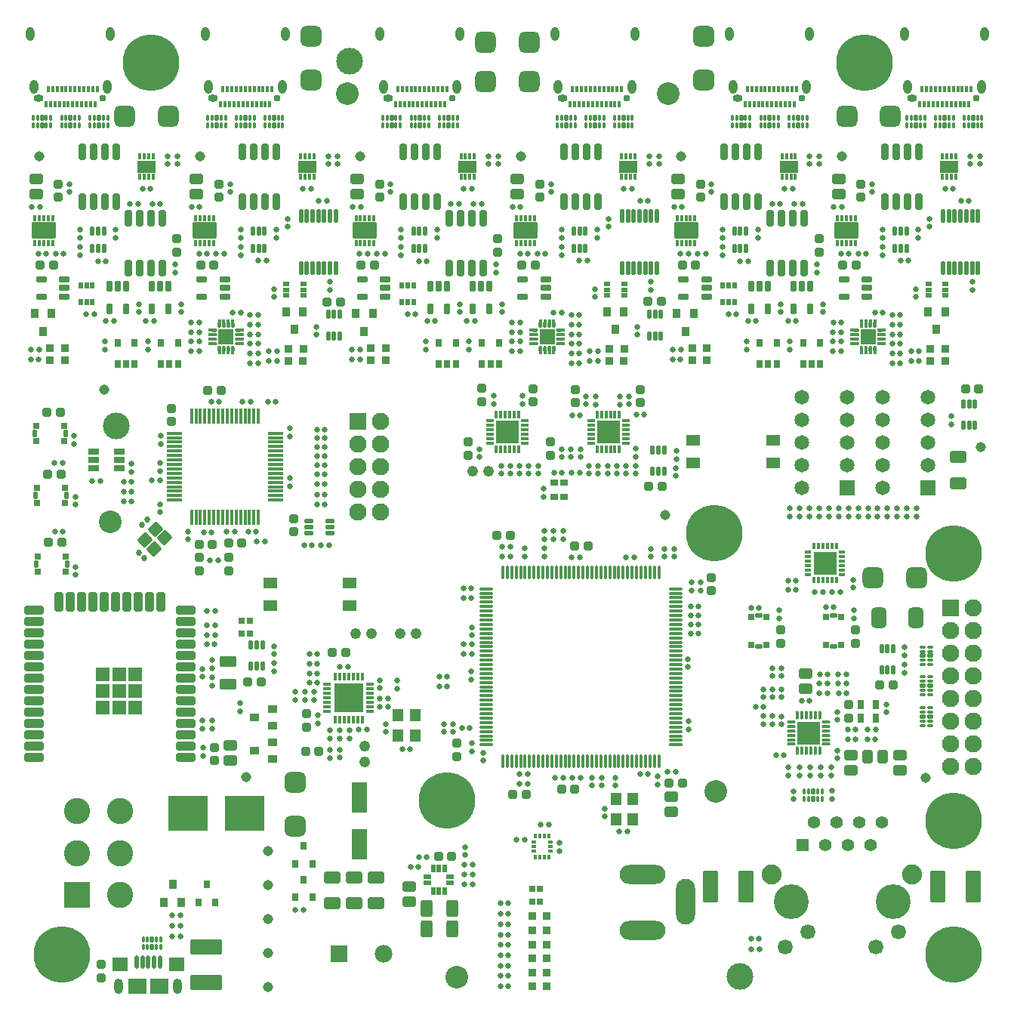
<source format=gts>
G04*
G04 #@! TF.GenerationSoftware,Altium Limited,Altium Designer,20.1.11 (218)*
G04*
G04 Layer_Color=8388736*
%FSLAX24Y24*%
%MOIN*%
G70*
G04*
G04 #@! TF.SameCoordinates,8E8D3587-AC64-4FAB-BC23-9619E2EF9FFF*
G04*
G04*
G04 #@! TF.FilePolarity,Negative*
G04*
G01*
G75*
G04:AMPARAMS|DCode=109|XSize=37mil|YSize=21.3mil|CornerRadius=4.3mil|HoleSize=0mil|Usage=FLASHONLY|Rotation=270.000|XOffset=0mil|YOffset=0mil|HoleType=Round|Shape=RoundedRectangle|*
%AMROUNDEDRECTD109*
21,1,0.0370,0.0126,0,0,270.0*
21,1,0.0283,0.0213,0,0,270.0*
1,1,0.0087,-0.0063,-0.0142*
1,1,0.0087,-0.0063,0.0142*
1,1,0.0087,0.0063,0.0142*
1,1,0.0087,0.0063,-0.0142*
%
%ADD109ROUNDEDRECTD109*%
%ADD110R,0.0646X0.0488*%
G04:AMPARAMS|DCode=111|XSize=23.9mil|YSize=23.9mil|CornerRadius=8mil|HoleSize=0mil|Usage=FLASHONLY|Rotation=0.000|XOffset=0mil|YOffset=0mil|HoleType=Round|Shape=RoundedRectangle|*
%AMROUNDEDRECTD111*
21,1,0.0239,0.0080,0,0,0.0*
21,1,0.0080,0.0239,0,0,0.0*
1,1,0.0159,0.0040,-0.0040*
1,1,0.0159,-0.0040,-0.0040*
1,1,0.0159,-0.0040,0.0040*
1,1,0.0159,0.0040,0.0040*
%
%ADD111ROUNDEDRECTD111*%
%ADD112R,0.0370X0.0409*%
G04:AMPARAMS|DCode=113|XSize=38.9mil|YSize=37.9mil|CornerRadius=7.9mil|HoleSize=0mil|Usage=FLASHONLY|Rotation=180.000|XOffset=0mil|YOffset=0mil|HoleType=Round|Shape=RoundedRectangle|*
%AMROUNDEDRECTD113*
21,1,0.0389,0.0221,0,0,180.0*
21,1,0.0231,0.0379,0,0,180.0*
1,1,0.0158,-0.0116,0.0111*
1,1,0.0158,0.0116,0.0111*
1,1,0.0158,0.0116,-0.0111*
1,1,0.0158,-0.0116,-0.0111*
%
%ADD113ROUNDEDRECTD113*%
G04:AMPARAMS|DCode=114|XSize=57.9mil|YSize=57.9mil|CornerRadius=0mil|HoleSize=0mil|Usage=FLASHONLY|Rotation=0.000|XOffset=0mil|YOffset=0mil|HoleType=Round|Shape=RoundedRectangle|*
%AMROUNDEDRECTD114*
21,1,0.0579,0.0579,0,0,0.0*
21,1,0.0579,0.0579,0,0,0.0*
1,1,0.0000,0.0289,-0.0289*
1,1,0.0000,-0.0289,-0.0289*
1,1,0.0000,-0.0289,0.0289*
1,1,0.0000,0.0289,0.0289*
%
%ADD114ROUNDEDRECTD114*%
G04:AMPARAMS|DCode=115|XSize=40.9mil|YSize=84.3mil|CornerRadius=6.3mil|HoleSize=0mil|Usage=FLASHONLY|Rotation=270.000|XOffset=0mil|YOffset=0mil|HoleType=Round|Shape=RoundedRectangle|*
%AMROUNDEDRECTD115*
21,1,0.0409,0.0717,0,0,270.0*
21,1,0.0283,0.0843,0,0,270.0*
1,1,0.0126,-0.0358,-0.0142*
1,1,0.0126,-0.0358,0.0142*
1,1,0.0126,0.0358,0.0142*
1,1,0.0126,0.0358,-0.0142*
%
%ADD115ROUNDEDRECTD115*%
G04:AMPARAMS|DCode=116|XSize=84.3mil|YSize=40.9mil|CornerRadius=6.3mil|HoleSize=0mil|Usage=FLASHONLY|Rotation=180.000|XOffset=0mil|YOffset=0mil|HoleType=Round|Shape=RoundedRectangle|*
%AMROUNDEDRECTD116*
21,1,0.0843,0.0283,0,0,180.0*
21,1,0.0717,0.0409,0,0,180.0*
1,1,0.0126,-0.0358,0.0142*
1,1,0.0126,0.0358,0.0142*
1,1,0.0126,0.0358,-0.0142*
1,1,0.0126,-0.0358,-0.0142*
%
%ADD116ROUNDEDRECTD116*%
G04:AMPARAMS|DCode=117|XSize=84.3mil|YSize=40.9mil|CornerRadius=6.3mil|HoleSize=0mil|Usage=FLASHONLY|Rotation=270.000|XOffset=0mil|YOffset=0mil|HoleType=Round|Shape=RoundedRectangle|*
%AMROUNDEDRECTD117*
21,1,0.0843,0.0283,0,0,270.0*
21,1,0.0717,0.0409,0,0,270.0*
1,1,0.0126,-0.0142,-0.0358*
1,1,0.0126,-0.0142,0.0358*
1,1,0.0126,0.0142,0.0358*
1,1,0.0126,0.0142,-0.0358*
%
%ADD117ROUNDEDRECTD117*%
%ADD118R,0.0272X0.0370*%
G04:AMPARAMS|DCode=119|XSize=48.8mil|YSize=52.8mil|CornerRadius=7.1mil|HoleSize=0mil|Usage=FLASHONLY|Rotation=315.000|XOffset=0mil|YOffset=0mil|HoleType=Round|Shape=RoundedRectangle|*
%AMROUNDEDRECTD119*
21,1,0.0488,0.0386,0,0,315.0*
21,1,0.0346,0.0528,0,0,315.0*
1,1,0.0142,-0.0014,-0.0259*
1,1,0.0142,-0.0259,-0.0014*
1,1,0.0142,0.0014,0.0259*
1,1,0.0142,0.0259,0.0014*
%
%ADD119ROUNDEDRECTD119*%
G04:AMPARAMS|DCode=120|XSize=28.7mil|YSize=36.6mil|CornerRadius=2.9mil|HoleSize=0mil|Usage=FLASHONLY|Rotation=270.000|XOffset=0mil|YOffset=0mil|HoleType=Round|Shape=RoundedRectangle|*
%AMROUNDEDRECTD120*
21,1,0.0287,0.0309,0,0,270.0*
21,1,0.0230,0.0366,0,0,270.0*
1,1,0.0057,-0.0155,-0.0115*
1,1,0.0057,-0.0155,0.0115*
1,1,0.0057,0.0155,0.0115*
1,1,0.0057,0.0155,-0.0115*
%
%ADD120ROUNDEDRECTD120*%
G04:AMPARAMS|DCode=121|XSize=47.2mil|YSize=55.1mil|CornerRadius=4.1mil|HoleSize=0mil|Usage=FLASHONLY|Rotation=180.000|XOffset=0mil|YOffset=0mil|HoleType=Round|Shape=RoundedRectangle|*
%AMROUNDEDRECTD121*
21,1,0.0472,0.0469,0,0,180.0*
21,1,0.0390,0.0551,0,0,180.0*
1,1,0.0083,-0.0195,0.0234*
1,1,0.0083,0.0195,0.0234*
1,1,0.0083,0.0195,-0.0234*
1,1,0.0083,-0.0195,-0.0234*
%
%ADD121ROUNDEDRECTD121*%
G04:AMPARAMS|DCode=122|XSize=76.4mil|YSize=44.9mil|CornerRadius=6.7mil|HoleSize=0mil|Usage=FLASHONLY|Rotation=180.000|XOffset=0mil|YOffset=0mil|HoleType=Round|Shape=RoundedRectangle|*
%AMROUNDEDRECTD122*
21,1,0.0764,0.0315,0,0,180.0*
21,1,0.0630,0.0449,0,0,180.0*
1,1,0.0134,-0.0315,0.0157*
1,1,0.0134,0.0315,0.0157*
1,1,0.0134,0.0315,-0.0157*
1,1,0.0134,-0.0315,-0.0157*
%
%ADD122ROUNDEDRECTD122*%
%ADD123R,0.0311X0.0390*%
G04:AMPARAMS|DCode=124|XSize=102mil|YSize=102mil|CornerRadius=7.6mil|HoleSize=0mil|Usage=FLASHONLY|Rotation=180.000|XOffset=0mil|YOffset=0mil|HoleType=Round|Shape=RoundedRectangle|*
%AMROUNDEDRECTD124*
21,1,0.1020,0.0868,0,0,180.0*
21,1,0.0868,0.1020,0,0,180.0*
1,1,0.0152,-0.0434,0.0434*
1,1,0.0152,0.0434,0.0434*
1,1,0.0152,0.0434,-0.0434*
1,1,0.0152,-0.0434,-0.0434*
%
%ADD124ROUNDEDRECTD124*%
G04:AMPARAMS|DCode=125|XSize=29.1mil|YSize=15mil|CornerRadius=3.2mil|HoleSize=0mil|Usage=FLASHONLY|Rotation=270.000|XOffset=0mil|YOffset=0mil|HoleType=Round|Shape=RoundedRectangle|*
%AMROUNDEDRECTD125*
21,1,0.0291,0.0085,0,0,270.0*
21,1,0.0227,0.0150,0,0,270.0*
1,1,0.0065,-0.0043,-0.0113*
1,1,0.0065,-0.0043,0.0113*
1,1,0.0065,0.0043,0.0113*
1,1,0.0065,0.0043,-0.0113*
%
%ADD125ROUNDEDRECTD125*%
G04:AMPARAMS|DCode=126|XSize=29.1mil|YSize=15mil|CornerRadius=3.2mil|HoleSize=0mil|Usage=FLASHONLY|Rotation=180.000|XOffset=0mil|YOffset=0mil|HoleType=Round|Shape=RoundedRectangle|*
%AMROUNDEDRECTD126*
21,1,0.0291,0.0085,0,0,180.0*
21,1,0.0227,0.0150,0,0,180.0*
1,1,0.0065,-0.0113,0.0043*
1,1,0.0065,0.0113,0.0043*
1,1,0.0065,0.0113,-0.0043*
1,1,0.0065,-0.0113,-0.0043*
%
%ADD126ROUNDEDRECTD126*%
G04:AMPARAMS|DCode=127|XSize=37mil|YSize=21.3mil|CornerRadius=4.3mil|HoleSize=0mil|Usage=FLASHONLY|Rotation=0.000|XOffset=0mil|YOffset=0mil|HoleType=Round|Shape=RoundedRectangle|*
%AMROUNDEDRECTD127*
21,1,0.0370,0.0126,0,0,0.0*
21,1,0.0283,0.0213,0,0,0.0*
1,1,0.0087,0.0142,-0.0063*
1,1,0.0087,-0.0142,-0.0063*
1,1,0.0087,-0.0142,0.0063*
1,1,0.0087,0.0142,0.0063*
%
%ADD127ROUNDEDRECTD127*%
G04:AMPARAMS|DCode=128|XSize=27.2mil|YSize=44.9mil|CornerRadius=4.9mil|HoleSize=0mil|Usage=FLASHONLY|Rotation=270.000|XOffset=0mil|YOffset=0mil|HoleType=Round|Shape=RoundedRectangle|*
%AMROUNDEDRECTD128*
21,1,0.0272,0.0350,0,0,270.0*
21,1,0.0173,0.0449,0,0,270.0*
1,1,0.0098,-0.0175,-0.0087*
1,1,0.0098,-0.0175,0.0087*
1,1,0.0098,0.0175,0.0087*
1,1,0.0098,0.0175,-0.0087*
%
%ADD128ROUNDEDRECTD128*%
G04:AMPARAMS|DCode=129|XSize=74.8mil|YSize=106.3mil|CornerRadius=5.5mil|HoleSize=0mil|Usage=FLASHONLY|Rotation=90.000|XOffset=0mil|YOffset=0mil|HoleType=Round|Shape=RoundedRectangle|*
%AMROUNDEDRECTD129*
21,1,0.0748,0.0953,0,0,90.0*
21,1,0.0638,0.1063,0,0,90.0*
1,1,0.0110,0.0476,0.0319*
1,1,0.0110,0.0476,-0.0319*
1,1,0.0110,-0.0476,-0.0319*
1,1,0.0110,-0.0476,0.0319*
%
%ADD129ROUNDEDRECTD129*%
G04:AMPARAMS|DCode=130|XSize=15.6mil|YSize=25mil|CornerRadius=3.1mil|HoleSize=0mil|Usage=FLASHONLY|Rotation=180.000|XOffset=0mil|YOffset=0mil|HoleType=Round|Shape=RoundedRectangle|*
%AMROUNDEDRECTD130*
21,1,0.0156,0.0189,0,0,180.0*
21,1,0.0094,0.0250,0,0,180.0*
1,1,0.0061,-0.0047,0.0094*
1,1,0.0061,0.0047,0.0094*
1,1,0.0061,0.0047,-0.0094*
1,1,0.0061,-0.0047,-0.0094*
%
%ADD130ROUNDEDRECTD130*%
G04:AMPARAMS|DCode=131|XSize=20.5mil|YSize=27.6mil|CornerRadius=3.6mil|HoleSize=0mil|Usage=FLASHONLY|Rotation=270.000|XOffset=0mil|YOffset=0mil|HoleType=Round|Shape=RoundedRectangle|*
%AMROUNDEDRECTD131*
21,1,0.0205,0.0203,0,0,270.0*
21,1,0.0132,0.0276,0,0,270.0*
1,1,0.0072,-0.0102,-0.0066*
1,1,0.0072,-0.0102,0.0066*
1,1,0.0072,0.0102,0.0066*
1,1,0.0072,0.0102,-0.0066*
%
%ADD131ROUNDEDRECTD131*%
G04:AMPARAMS|DCode=132|XSize=20.5mil|YSize=27.6mil|CornerRadius=3.6mil|HoleSize=0mil|Usage=FLASHONLY|Rotation=0.000|XOffset=0mil|YOffset=0mil|HoleType=Round|Shape=RoundedRectangle|*
%AMROUNDEDRECTD132*
21,1,0.0205,0.0203,0,0,0.0*
21,1,0.0132,0.0276,0,0,0.0*
1,1,0.0072,0.0066,-0.0102*
1,1,0.0072,-0.0066,-0.0102*
1,1,0.0072,-0.0066,0.0102*
1,1,0.0072,0.0066,0.0102*
%
%ADD132ROUNDEDRECTD132*%
%ADD133R,0.0843X0.0528*%
%ADD134R,0.0154X0.0252*%
G04:AMPARAMS|DCode=135|XSize=21.3mil|YSize=37mil|CornerRadius=4.3mil|HoleSize=0mil|Usage=FLASHONLY|Rotation=0.000|XOffset=0mil|YOffset=0mil|HoleType=Round|Shape=RoundedRectangle|*
%AMROUNDEDRECTD135*
21,1,0.0213,0.0283,0,0,0.0*
21,1,0.0126,0.0370,0,0,0.0*
1,1,0.0087,0.0063,-0.0142*
1,1,0.0087,-0.0063,-0.0142*
1,1,0.0087,-0.0063,0.0142*
1,1,0.0087,0.0063,0.0142*
%
%ADD135ROUNDEDRECTD135*%
G04:AMPARAMS|DCode=136|XSize=31.1mil|YSize=74.4mil|CornerRadius=6.6mil|HoleSize=0mil|Usage=FLASHONLY|Rotation=180.000|XOffset=0mil|YOffset=0mil|HoleType=Round|Shape=RoundedRectangle|*
%AMROUNDEDRECTD136*
21,1,0.0311,0.0612,0,0,180.0*
21,1,0.0179,0.0744,0,0,180.0*
1,1,0.0132,-0.0090,0.0306*
1,1,0.0132,0.0090,0.0306*
1,1,0.0132,0.0090,-0.0306*
1,1,0.0132,-0.0090,-0.0306*
%
%ADD136ROUNDEDRECTD136*%
G04:AMPARAMS|DCode=137|XSize=19.3mil|YSize=58.7mil|CornerRadius=4.1mil|HoleSize=0mil|Usage=FLASHONLY|Rotation=180.000|XOffset=0mil|YOffset=0mil|HoleType=Round|Shape=RoundedRectangle|*
%AMROUNDEDRECTD137*
21,1,0.0193,0.0504,0,0,180.0*
21,1,0.0110,0.0587,0,0,180.0*
1,1,0.0083,-0.0055,0.0252*
1,1,0.0083,0.0055,0.0252*
1,1,0.0083,0.0055,-0.0252*
1,1,0.0083,-0.0055,-0.0252*
%
%ADD137ROUNDEDRECTD137*%
G04:AMPARAMS|DCode=138|XSize=15.4mil|YSize=31.9mil|CornerRadius=2.7mil|HoleSize=0mil|Usage=FLASHONLY|Rotation=180.000|XOffset=0mil|YOffset=0mil|HoleType=Round|Shape=RoundedRectangle|*
%AMROUNDEDRECTD138*
21,1,0.0154,0.0265,0,0,180.0*
21,1,0.0099,0.0319,0,0,180.0*
1,1,0.0054,-0.0050,0.0132*
1,1,0.0054,0.0050,0.0132*
1,1,0.0054,0.0050,-0.0132*
1,1,0.0054,-0.0050,-0.0132*
%
%ADD138ROUNDEDRECTD138*%
%ADD139R,0.0669X0.0669*%
G04:AMPARAMS|DCode=140|XSize=15.4mil|YSize=31.9mil|CornerRadius=2.7mil|HoleSize=0mil|Usage=FLASHONLY|Rotation=90.000|XOffset=0mil|YOffset=0mil|HoleType=Round|Shape=RoundedRectangle|*
%AMROUNDEDRECTD140*
21,1,0.0154,0.0265,0,0,90.0*
21,1,0.0099,0.0319,0,0,90.0*
1,1,0.0054,0.0132,0.0050*
1,1,0.0054,0.0132,-0.0050*
1,1,0.0054,-0.0132,-0.0050*
1,1,0.0054,-0.0132,0.0050*
%
%ADD140ROUNDEDRECTD140*%
%ADD141R,0.0453X0.0276*%
%ADD142R,0.1315X0.1315*%
G04:AMPARAMS|DCode=143|XSize=13.8mil|YSize=35.4mil|CornerRadius=4.4mil|HoleSize=0mil|Usage=FLASHONLY|Rotation=90.000|XOffset=0mil|YOffset=0mil|HoleType=Round|Shape=RoundedRectangle|*
%AMROUNDEDRECTD143*
21,1,0.0138,0.0266,0,0,90.0*
21,1,0.0049,0.0354,0,0,90.0*
1,1,0.0089,0.0133,0.0025*
1,1,0.0089,0.0133,-0.0025*
1,1,0.0089,-0.0133,-0.0025*
1,1,0.0089,-0.0133,0.0025*
%
%ADD143ROUNDEDRECTD143*%
G04:AMPARAMS|DCode=144|XSize=13.8mil|YSize=35.4mil|CornerRadius=4.4mil|HoleSize=0mil|Usage=FLASHONLY|Rotation=180.000|XOffset=0mil|YOffset=0mil|HoleType=Round|Shape=RoundedRectangle|*
%AMROUNDEDRECTD144*
21,1,0.0138,0.0266,0,0,180.0*
21,1,0.0049,0.0354,0,0,180.0*
1,1,0.0089,-0.0025,0.0133*
1,1,0.0089,0.0025,0.0133*
1,1,0.0089,0.0025,-0.0133*
1,1,0.0089,-0.0025,-0.0133*
%
%ADD144ROUNDEDRECTD144*%
%ADD145R,0.1043X0.1043*%
%ADD146O,0.0370X0.0154*%
%ADD147O,0.0154X0.0370*%
G04:AMPARAMS|DCode=148|XSize=65.7mil|YSize=15.4mil|CornerRadius=3.5mil|HoleSize=0mil|Usage=FLASHONLY|Rotation=180.000|XOffset=0mil|YOffset=0mil|HoleType=Round|Shape=RoundedRectangle|*
%AMROUNDEDRECTD148*
21,1,0.0657,0.0083,0,0,180.0*
21,1,0.0587,0.0154,0,0,180.0*
1,1,0.0071,-0.0293,0.0041*
1,1,0.0071,0.0293,0.0041*
1,1,0.0071,0.0293,-0.0041*
1,1,0.0071,-0.0293,-0.0041*
%
%ADD148ROUNDEDRECTD148*%
G04:AMPARAMS|DCode=149|XSize=65.7mil|YSize=15.4mil|CornerRadius=3.5mil|HoleSize=0mil|Usage=FLASHONLY|Rotation=270.000|XOffset=0mil|YOffset=0mil|HoleType=Round|Shape=RoundedRectangle|*
%AMROUNDEDRECTD149*
21,1,0.0657,0.0083,0,0,270.0*
21,1,0.0587,0.0154,0,0,270.0*
1,1,0.0071,-0.0041,-0.0293*
1,1,0.0071,-0.0041,0.0293*
1,1,0.0071,0.0041,0.0293*
1,1,0.0071,0.0041,-0.0293*
%
%ADD149ROUNDEDRECTD149*%
%ADD150R,0.1004X0.1004*%
G04:AMPARAMS|DCode=151|XSize=13.8mil|YSize=37.4mil|CornerRadius=4.4mil|HoleSize=0mil|Usage=FLASHONLY|Rotation=0.000|XOffset=0mil|YOffset=0mil|HoleType=Round|Shape=RoundedRectangle|*
%AMROUNDEDRECTD151*
21,1,0.0138,0.0285,0,0,0.0*
21,1,0.0049,0.0374,0,0,0.0*
1,1,0.0089,0.0025,-0.0143*
1,1,0.0089,-0.0025,-0.0143*
1,1,0.0089,-0.0025,0.0143*
1,1,0.0089,0.0025,0.0143*
%
%ADD151ROUNDEDRECTD151*%
G04:AMPARAMS|DCode=152|XSize=13.8mil|YSize=37.4mil|CornerRadius=4.4mil|HoleSize=0mil|Usage=FLASHONLY|Rotation=90.000|XOffset=0mil|YOffset=0mil|HoleType=Round|Shape=RoundedRectangle|*
%AMROUNDEDRECTD152*
21,1,0.0138,0.0285,0,0,90.0*
21,1,0.0049,0.0374,0,0,90.0*
1,1,0.0089,0.0143,0.0025*
1,1,0.0089,0.0143,-0.0025*
1,1,0.0089,-0.0143,-0.0025*
1,1,0.0089,-0.0143,0.0025*
%
%ADD152ROUNDEDRECTD152*%
%ADD153R,0.0244X0.0156*%
%ADD154R,0.0156X0.0244*%
%ADD155R,0.0350X0.0193*%
%ADD156R,0.0193X0.0350*%
G04:AMPARAMS|DCode=157|XSize=15.6mil|YSize=56.9mil|CornerRadius=4.8mil|HoleSize=0mil|Usage=FLASHONLY|Rotation=180.000|XOffset=0mil|YOffset=0mil|HoleType=Round|Shape=RoundedRectangle|*
%AMROUNDEDRECTD157*
21,1,0.0156,0.0472,0,0,180.0*
21,1,0.0059,0.0569,0,0,180.0*
1,1,0.0097,-0.0030,0.0236*
1,1,0.0097,0.0030,0.0236*
1,1,0.0097,0.0030,-0.0236*
1,1,0.0097,-0.0030,-0.0236*
%
%ADD157ROUNDEDRECTD157*%
G04:AMPARAMS|DCode=158|XSize=15.6mil|YSize=56.9mil|CornerRadius=4.8mil|HoleSize=0mil|Usage=FLASHONLY|Rotation=90.000|XOffset=0mil|YOffset=0mil|HoleType=Round|Shape=RoundedRectangle|*
%AMROUNDEDRECTD158*
21,1,0.0156,0.0472,0,0,90.0*
21,1,0.0059,0.0569,0,0,90.0*
1,1,0.0097,0.0236,0.0030*
1,1,0.0097,0.0236,-0.0030*
1,1,0.0097,-0.0236,-0.0030*
1,1,0.0097,-0.0236,0.0030*
%
%ADD158ROUNDEDRECTD158*%
%ADD159C,0.0449*%
G04:AMPARAMS|DCode=160|XSize=27.6mil|YSize=29.5mil|CornerRadius=4.3mil|HoleSize=0mil|Usage=FLASHONLY|Rotation=270.000|XOffset=0mil|YOffset=0mil|HoleType=Round|Shape=RoundedRectangle|*
%AMROUNDEDRECTD160*
21,1,0.0276,0.0209,0,0,270.0*
21,1,0.0189,0.0295,0,0,270.0*
1,1,0.0087,-0.0104,-0.0094*
1,1,0.0087,-0.0104,0.0094*
1,1,0.0087,0.0104,0.0094*
1,1,0.0087,0.0104,-0.0094*
%
%ADD160ROUNDEDRECTD160*%
G04:AMPARAMS|DCode=161|XSize=31.5mil|YSize=17.7mil|CornerRadius=3.3mil|HoleSize=0mil|Usage=FLASHONLY|Rotation=90.000|XOffset=0mil|YOffset=0mil|HoleType=Round|Shape=RoundedRectangle|*
%AMROUNDEDRECTD161*
21,1,0.0315,0.0110,0,0,90.0*
21,1,0.0248,0.0177,0,0,90.0*
1,1,0.0067,0.0055,0.0124*
1,1,0.0067,0.0055,-0.0124*
1,1,0.0067,-0.0055,-0.0124*
1,1,0.0067,-0.0055,0.0124*
%
%ADD161ROUNDEDRECTD161*%
G04:AMPARAMS|DCode=162|XSize=23.9mil|YSize=23.9mil|CornerRadius=8mil|HoleSize=0mil|Usage=FLASHONLY|Rotation=90.000|XOffset=0mil|YOffset=0mil|HoleType=Round|Shape=RoundedRectangle|*
%AMROUNDEDRECTD162*
21,1,0.0239,0.0080,0,0,90.0*
21,1,0.0080,0.0239,0,0,90.0*
1,1,0.0159,0.0040,0.0040*
1,1,0.0159,0.0040,-0.0040*
1,1,0.0159,-0.0040,-0.0040*
1,1,0.0159,-0.0040,0.0040*
%
%ADD162ROUNDEDRECTD162*%
G04:AMPARAMS|DCode=163|XSize=38.9mil|YSize=37.9mil|CornerRadius=7.9mil|HoleSize=0mil|Usage=FLASHONLY|Rotation=270.000|XOffset=0mil|YOffset=0mil|HoleType=Round|Shape=RoundedRectangle|*
%AMROUNDEDRECTD163*
21,1,0.0389,0.0221,0,0,270.0*
21,1,0.0231,0.0379,0,0,270.0*
1,1,0.0158,-0.0111,-0.0116*
1,1,0.0158,-0.0111,0.0116*
1,1,0.0158,0.0111,0.0116*
1,1,0.0158,0.0111,-0.0116*
%
%ADD163ROUNDEDRECTD163*%
%ADD164R,0.0409X0.0370*%
%ADD165R,0.0275X0.0340*%
G04:AMPARAMS|DCode=166|XSize=58.9mil|YSize=46.9mil|CornerRadius=9.9mil|HoleSize=0mil|Usage=FLASHONLY|Rotation=270.000|XOffset=0mil|YOffset=0mil|HoleType=Round|Shape=RoundedRectangle|*
%AMROUNDEDRECTD166*
21,1,0.0589,0.0271,0,0,270.0*
21,1,0.0391,0.0469,0,0,270.0*
1,1,0.0198,-0.0135,-0.0195*
1,1,0.0198,-0.0135,0.0195*
1,1,0.0198,0.0135,0.0195*
1,1,0.0198,0.0135,-0.0195*
%
%ADD166ROUNDEDRECTD166*%
G04:AMPARAMS|DCode=167|XSize=58.9mil|YSize=46.9mil|CornerRadius=9.9mil|HoleSize=0mil|Usage=FLASHONLY|Rotation=180.000|XOffset=0mil|YOffset=0mil|HoleType=Round|Shape=RoundedRectangle|*
%AMROUNDEDRECTD167*
21,1,0.0589,0.0271,0,0,180.0*
21,1,0.0391,0.0469,0,0,180.0*
1,1,0.0198,-0.0195,0.0135*
1,1,0.0198,0.0195,0.0135*
1,1,0.0198,0.0195,-0.0135*
1,1,0.0198,-0.0195,-0.0135*
%
%ADD167ROUNDEDRECTD167*%
%ADD168R,0.0150X0.0307*%
%ADD169C,0.1181*%
%ADD170R,0.1750X0.1580*%
G04:AMPARAMS|DCode=171|XSize=11.8mil|YSize=26.2mil|CornerRadius=3.2mil|HoleSize=0mil|Usage=FLASHONLY|Rotation=90.000|XOffset=0mil|YOffset=0mil|HoleType=Round|Shape=RoundedRectangle|*
%AMROUNDEDRECTD171*
21,1,0.0118,0.0199,0,0,90.0*
21,1,0.0055,0.0262,0,0,90.0*
1,1,0.0063,0.0099,0.0028*
1,1,0.0063,0.0099,-0.0028*
1,1,0.0063,-0.0099,-0.0028*
1,1,0.0063,-0.0099,0.0028*
%
%ADD171ROUNDEDRECTD171*%
G04:AMPARAMS|DCode=172|XSize=19.7mil|YSize=26.2mil|CornerRadius=3.2mil|HoleSize=0mil|Usage=FLASHONLY|Rotation=90.000|XOffset=0mil|YOffset=0mil|HoleType=Round|Shape=RoundedRectangle|*
%AMROUNDEDRECTD172*
21,1,0.0197,0.0197,0,0,90.0*
21,1,0.0132,0.0262,0,0,90.0*
1,1,0.0065,0.0099,0.0066*
1,1,0.0065,0.0099,-0.0066*
1,1,0.0065,-0.0099,-0.0066*
1,1,0.0065,-0.0099,0.0066*
%
%ADD172ROUNDEDRECTD172*%
G04:AMPARAMS|DCode=173|XSize=91.3mil|YSize=69.3mil|CornerRadius=18.7mil|HoleSize=0mil|Usage=FLASHONLY|Rotation=270.000|XOffset=0mil|YOffset=0mil|HoleType=Round|Shape=RoundedRectangle|*
%AMROUNDEDRECTD173*
21,1,0.0913,0.0319,0,0,270.0*
21,1,0.0539,0.0693,0,0,270.0*
1,1,0.0374,-0.0159,-0.0270*
1,1,0.0374,-0.0159,0.0270*
1,1,0.0374,0.0159,0.0270*
1,1,0.0374,0.0159,-0.0270*
%
%ADD173ROUNDEDRECTD173*%
%ADD174R,0.0370X0.0370*%
G04:AMPARAMS|DCode=175|XSize=11.8mil|YSize=26.2mil|CornerRadius=3.2mil|HoleSize=0mil|Usage=FLASHONLY|Rotation=0.000|XOffset=0mil|YOffset=0mil|HoleType=Round|Shape=RoundedRectangle|*
%AMROUNDEDRECTD175*
21,1,0.0118,0.0199,0,0,0.0*
21,1,0.0055,0.0262,0,0,0.0*
1,1,0.0063,0.0028,-0.0099*
1,1,0.0063,-0.0028,-0.0099*
1,1,0.0063,-0.0028,0.0099*
1,1,0.0063,0.0028,0.0099*
%
%ADD175ROUNDEDRECTD175*%
G04:AMPARAMS|DCode=176|XSize=19.7mil|YSize=26.2mil|CornerRadius=3.2mil|HoleSize=0mil|Usage=FLASHONLY|Rotation=0.000|XOffset=0mil|YOffset=0mil|HoleType=Round|Shape=RoundedRectangle|*
%AMROUNDEDRECTD176*
21,1,0.0197,0.0197,0,0,0.0*
21,1,0.0132,0.0262,0,0,0.0*
1,1,0.0065,0.0066,-0.0099*
1,1,0.0065,-0.0066,-0.0099*
1,1,0.0065,-0.0066,0.0099*
1,1,0.0065,0.0066,0.0099*
%
%ADD176ROUNDEDRECTD176*%
G04:AMPARAMS|DCode=177|XSize=94.5mil|YSize=90.6mil|CornerRadius=24mil|HoleSize=0mil|Usage=FLASHONLY|Rotation=270.000|XOffset=0mil|YOffset=0mil|HoleType=Round|Shape=RoundedRectangle|*
%AMROUNDEDRECTD177*
21,1,0.0945,0.0425,0,0,270.0*
21,1,0.0465,0.0906,0,0,270.0*
1,1,0.0480,-0.0213,-0.0232*
1,1,0.0480,-0.0213,0.0232*
1,1,0.0480,0.0213,0.0232*
1,1,0.0480,0.0213,-0.0232*
%
%ADD177ROUNDEDRECTD177*%
G04:AMPARAMS|DCode=178|XSize=94.5mil|YSize=90.6mil|CornerRadius=24mil|HoleSize=0mil|Usage=FLASHONLY|Rotation=180.000|XOffset=0mil|YOffset=0mil|HoleType=Round|Shape=RoundedRectangle|*
%AMROUNDEDRECTD178*
21,1,0.0945,0.0425,0,0,180.0*
21,1,0.0465,0.0906,0,0,180.0*
1,1,0.0480,-0.0232,0.0213*
1,1,0.0480,0.0232,0.0213*
1,1,0.0480,0.0232,-0.0213*
1,1,0.0480,-0.0232,-0.0213*
%
%ADD178ROUNDEDRECTD178*%
%ADD179R,0.0295X0.0276*%
%ADD180R,0.0291X0.0331*%
%ADD181R,0.0693X0.1319*%
G04:AMPARAMS|DCode=182|XSize=74.9mil|YSize=50.9mil|CornerRadius=10mil|HoleSize=0mil|Usage=FLASHONLY|Rotation=90.000|XOffset=0mil|YOffset=0mil|HoleType=Round|Shape=RoundedRectangle|*
%AMROUNDEDRECTD182*
21,1,0.0749,0.0310,0,0,90.0*
21,1,0.0550,0.0509,0,0,90.0*
1,1,0.0199,0.0155,0.0275*
1,1,0.0199,0.0155,-0.0275*
1,1,0.0199,-0.0155,-0.0275*
1,1,0.0199,-0.0155,0.0275*
%
%ADD182ROUNDEDRECTD182*%
G04:AMPARAMS|DCode=183|XSize=74.9mil|YSize=50.9mil|CornerRadius=10mil|HoleSize=0mil|Usage=FLASHONLY|Rotation=180.000|XOffset=0mil|YOffset=0mil|HoleType=Round|Shape=RoundedRectangle|*
%AMROUNDEDRECTD183*
21,1,0.0749,0.0310,0,0,180.0*
21,1,0.0550,0.0509,0,0,180.0*
1,1,0.0199,-0.0275,0.0155*
1,1,0.0199,0.0275,0.0155*
1,1,0.0199,0.0275,-0.0155*
1,1,0.0199,-0.0275,-0.0155*
%
%ADD183ROUNDEDRECTD183*%
G04:AMPARAMS|DCode=184|XSize=23.9mil|YSize=23.9mil|CornerRadius=8mil|HoleSize=0mil|Usage=FLASHONLY|Rotation=45.000|XOffset=0mil|YOffset=0mil|HoleType=Round|Shape=RoundedRectangle|*
%AMROUNDEDRECTD184*
21,1,0.0239,0.0080,0,0,45.0*
21,1,0.0080,0.0239,0,0,45.0*
1,1,0.0159,0.0057,0.0000*
1,1,0.0159,0.0000,-0.0057*
1,1,0.0159,-0.0057,0.0000*
1,1,0.0159,0.0000,0.0057*
%
%ADD184ROUNDEDRECTD184*%
G04:AMPARAMS|DCode=185|XSize=23.9mil|YSize=23.9mil|CornerRadius=8mil|HoleSize=0mil|Usage=FLASHONLY|Rotation=135.000|XOffset=0mil|YOffset=0mil|HoleType=Round|Shape=RoundedRectangle|*
%AMROUNDEDRECTD185*
21,1,0.0239,0.0080,0,0,135.0*
21,1,0.0080,0.0239,0,0,135.0*
1,1,0.0159,0.0000,0.0057*
1,1,0.0159,0.0057,0.0000*
1,1,0.0159,0.0000,-0.0057*
1,1,0.0159,-0.0057,0.0000*
%
%ADD185ROUNDEDRECTD185*%
G04:AMPARAMS|DCode=186|XSize=66.9mil|YSize=141.7mil|CornerRadius=9.8mil|HoleSize=0mil|Usage=FLASHONLY|Rotation=0.000|XOffset=0mil|YOffset=0mil|HoleType=Round|Shape=RoundedRectangle|*
%AMROUNDEDRECTD186*
21,1,0.0669,0.1220,0,0,0.0*
21,1,0.0472,0.1417,0,0,0.0*
1,1,0.0197,0.0236,-0.0610*
1,1,0.0197,-0.0236,-0.0610*
1,1,0.0197,-0.0236,0.0610*
1,1,0.0197,0.0236,0.0610*
%
%ADD186ROUNDEDRECTD186*%
G04:AMPARAMS|DCode=187|XSize=31.5mil|YSize=17.7mil|CornerRadius=3.3mil|HoleSize=0mil|Usage=FLASHONLY|Rotation=0.000|XOffset=0mil|YOffset=0mil|HoleType=Round|Shape=RoundedRectangle|*
%AMROUNDEDRECTD187*
21,1,0.0315,0.0110,0,0,0.0*
21,1,0.0248,0.0177,0,0,0.0*
1,1,0.0067,0.0124,-0.0055*
1,1,0.0067,-0.0124,-0.0055*
1,1,0.0067,-0.0124,0.0055*
1,1,0.0067,0.0124,0.0055*
%
%ADD187ROUNDEDRECTD187*%
G04:AMPARAMS|DCode=188|XSize=27.6mil|YSize=29.5mil|CornerRadius=4.3mil|HoleSize=0mil|Usage=FLASHONLY|Rotation=0.000|XOffset=0mil|YOffset=0mil|HoleType=Round|Shape=RoundedRectangle|*
%AMROUNDEDRECTD188*
21,1,0.0276,0.0209,0,0,0.0*
21,1,0.0189,0.0295,0,0,0.0*
1,1,0.0087,0.0094,-0.0104*
1,1,0.0087,-0.0094,-0.0104*
1,1,0.0087,-0.0094,0.0104*
1,1,0.0087,0.0094,0.0104*
%
%ADD188ROUNDEDRECTD188*%
G04:AMPARAMS|DCode=189|XSize=27.2mil|YSize=44.9mil|CornerRadius=4.9mil|HoleSize=0mil|Usage=FLASHONLY|Rotation=0.000|XOffset=0mil|YOffset=0mil|HoleType=Round|Shape=RoundedRectangle|*
%AMROUNDEDRECTD189*
21,1,0.0272,0.0350,0,0,0.0*
21,1,0.0173,0.0449,0,0,0.0*
1,1,0.0098,0.0087,-0.0175*
1,1,0.0098,-0.0087,-0.0175*
1,1,0.0098,-0.0087,0.0175*
1,1,0.0098,0.0087,0.0175*
%
%ADD189ROUNDEDRECTD189*%
G04:AMPARAMS|DCode=190|XSize=66.9mil|YSize=141.7mil|CornerRadius=9.8mil|HoleSize=0mil|Usage=FLASHONLY|Rotation=270.000|XOffset=0mil|YOffset=0mil|HoleType=Round|Shape=RoundedRectangle|*
%AMROUNDEDRECTD190*
21,1,0.0669,0.1220,0,0,270.0*
21,1,0.0472,0.1417,0,0,270.0*
1,1,0.0197,-0.0610,-0.0236*
1,1,0.0197,-0.0610,0.0236*
1,1,0.0197,0.0610,0.0236*
1,1,0.0197,0.0610,-0.0236*
%
%ADD190ROUNDEDRECTD190*%
G04:AMPARAMS|DCode=191|XSize=19.7mil|YSize=57.1mil|CornerRadius=5.9mil|HoleSize=0mil|Usage=FLASHONLY|Rotation=0.000|XOffset=0mil|YOffset=0mil|HoleType=Round|Shape=RoundedRectangle|*
%AMROUNDEDRECTD191*
21,1,0.0197,0.0453,0,0,0.0*
21,1,0.0079,0.0571,0,0,0.0*
1,1,0.0118,0.0039,-0.0226*
1,1,0.0118,-0.0039,-0.0226*
1,1,0.0118,-0.0039,0.0226*
1,1,0.0118,0.0039,0.0226*
%
%ADD191ROUNDEDRECTD191*%
%ADD192R,0.0787X0.0650*%
%ADD193R,0.0669X0.0591*%
%ADD194C,0.2496*%
%ADD195C,0.1157*%
%ADD196R,0.1157X0.1157*%
%ADD197C,0.1000*%
%ADD198C,0.0488*%
%ADD199C,0.0885*%
%ADD200C,0.1535*%
%ADD201C,0.0665*%
%ADD202C,0.0550*%
%ADD203R,0.0550X0.0550*%
%ADD204O,0.0429X0.0311*%
%ADD205O,0.0370X0.0606*%
%ADD206C,0.0311*%
%ADD207O,0.0843X0.2024*%
%ADD208O,0.2024X0.0843*%
%ADD209C,0.0764*%
%ADD210R,0.0764X0.0764*%
G04:AMPARAMS|DCode=211|XSize=39.4mil|YSize=66.9mil|CornerRadius=19.7mil|HoleSize=0mil|Usage=FLASHONLY|Rotation=0.000|XOffset=0mil|YOffset=0mil|HoleType=Round|Shape=RoundedRectangle|*
%AMROUNDEDRECTD211*
21,1,0.0394,0.0276,0,0,0.0*
21,1,0.0000,0.0669,0,0,0.0*
1,1,0.0394,0.0000,-0.0138*
1,1,0.0394,0.0000,-0.0138*
1,1,0.0394,0.0000,0.0138*
1,1,0.0394,0.0000,0.0138*
%
%ADD211ROUNDEDRECTD211*%
%ADD212C,0.0650*%
%ADD213R,0.0650X0.0650*%
%ADD214C,0.0783*%
%ADD215R,0.0783X0.0783*%
%ADD216C,0.0079*%
%ADD217C,0.0237*%
%ADD218C,0.0236*%
%ADD219C,0.0197*%
G36*
X8940Y28839D02*
X8941Y28839D01*
X8942Y28839D01*
X8943Y28839D01*
X8944Y28839D01*
X8944Y28839D01*
X8955Y28837D01*
X8955Y28836D01*
X8956Y28836D01*
X8957Y28836D01*
X8958Y28836D01*
X8958Y28835D01*
X8959Y28835D01*
X8969Y28831D01*
X8969Y28831D01*
X8970Y28831D01*
X8971Y28830D01*
X8972Y28830D01*
X8972Y28829D01*
X8973Y28829D01*
X8982Y28823D01*
X8982Y28823D01*
X8982Y28823D01*
X8983Y28822D01*
X8984Y28821D01*
X8985Y28821D01*
X8985Y28820D01*
X8993Y28813D01*
X8993Y28812D01*
X8993Y28812D01*
X8994Y28811D01*
X8995Y28810D01*
X8995Y28810D01*
X8995Y28810D01*
X9001Y28800D01*
X9002Y28800D01*
X9002Y28800D01*
X9002Y28799D01*
X9003Y28798D01*
X9003Y28797D01*
X9003Y28797D01*
X9008Y28787D01*
X9008Y28786D01*
X9008Y28786D01*
X9008Y28785D01*
X9009Y28783D01*
X9009Y28783D01*
X9009Y28783D01*
X9011Y28772D01*
X9011Y28772D01*
X9011Y28771D01*
X9011Y28770D01*
X9011Y28769D01*
X9011Y28768D01*
X9011Y28768D01*
X9011Y28762D01*
X9011Y28624D01*
Y28624D01*
D01*
X9011Y28621D01*
X9010Y28618D01*
X9009Y28615D01*
X9007Y28612D01*
X9005Y28609D01*
X9002Y28607D01*
X8999Y28605D01*
X8996Y28604D01*
X8993Y28603D01*
X8990Y28603D01*
D01*
X8990D01*
X8879D01*
X8876Y28603D01*
X8873Y28604D01*
X8870Y28605D01*
X8867Y28607D01*
X8864Y28609D01*
X8862Y28612D01*
X8860Y28615D01*
X8859Y28618D01*
X8858Y28621D01*
X8858Y28624D01*
X8858Y28762D01*
X8858Y28762D01*
X8858Y28768D01*
X8858Y28768D01*
X8858Y28769D01*
X8858Y28770D01*
X8858Y28771D01*
X8858Y28772D01*
X8858Y28772D01*
X8860Y28783D01*
X8860Y28783D01*
X8860Y28783D01*
X8861Y28785D01*
X8861Y28786D01*
X8861Y28786D01*
X8861Y28787D01*
X8866Y28797D01*
X8866Y28797D01*
X8866Y28798D01*
X8867Y28799D01*
X8867Y28800D01*
X8867Y28800D01*
X8868Y28800D01*
X8874Y28810D01*
X8874Y28810D01*
X8874Y28810D01*
X8875Y28811D01*
X8876Y28812D01*
X8876Y28812D01*
X8876Y28813D01*
X8884Y28820D01*
X8884Y28821D01*
X8885Y28821D01*
X8886Y28822D01*
X8887Y28823D01*
X8887Y28823D01*
X8887Y28823D01*
X8896Y28829D01*
X8897Y28829D01*
X8897Y28830D01*
X8898Y28830D01*
X8899Y28831D01*
X8900Y28831D01*
X8900Y28831D01*
X8910Y28835D01*
X8910Y28835D01*
X8911Y28836D01*
X8912Y28836D01*
X8913Y28836D01*
X8914Y28836D01*
X8914Y28837D01*
X8925Y28839D01*
X8925Y28839D01*
X8926Y28839D01*
X8927Y28839D01*
X8928Y28839D01*
X8929Y28839D01*
X8929Y28839D01*
X8940Y28839D01*
X8940Y28839D01*
D02*
G37*
G36*
X8757Y29016D02*
X8763Y29016D01*
X8763Y29016D01*
X8764Y29016D01*
X8765Y29016D01*
X8766Y29016D01*
X8767Y29016D01*
X8767Y29016D01*
X8778Y29014D01*
X8778Y29014D01*
X8778Y29014D01*
X8780Y29013D01*
X8781Y29013D01*
X8781Y29013D01*
X8782Y29013D01*
X8792Y29008D01*
X8792Y29008D01*
X8793Y29008D01*
X8794Y29007D01*
X8795Y29007D01*
X8795Y29007D01*
X8796Y29006D01*
X8805Y29000D01*
X8805Y29000D01*
X8805Y29000D01*
X8806Y28999D01*
X8807Y28998D01*
X8808Y28998D01*
X8808Y28998D01*
X8816Y28990D01*
X8816Y28990D01*
X8816Y28989D01*
X8817Y28988D01*
X8818Y28987D01*
X8818Y28987D01*
X8818Y28987D01*
X8824Y28978D01*
X8824Y28977D01*
X8825Y28977D01*
X8825Y28976D01*
X8826Y28975D01*
X8826Y28974D01*
X8826Y28974D01*
X8830Y28964D01*
X8831Y28963D01*
X8831Y28963D01*
X8831Y28962D01*
X8831Y28961D01*
X8832Y28960D01*
X8832Y28960D01*
X8834Y28949D01*
X8834Y28949D01*
X8834Y28948D01*
X8834Y28947D01*
X8834Y28946D01*
X8834Y28945D01*
X8834Y28945D01*
X8834Y28934D01*
X8834Y28934D01*
X8834Y28933D01*
X8834Y28932D01*
X8834Y28931D01*
X8834Y28930D01*
X8834Y28930D01*
X8832Y28919D01*
X8832Y28919D01*
X8831Y28918D01*
X8831Y28917D01*
X8831Y28916D01*
X8831Y28915D01*
X8830Y28915D01*
X8826Y28905D01*
X8826Y28905D01*
X8826Y28904D01*
X8825Y28903D01*
X8825Y28902D01*
X8824Y28902D01*
X8824Y28901D01*
X8818Y28892D01*
X8818Y28892D01*
X8818Y28892D01*
X8817Y28891D01*
X8816Y28890D01*
X8816Y28889D01*
X8816Y28889D01*
X8808Y28881D01*
X8808Y28881D01*
X8807Y28881D01*
X8806Y28880D01*
X8805Y28879D01*
X8805Y28879D01*
X8805Y28879D01*
X8796Y28873D01*
X8795Y28872D01*
X8795Y28872D01*
X8794Y28872D01*
X8793Y28871D01*
X8792Y28871D01*
X8792Y28871D01*
X8782Y28866D01*
X8781Y28866D01*
X8781Y28866D01*
X8780Y28866D01*
X8778Y28865D01*
X8778Y28865D01*
X8778Y28865D01*
X8767Y28863D01*
X8767Y28863D01*
X8766Y28863D01*
X8765Y28863D01*
X8764Y28863D01*
X8763Y28863D01*
X8763Y28863D01*
X8757Y28863D01*
X8620Y28863D01*
X8616Y28863D01*
X8613Y28864D01*
X8610Y28865D01*
X8607Y28867D01*
X8604Y28869D01*
X8602Y28872D01*
X8600Y28874D01*
X8599Y28878D01*
X8598Y28881D01*
X8598Y28884D01*
Y28995D01*
X8598Y28998D01*
X8599Y29001D01*
X8600Y29004D01*
X8602Y29007D01*
X8604Y29010D01*
X8607Y29012D01*
X8610Y29014D01*
X8613Y29015D01*
X8616Y29016D01*
X8620Y29016D01*
X8757Y29016D01*
D01*
D01*
X8757D01*
X8757Y29016D01*
D02*
G37*
G36*
Y29213D02*
X8763Y29213D01*
X8763Y29213D01*
X8764Y29213D01*
X8765Y29213D01*
X8766Y29213D01*
X8767Y29213D01*
X8767Y29213D01*
X8778Y29211D01*
X8778Y29210D01*
X8778Y29210D01*
X8780Y29210D01*
X8781Y29210D01*
X8781Y29209D01*
X8782Y29209D01*
X8792Y29205D01*
X8792Y29205D01*
X8793Y29205D01*
X8794Y29204D01*
X8795Y29204D01*
X8795Y29203D01*
X8796Y29203D01*
X8805Y29197D01*
X8805Y29197D01*
X8805Y29197D01*
X8806Y29196D01*
X8807Y29195D01*
X8808Y29195D01*
X8808Y29194D01*
X8816Y29187D01*
X8816Y29186D01*
X8816Y29186D01*
X8817Y29185D01*
X8818Y29184D01*
X8818Y29184D01*
X8818Y29183D01*
X8824Y29174D01*
X8824Y29174D01*
X8825Y29174D01*
X8825Y29173D01*
X8826Y29172D01*
X8826Y29171D01*
X8826Y29171D01*
X8830Y29161D01*
X8831Y29160D01*
X8831Y29160D01*
X8831Y29159D01*
X8831Y29157D01*
X8832Y29157D01*
X8832Y29157D01*
X8834Y29146D01*
X8834Y29146D01*
X8834Y29145D01*
X8834Y29144D01*
X8834Y29143D01*
X8834Y29142D01*
X8834Y29142D01*
X8834Y29131D01*
X8834Y29130D01*
X8834Y29130D01*
X8834Y29129D01*
X8834Y29127D01*
X8834Y29127D01*
X8834Y29127D01*
X8832Y29116D01*
X8832Y29116D01*
X8831Y29115D01*
X8831Y29114D01*
X8831Y29113D01*
X8831Y29112D01*
X8830Y29112D01*
X8826Y29102D01*
X8826Y29102D01*
X8826Y29101D01*
X8825Y29100D01*
X8825Y29099D01*
X8824Y29098D01*
X8824Y29098D01*
X8818Y29089D01*
X8818Y29089D01*
X8818Y29088D01*
X8817Y29087D01*
X8816Y29086D01*
X8816Y29086D01*
X8816Y29086D01*
X8808Y29078D01*
X8808Y29078D01*
X8807Y29078D01*
X8806Y29077D01*
X8805Y29076D01*
X8805Y29076D01*
X8805Y29075D01*
X8796Y29069D01*
X8795Y29069D01*
X8795Y29069D01*
X8794Y29068D01*
X8793Y29068D01*
X8792Y29068D01*
X8792Y29067D01*
X8782Y29063D01*
X8781Y29063D01*
X8781Y29063D01*
X8780Y29063D01*
X8778Y29062D01*
X8778Y29062D01*
X8778Y29062D01*
X8767Y29060D01*
X8767Y29060D01*
X8766Y29060D01*
X8765Y29060D01*
X8764Y29059D01*
X8763Y29060D01*
X8763Y29059D01*
X8757Y29059D01*
X8620Y29059D01*
X8616Y29060D01*
X8613Y29061D01*
X8610Y29062D01*
X8607Y29064D01*
X8604Y29066D01*
X8602Y29068D01*
X8600Y29071D01*
X8599Y29074D01*
X8598Y29078D01*
X8598Y29081D01*
Y29191D01*
X8598Y29195D01*
X8599Y29198D01*
X8600Y29201D01*
X8602Y29204D01*
X8604Y29207D01*
X8607Y29209D01*
X8610Y29211D01*
X8613Y29212D01*
X8616Y29213D01*
X8620Y29213D01*
X8757Y29213D01*
D01*
D01*
X8757D01*
X8757Y29213D01*
D02*
G37*
G36*
X9137Y28839D02*
X9138Y28839D01*
X9139Y28839D01*
X9140Y28839D01*
X9141Y28839D01*
X9141Y28839D01*
X9152Y28837D01*
X9152Y28836D01*
X9152Y28836D01*
X9154Y28836D01*
X9155Y28836D01*
X9155Y28835D01*
X9156Y28835D01*
X9166Y28831D01*
X9166Y28831D01*
X9167Y28831D01*
X9168Y28830D01*
X9169Y28830D01*
X9169Y28829D01*
X9170Y28829D01*
X9179Y28823D01*
X9179Y28823D01*
X9179Y28823D01*
X9180Y28822D01*
X9181Y28821D01*
X9182Y28821D01*
X9182Y28820D01*
X9190Y28813D01*
X9190Y28812D01*
X9190Y28812D01*
X9191Y28811D01*
X9192Y28810D01*
X9192Y28810D01*
X9192Y28810D01*
X9198Y28800D01*
X9198Y28800D01*
X9199Y28800D01*
X9199Y28799D01*
X9200Y28798D01*
X9200Y28797D01*
X9200Y28797D01*
X9204Y28787D01*
X9205Y28786D01*
X9205Y28786D01*
X9205Y28785D01*
X9205Y28783D01*
X9206Y28783D01*
X9206Y28783D01*
X9208Y28772D01*
X9208Y28772D01*
X9208Y28771D01*
X9208Y28770D01*
X9208Y28769D01*
X9208Y28768D01*
X9208Y28768D01*
X9208Y28762D01*
X9208Y28624D01*
Y28624D01*
D01*
X9208Y28621D01*
X9207Y28618D01*
X9206Y28615D01*
X9204Y28612D01*
X9202Y28609D01*
X9199Y28607D01*
X9196Y28605D01*
X9193Y28604D01*
X9190Y28603D01*
X9186Y28603D01*
X9186D01*
D01*
X9076D01*
X9073Y28603D01*
X9070Y28604D01*
X9066Y28605D01*
X9063Y28607D01*
X9061Y28609D01*
X9059Y28612D01*
X9057Y28615D01*
X9056Y28618D01*
X9055Y28621D01*
X9054Y28624D01*
X9054Y28762D01*
X9054Y28762D01*
X9054Y28768D01*
X9055Y28768D01*
X9055Y28769D01*
X9055Y28770D01*
X9055Y28771D01*
X9055Y28772D01*
X9055Y28772D01*
X9057Y28783D01*
X9057Y28783D01*
X9057Y28783D01*
X9058Y28785D01*
X9058Y28786D01*
X9058Y28786D01*
X9058Y28787D01*
X9062Y28797D01*
X9063Y28797D01*
X9063Y28798D01*
X9063Y28799D01*
X9064Y28800D01*
X9064Y28800D01*
X9064Y28800D01*
X9070Y28810D01*
X9071Y28810D01*
X9071Y28810D01*
X9072Y28811D01*
X9073Y28812D01*
X9073Y28812D01*
X9073Y28813D01*
X9081Y28820D01*
X9081Y28821D01*
X9081Y28821D01*
X9082Y28822D01*
X9083Y28823D01*
X9084Y28823D01*
X9084Y28823D01*
X9093Y28829D01*
X9094Y28829D01*
X9094Y28830D01*
X9095Y28830D01*
X9096Y28831D01*
X9097Y28831D01*
X9097Y28831D01*
X9107Y28835D01*
X9107Y28835D01*
X9108Y28836D01*
X9109Y28836D01*
X9110Y28836D01*
X9111Y28836D01*
X9111Y28837D01*
X9122Y28839D01*
X9122Y28839D01*
X9123Y28839D01*
X9124Y28839D01*
X9125Y28839D01*
X9125Y28839D01*
X9126Y28839D01*
X9137Y28839D01*
X9137Y28839D01*
D02*
G37*
G36*
X9334D02*
X9334Y28839D01*
X9336Y28839D01*
X9337Y28839D01*
X9337Y28839D01*
X9338Y28839D01*
X9348Y28837D01*
X9349Y28836D01*
X9349Y28836D01*
X9351Y28836D01*
X9352Y28836D01*
X9352Y28835D01*
X9353Y28835D01*
X9363Y28831D01*
X9363Y28831D01*
X9363Y28831D01*
X9365Y28830D01*
X9366Y28830D01*
X9366Y28829D01*
X9366Y28829D01*
X9375Y28823D01*
X9376Y28823D01*
X9376Y28823D01*
X9377Y28822D01*
X9378Y28821D01*
X9378Y28821D01*
X9379Y28820D01*
X9386Y28813D01*
X9387Y28812D01*
X9387Y28812D01*
X9388Y28811D01*
X9389Y28810D01*
X9389Y28810D01*
X9389Y28810D01*
X9395Y28800D01*
X9395Y28800D01*
X9396Y28800D01*
X9396Y28799D01*
X9397Y28798D01*
X9397Y28797D01*
X9397Y28797D01*
X9401Y28787D01*
X9401Y28786D01*
X9402Y28786D01*
X9402Y28785D01*
X9402Y28783D01*
X9402Y28783D01*
X9402Y28783D01*
X9405Y28772D01*
X9405Y28772D01*
X9405Y28771D01*
X9405Y28770D01*
X9405Y28769D01*
X9405Y28768D01*
X9405Y28768D01*
X9405Y28762D01*
X9405Y28624D01*
Y28624D01*
D01*
X9405Y28621D01*
X9404Y28618D01*
X9403Y28615D01*
X9401Y28612D01*
X9399Y28609D01*
X9396Y28607D01*
X9393Y28605D01*
X9390Y28604D01*
X9387Y28603D01*
X9383Y28603D01*
X9383D01*
D01*
X9273D01*
X9270Y28603D01*
X9266Y28604D01*
X9263Y28605D01*
X9260Y28607D01*
X9258Y28609D01*
X9255Y28612D01*
X9254Y28615D01*
X9252Y28618D01*
X9252Y28621D01*
X9251Y28624D01*
X9251Y28762D01*
X9251Y28762D01*
X9251Y28768D01*
X9251Y28768D01*
X9251Y28769D01*
X9252Y28770D01*
X9252Y28771D01*
X9252Y28772D01*
X9252Y28772D01*
X9254Y28783D01*
X9254Y28783D01*
X9254Y28783D01*
X9254Y28785D01*
X9255Y28786D01*
X9255Y28786D01*
X9255Y28787D01*
X9259Y28797D01*
X9259Y28797D01*
X9260Y28798D01*
X9260Y28799D01*
X9261Y28800D01*
X9261Y28800D01*
X9261Y28800D01*
X9267Y28810D01*
X9268Y28810D01*
X9268Y28810D01*
X9269Y28811D01*
X9269Y28812D01*
X9270Y28812D01*
X9270Y28813D01*
X9278Y28820D01*
X9278Y28821D01*
X9278Y28821D01*
X9279Y28822D01*
X9280Y28823D01*
X9281Y28823D01*
X9281Y28823D01*
X9290Y28829D01*
X9290Y28829D01*
X9291Y28830D01*
X9292Y28830D01*
X9293Y28831D01*
X9293Y28831D01*
X9294Y28831D01*
X9304Y28835D01*
X9304Y28835D01*
X9305Y28836D01*
X9306Y28836D01*
X9307Y28836D01*
X9307Y28836D01*
X9308Y28837D01*
X9319Y28839D01*
X9319Y28839D01*
X9319Y28839D01*
X9321Y28839D01*
X9322Y28839D01*
X9322Y28839D01*
X9323Y28839D01*
X9334Y28839D01*
X9334Y28839D01*
D02*
G37*
G36*
X9531D02*
X9531Y28839D01*
X9533Y28839D01*
X9534Y28839D01*
X9534Y28839D01*
X9535Y28839D01*
X9545Y28837D01*
X9546Y28836D01*
X9546Y28836D01*
X9547Y28836D01*
X9549Y28836D01*
X9549Y28835D01*
X9549Y28835D01*
X9559Y28831D01*
X9560Y28831D01*
X9560Y28831D01*
X9561Y28830D01*
X9562Y28830D01*
X9563Y28829D01*
X9563Y28829D01*
X9572Y28823D01*
X9573Y28823D01*
X9573Y28823D01*
X9574Y28822D01*
X9575Y28821D01*
X9575Y28821D01*
X9576Y28820D01*
X9583Y28813D01*
X9583Y28812D01*
X9584Y28812D01*
X9585Y28811D01*
X9585Y28810D01*
X9586Y28810D01*
X9586Y28810D01*
X9592Y28800D01*
X9592Y28800D01*
X9592Y28800D01*
X9593Y28799D01*
X9594Y28798D01*
X9594Y28797D01*
X9594Y28797D01*
X9598Y28787D01*
X9598Y28786D01*
X9598Y28786D01*
X9599Y28785D01*
X9599Y28783D01*
X9599Y28783D01*
X9599Y28783D01*
X9601Y28772D01*
X9602Y28772D01*
X9602Y28771D01*
X9602Y28770D01*
X9602Y28769D01*
X9602Y28768D01*
X9602Y28768D01*
X9602Y28762D01*
X9602Y28624D01*
Y28624D01*
D01*
X9602Y28621D01*
X9601Y28618D01*
X9600Y28615D01*
X9598Y28612D01*
X9596Y28609D01*
X9593Y28607D01*
X9590Y28605D01*
X9587Y28604D01*
X9584Y28603D01*
X9580Y28603D01*
D01*
X9580D01*
X9470D01*
X9467Y28603D01*
X9463Y28604D01*
X9460Y28605D01*
X9457Y28607D01*
X9455Y28609D01*
X9452Y28612D01*
X9451Y28615D01*
X9449Y28618D01*
X9448Y28621D01*
X9448Y28624D01*
X9448Y28762D01*
X9448Y28762D01*
X9448Y28768D01*
X9448Y28768D01*
X9448Y28769D01*
X9448Y28770D01*
X9448Y28771D01*
X9449Y28772D01*
X9449Y28772D01*
X9451Y28783D01*
X9451Y28783D01*
X9451Y28783D01*
X9451Y28785D01*
X9452Y28786D01*
X9452Y28786D01*
X9452Y28787D01*
X9456Y28797D01*
X9456Y28797D01*
X9456Y28798D01*
X9457Y28799D01*
X9458Y28800D01*
X9458Y28800D01*
X9458Y28800D01*
X9464Y28810D01*
X9464Y28810D01*
X9465Y28810D01*
X9465Y28811D01*
X9466Y28812D01*
X9467Y28812D01*
X9467Y28813D01*
X9475Y28820D01*
X9475Y28821D01*
X9475Y28821D01*
X9476Y28822D01*
X9477Y28823D01*
X9477Y28823D01*
X9478Y28823D01*
X9487Y28829D01*
X9487Y28829D01*
X9488Y28830D01*
X9489Y28830D01*
X9490Y28831D01*
X9490Y28831D01*
X9491Y28831D01*
X9501Y28835D01*
X9501Y28835D01*
X9501Y28836D01*
X9503Y28836D01*
X9504Y28836D01*
X9504Y28836D01*
X9505Y28837D01*
X9515Y28839D01*
X9516Y28839D01*
X9516Y28839D01*
X9517Y28839D01*
X9519Y28839D01*
X9519Y28839D01*
X9520Y28839D01*
X9530Y28839D01*
X9531Y28839D01*
D02*
G37*
G36*
X8757Y29410D02*
X8763Y29410D01*
X8763Y29410D01*
X8764Y29410D01*
X8765Y29410D01*
X8766Y29410D01*
X8767Y29410D01*
X8767Y29410D01*
X8778Y29407D01*
X8778Y29407D01*
X8778Y29407D01*
X8780Y29407D01*
X8781Y29407D01*
X8781Y29406D01*
X8782Y29406D01*
X8792Y29402D01*
X8792Y29402D01*
X8793Y29402D01*
X8794Y29401D01*
X8795Y29401D01*
X8795Y29400D01*
X8796Y29400D01*
X8805Y29394D01*
X8805Y29394D01*
X8805Y29394D01*
X8806Y29393D01*
X8807Y29392D01*
X8808Y29392D01*
X8808Y29391D01*
X8816Y29384D01*
X8816Y29383D01*
X8816Y29383D01*
X8817Y29382D01*
X8818Y29381D01*
X8818Y29381D01*
X8818Y29380D01*
X8824Y29371D01*
X8824Y29371D01*
X8825Y29371D01*
X8825Y29369D01*
X8826Y29368D01*
X8826Y29368D01*
X8826Y29368D01*
X8830Y29358D01*
X8831Y29357D01*
X8831Y29357D01*
X8831Y29355D01*
X8831Y29354D01*
X8832Y29354D01*
X8832Y29353D01*
X8834Y29343D01*
X8834Y29342D01*
X8834Y29342D01*
X8834Y29341D01*
X8834Y29339D01*
X8834Y29339D01*
X8834Y29339D01*
X8834Y29328D01*
X8834Y29327D01*
X8834Y29327D01*
X8834Y29326D01*
X8834Y29324D01*
X8834Y29324D01*
X8834Y29323D01*
X8832Y29313D01*
X8832Y29312D01*
X8831Y29312D01*
X8831Y29311D01*
X8831Y29310D01*
X8831Y29309D01*
X8830Y29309D01*
X8826Y29299D01*
X8826Y29298D01*
X8826Y29298D01*
X8825Y29297D01*
X8825Y29296D01*
X8824Y29295D01*
X8824Y29295D01*
X8818Y29286D01*
X8818Y29286D01*
X8818Y29285D01*
X8817Y29284D01*
X8816Y29283D01*
X8816Y29283D01*
X8816Y29283D01*
X8808Y29275D01*
X8808Y29275D01*
X8807Y29274D01*
X8806Y29274D01*
X8805Y29273D01*
X8805Y29273D01*
X8805Y29272D01*
X8796Y29266D01*
X8795Y29266D01*
X8795Y29266D01*
X8794Y29265D01*
X8793Y29265D01*
X8792Y29264D01*
X8792Y29264D01*
X8782Y29260D01*
X8781Y29260D01*
X8781Y29260D01*
X8780Y29259D01*
X8778Y29259D01*
X8778Y29259D01*
X8778Y29259D01*
X8767Y29257D01*
X8767Y29257D01*
X8766Y29257D01*
X8765Y29256D01*
X8764Y29256D01*
X8763Y29256D01*
X8763Y29256D01*
X8757Y29256D01*
X8620Y29256D01*
X8616Y29257D01*
X8613Y29257D01*
X8610Y29259D01*
X8607Y29260D01*
X8604Y29263D01*
X8602Y29265D01*
X8600Y29268D01*
X8599Y29271D01*
X8598Y29275D01*
X8598Y29278D01*
Y29388D01*
X8598Y29392D01*
X8599Y29395D01*
X8600Y29398D01*
X8602Y29401D01*
X8604Y29404D01*
X8607Y29406D01*
X8610Y29408D01*
X8613Y29409D01*
X8616Y29410D01*
X8620Y29410D01*
X8757Y29410D01*
D01*
D01*
X8757D01*
X8757Y29410D01*
D02*
G37*
G36*
Y29607D02*
X8763Y29607D01*
X8763Y29607D01*
X8764Y29607D01*
X8765Y29607D01*
X8766Y29607D01*
X8767Y29606D01*
X8767Y29606D01*
X8778Y29604D01*
X8778Y29604D01*
X8778Y29604D01*
X8780Y29604D01*
X8781Y29603D01*
X8781Y29603D01*
X8782Y29603D01*
X8792Y29599D01*
X8792Y29599D01*
X8793Y29599D01*
X8794Y29598D01*
X8795Y29597D01*
X8795Y29597D01*
X8796Y29597D01*
X8805Y29591D01*
X8805Y29591D01*
X8805Y29590D01*
X8806Y29590D01*
X8807Y29589D01*
X8808Y29588D01*
X8808Y29588D01*
X8816Y29581D01*
X8816Y29580D01*
X8816Y29580D01*
X8817Y29579D01*
X8818Y29578D01*
X8818Y29578D01*
X8818Y29577D01*
X8824Y29568D01*
X8824Y29568D01*
X8825Y29567D01*
X8825Y29566D01*
X8826Y29565D01*
X8826Y29565D01*
X8826Y29564D01*
X8830Y29554D01*
X8831Y29554D01*
X8831Y29554D01*
X8831Y29552D01*
X8831Y29551D01*
X8832Y29551D01*
X8832Y29550D01*
X8834Y29540D01*
X8834Y29539D01*
X8834Y29539D01*
X8834Y29538D01*
X8834Y29536D01*
X8834Y29536D01*
X8834Y29535D01*
X8834Y29525D01*
X8834Y29524D01*
X8834Y29524D01*
X8834Y29522D01*
X8834Y29521D01*
X8834Y29521D01*
X8834Y29520D01*
X8832Y29510D01*
X8832Y29509D01*
X8831Y29509D01*
X8831Y29508D01*
X8831Y29506D01*
X8831Y29506D01*
X8830Y29506D01*
X8826Y29496D01*
X8826Y29495D01*
X8826Y29495D01*
X8825Y29494D01*
X8825Y29493D01*
X8824Y29492D01*
X8824Y29492D01*
X8818Y29483D01*
X8818Y29482D01*
X8818Y29482D01*
X8817Y29481D01*
X8816Y29480D01*
X8816Y29480D01*
X8816Y29480D01*
X8808Y29472D01*
X8808Y29472D01*
X8807Y29471D01*
X8806Y29470D01*
X8805Y29470D01*
X8805Y29469D01*
X8805Y29469D01*
X8796Y29463D01*
X8795Y29463D01*
X8795Y29463D01*
X8794Y29462D01*
X8793Y29461D01*
X8792Y29461D01*
X8792Y29461D01*
X8782Y29457D01*
X8781Y29457D01*
X8781Y29457D01*
X8780Y29456D01*
X8778Y29456D01*
X8778Y29456D01*
X8778Y29456D01*
X8767Y29454D01*
X8767Y29454D01*
X8766Y29453D01*
X8765Y29453D01*
X8764Y29453D01*
X8763Y29453D01*
X8763Y29453D01*
X8757Y29453D01*
X8620Y29453D01*
X8616Y29453D01*
X8613Y29454D01*
X8610Y29456D01*
X8607Y29457D01*
X8604Y29460D01*
X8602Y29462D01*
X8600Y29465D01*
X8599Y29468D01*
X8598Y29471D01*
X8598Y29475D01*
Y29585D01*
X8598Y29589D01*
X8599Y29592D01*
X8600Y29595D01*
X8602Y29598D01*
X8604Y29600D01*
X8607Y29603D01*
X8610Y29604D01*
X8613Y29606D01*
X8616Y29607D01*
X8620Y29607D01*
X8757Y29607D01*
D01*
D01*
X8757D01*
X8757Y29607D01*
D02*
G37*
G36*
X8993Y29866D02*
X8996Y29866D01*
X8999Y29864D01*
X9002Y29863D01*
X9005Y29860D01*
X9007Y29858D01*
X9009Y29855D01*
X9010Y29852D01*
X9011Y29848D01*
X9011Y29845D01*
X9011Y29707D01*
X9011Y29707D01*
X9011Y29702D01*
X9011Y29701D01*
X9011Y29701D01*
X9011Y29700D01*
X9011Y29698D01*
X9011Y29698D01*
X9011Y29697D01*
X9009Y29687D01*
X9009Y29686D01*
X9009Y29686D01*
X9008Y29685D01*
X9008Y29684D01*
X9008Y29683D01*
X9008Y29683D01*
X9003Y29673D01*
X9003Y29672D01*
X9003Y29672D01*
X9002Y29671D01*
X9002Y29670D01*
X9002Y29669D01*
X9001Y29669D01*
X8995Y29660D01*
X8995Y29660D01*
X8995Y29659D01*
X8994Y29658D01*
X8993Y29657D01*
X8993Y29657D01*
X8993Y29657D01*
X8985Y29649D01*
X8985Y29649D01*
X8984Y29648D01*
X8983Y29648D01*
X8982Y29647D01*
X8982Y29647D01*
X8982Y29646D01*
X8973Y29640D01*
X8972Y29640D01*
X8972Y29640D01*
X8971Y29639D01*
X8970Y29639D01*
X8969Y29638D01*
X8969Y29638D01*
X8959Y29634D01*
X8958Y29634D01*
X8958Y29634D01*
X8957Y29633D01*
X8956Y29633D01*
X8955Y29633D01*
X8955Y29633D01*
X8944Y29631D01*
X8944Y29631D01*
X8943Y29631D01*
X8942Y29630D01*
X8941Y29630D01*
X8940Y29630D01*
X8940Y29630D01*
X8929Y29630D01*
X8929Y29630D01*
X8928Y29630D01*
X8927Y29630D01*
X8926Y29631D01*
X8925Y29631D01*
X8925Y29631D01*
X8914Y29633D01*
X8914Y29633D01*
X8913Y29633D01*
X8912Y29633D01*
X8911Y29634D01*
X8910Y29634D01*
X8910Y29634D01*
X8900Y29638D01*
X8900Y29638D01*
X8899Y29639D01*
X8898Y29639D01*
X8897Y29640D01*
X8897Y29640D01*
X8896Y29640D01*
X8887Y29646D01*
X8887Y29647D01*
X8887Y29647D01*
X8886Y29648D01*
X8885Y29648D01*
X8884Y29649D01*
X8884Y29649D01*
X8876Y29657D01*
X8876Y29657D01*
X8876Y29657D01*
X8875Y29658D01*
X8874Y29659D01*
X8874Y29660D01*
X8874Y29660D01*
X8868Y29669D01*
X8867Y29669D01*
X8867Y29670D01*
X8867Y29671D01*
X8866Y29672D01*
X8866Y29672D01*
X8866Y29673D01*
X8861Y29683D01*
X8861Y29683D01*
X8861Y29684D01*
X8861Y29685D01*
X8860Y29686D01*
X8860Y29686D01*
X8860Y29687D01*
X8858Y29697D01*
X8858Y29698D01*
X8858Y29698D01*
X8858Y29700D01*
X8858Y29701D01*
X8858Y29701D01*
X8858Y29702D01*
X8858Y29707D01*
X8858Y29845D01*
X8858Y29848D01*
X8859Y29852D01*
X8860Y29855D01*
X8862Y29858D01*
X8864Y29860D01*
X8867Y29863D01*
X8870Y29864D01*
X8873Y29866D01*
X8876Y29866D01*
X8879Y29867D01*
X8990D01*
X8993Y29866D01*
D02*
G37*
G36*
X9190D02*
X9193Y29866D01*
X9196Y29864D01*
X9199Y29863D01*
X9202Y29860D01*
X9204Y29858D01*
X9206Y29855D01*
X9207Y29852D01*
X9208Y29848D01*
X9208Y29845D01*
X9208Y29707D01*
X9208Y29707D01*
X9208Y29702D01*
X9208Y29701D01*
X9208Y29701D01*
X9208Y29700D01*
X9208Y29698D01*
X9208Y29698D01*
X9208Y29697D01*
X9206Y29687D01*
X9206Y29686D01*
X9205Y29686D01*
X9205Y29685D01*
X9205Y29684D01*
X9205Y29683D01*
X9204Y29683D01*
X9200Y29673D01*
X9200Y29672D01*
X9200Y29672D01*
X9199Y29671D01*
X9199Y29670D01*
X9198Y29669D01*
X9198Y29669D01*
X9192Y29660D01*
X9192Y29660D01*
X9192Y29659D01*
X9191Y29658D01*
X9190Y29657D01*
X9190Y29657D01*
X9190Y29657D01*
X9182Y29649D01*
X9182Y29649D01*
X9181Y29648D01*
X9180Y29648D01*
X9179Y29647D01*
X9179Y29647D01*
X9179Y29646D01*
X9170Y29640D01*
X9169Y29640D01*
X9169Y29640D01*
X9168Y29639D01*
X9167Y29639D01*
X9166Y29638D01*
X9166Y29638D01*
X9156Y29634D01*
X9155Y29634D01*
X9155Y29634D01*
X9154Y29633D01*
X9152Y29633D01*
X9152Y29633D01*
X9152Y29633D01*
X9141Y29631D01*
X9141Y29631D01*
X9140Y29631D01*
X9139Y29630D01*
X9138Y29630D01*
X9137Y29630D01*
X9137Y29630D01*
X9126Y29630D01*
X9125Y29630D01*
X9125Y29630D01*
X9124Y29630D01*
X9123Y29631D01*
X9122Y29631D01*
X9122Y29631D01*
X9111Y29633D01*
X9111Y29633D01*
X9110Y29633D01*
X9109Y29633D01*
X9108Y29634D01*
X9107Y29634D01*
X9107Y29634D01*
X9097Y29638D01*
X9097Y29638D01*
X9096Y29639D01*
X9095Y29639D01*
X9094Y29640D01*
X9094Y29640D01*
X9093Y29640D01*
X9084Y29646D01*
X9084Y29647D01*
X9083Y29647D01*
X9082Y29648D01*
X9081Y29648D01*
X9081Y29649D01*
X9081Y29649D01*
X9073Y29657D01*
X9073Y29657D01*
X9073Y29657D01*
X9072Y29658D01*
X9071Y29659D01*
X9071Y29660D01*
X9070Y29660D01*
X9064Y29669D01*
X9064Y29669D01*
X9064Y29670D01*
X9063Y29671D01*
X9063Y29672D01*
X9063Y29672D01*
X9062Y29673D01*
X9058Y29683D01*
X9058Y29683D01*
X9058Y29684D01*
X9058Y29685D01*
X9057Y29686D01*
X9057Y29686D01*
X9057Y29687D01*
X9055Y29697D01*
X9055Y29698D01*
X9055Y29698D01*
X9055Y29700D01*
X9055Y29701D01*
X9055Y29701D01*
X9054Y29702D01*
X9054Y29707D01*
X9054Y29845D01*
X9055Y29848D01*
X9056Y29852D01*
X9057Y29855D01*
X9059Y29858D01*
X9061Y29860D01*
X9063Y29863D01*
X9066Y29864D01*
X9070Y29866D01*
X9073Y29866D01*
X9076Y29867D01*
X9186D01*
X9190Y29866D01*
D02*
G37*
G36*
X9387D02*
X9390Y29866D01*
X9393Y29864D01*
X9396Y29863D01*
X9399Y29860D01*
X9401Y29858D01*
X9403Y29855D01*
X9404Y29852D01*
X9405Y29848D01*
X9405Y29845D01*
X9405Y29707D01*
X9405Y29707D01*
X9405Y29702D01*
X9405Y29701D01*
X9405Y29701D01*
X9405Y29700D01*
X9405Y29698D01*
X9405Y29698D01*
X9405Y29697D01*
X9402Y29687D01*
X9402Y29686D01*
X9402Y29686D01*
X9402Y29685D01*
X9402Y29684D01*
X9401Y29683D01*
X9401Y29683D01*
X9397Y29673D01*
X9397Y29672D01*
X9397Y29672D01*
X9396Y29671D01*
X9396Y29670D01*
X9395Y29669D01*
X9395Y29669D01*
X9389Y29660D01*
X9389Y29660D01*
X9389Y29659D01*
X9388Y29658D01*
X9387Y29657D01*
X9387Y29657D01*
X9386Y29657D01*
X9379Y29649D01*
X9378Y29649D01*
X9378Y29648D01*
X9377Y29648D01*
X9376Y29647D01*
X9376Y29647D01*
X9375Y29646D01*
X9366Y29640D01*
X9366Y29640D01*
X9366Y29640D01*
X9365Y29639D01*
X9363Y29639D01*
X9363Y29638D01*
X9363Y29638D01*
X9353Y29634D01*
X9352Y29634D01*
X9352Y29634D01*
X9351Y29633D01*
X9349Y29633D01*
X9349Y29633D01*
X9349Y29633D01*
X9338Y29631D01*
X9337Y29631D01*
X9337Y29631D01*
X9336Y29630D01*
X9334Y29630D01*
X9334Y29630D01*
X9334Y29630D01*
X9323Y29630D01*
X9322Y29630D01*
X9322Y29630D01*
X9321Y29630D01*
X9319Y29631D01*
X9319Y29631D01*
X9319Y29631D01*
X9308Y29633D01*
X9307Y29633D01*
X9307Y29633D01*
X9306Y29633D01*
X9305Y29634D01*
X9304Y29634D01*
X9304Y29634D01*
X9294Y29638D01*
X9293Y29638D01*
X9293Y29639D01*
X9292Y29639D01*
X9291Y29640D01*
X9290Y29640D01*
X9290Y29640D01*
X9281Y29646D01*
X9281Y29647D01*
X9280Y29647D01*
X9279Y29648D01*
X9278Y29648D01*
X9278Y29649D01*
X9278Y29649D01*
X9270Y29657D01*
X9270Y29657D01*
X9269Y29657D01*
X9269Y29658D01*
X9268Y29659D01*
X9268Y29660D01*
X9267Y29660D01*
X9261Y29669D01*
X9261Y29669D01*
X9261Y29670D01*
X9260Y29671D01*
X9260Y29672D01*
X9259Y29672D01*
X9259Y29673D01*
X9255Y29683D01*
X9255Y29683D01*
X9255Y29684D01*
X9254Y29685D01*
X9254Y29686D01*
X9254Y29686D01*
X9254Y29687D01*
X9252Y29697D01*
X9252Y29698D01*
X9252Y29698D01*
X9252Y29700D01*
X9251Y29701D01*
X9251Y29701D01*
X9251Y29702D01*
X9251Y29707D01*
X9251Y29845D01*
X9252Y29848D01*
X9252Y29852D01*
X9254Y29855D01*
X9255Y29858D01*
X9258Y29860D01*
X9260Y29863D01*
X9263Y29864D01*
X9266Y29866D01*
X9270Y29866D01*
X9273Y29867D01*
X9383D01*
X9387Y29866D01*
D02*
G37*
G36*
X9584D02*
X9587Y29866D01*
X9590Y29864D01*
X9593Y29863D01*
X9596Y29860D01*
X9598Y29858D01*
X9600Y29855D01*
X9601Y29852D01*
X9602Y29848D01*
X9602Y29845D01*
X9602Y29707D01*
X9602Y29707D01*
X9602Y29702D01*
X9602Y29701D01*
X9602Y29701D01*
X9602Y29700D01*
X9602Y29698D01*
X9602Y29698D01*
X9601Y29697D01*
X9599Y29687D01*
X9599Y29686D01*
X9599Y29686D01*
X9599Y29685D01*
X9598Y29684D01*
X9598Y29683D01*
X9598Y29683D01*
X9594Y29673D01*
X9594Y29672D01*
X9594Y29672D01*
X9593Y29671D01*
X9592Y29670D01*
X9592Y29669D01*
X9592Y29669D01*
X9586Y29660D01*
X9586Y29660D01*
X9585Y29659D01*
X9585Y29658D01*
X9584Y29657D01*
X9583Y29657D01*
X9583Y29657D01*
X9576Y29649D01*
X9575Y29649D01*
X9575Y29648D01*
X9574Y29648D01*
X9573Y29647D01*
X9573Y29647D01*
X9572Y29646D01*
X9563Y29640D01*
X9563Y29640D01*
X9563Y29640D01*
X9561Y29639D01*
X9560Y29639D01*
X9560Y29638D01*
X9559Y29638D01*
X9549Y29634D01*
X9549Y29634D01*
X9549Y29634D01*
X9547Y29633D01*
X9546Y29633D01*
X9546Y29633D01*
X9545Y29633D01*
X9535Y29631D01*
X9534Y29631D01*
X9534Y29631D01*
X9533Y29630D01*
X9531Y29630D01*
X9531Y29630D01*
X9530Y29630D01*
X9520Y29630D01*
X9519Y29630D01*
X9519Y29630D01*
X9517Y29630D01*
X9516Y29631D01*
X9516Y29631D01*
X9515Y29631D01*
X9505Y29633D01*
X9504Y29633D01*
X9504Y29633D01*
X9503Y29633D01*
X9501Y29634D01*
X9501Y29634D01*
X9501Y29634D01*
X9491Y29638D01*
X9490Y29638D01*
X9490Y29639D01*
X9489Y29639D01*
X9488Y29640D01*
X9487Y29640D01*
X9487Y29640D01*
X9478Y29646D01*
X9477Y29647D01*
X9477Y29647D01*
X9476Y29648D01*
X9475Y29648D01*
X9475Y29649D01*
X9475Y29649D01*
X9467Y29657D01*
X9467Y29657D01*
X9466Y29657D01*
X9465Y29658D01*
X9465Y29659D01*
X9464Y29660D01*
X9464Y29660D01*
X9458Y29669D01*
X9458Y29669D01*
X9458Y29670D01*
X9457Y29671D01*
X9456Y29672D01*
X9456Y29672D01*
X9456Y29673D01*
X9452Y29683D01*
X9452Y29683D01*
X9452Y29684D01*
X9451Y29685D01*
X9451Y29686D01*
X9451Y29686D01*
X9451Y29687D01*
X9449Y29697D01*
X9449Y29698D01*
X9448Y29698D01*
X9448Y29700D01*
X9448Y29701D01*
X9448Y29701D01*
X9448Y29702D01*
X9448Y29707D01*
X9448Y29845D01*
X9448Y29848D01*
X9449Y29852D01*
X9451Y29855D01*
X9452Y29858D01*
X9455Y29860D01*
X9457Y29863D01*
X9460Y29864D01*
X9463Y29866D01*
X9467Y29866D01*
X9470Y29867D01*
X9580D01*
X9584Y29866D01*
D02*
G37*
G36*
X23363D02*
X23366Y29866D01*
X23370Y29864D01*
X23372Y29863D01*
X23375Y29860D01*
X23377Y29858D01*
X23379Y29855D01*
X23380Y29852D01*
X23381Y29848D01*
X23381Y29845D01*
X23381Y29707D01*
X23381Y29707D01*
X23381Y29702D01*
X23381Y29701D01*
X23381Y29701D01*
X23381Y29700D01*
X23381Y29698D01*
X23381Y29698D01*
X23381Y29697D01*
X23379Y29687D01*
X23379Y29686D01*
X23379Y29686D01*
X23378Y29685D01*
X23378Y29684D01*
X23378Y29683D01*
X23378Y29683D01*
X23373Y29673D01*
X23373Y29672D01*
X23373Y29672D01*
X23373Y29671D01*
X23372Y29670D01*
X23372Y29669D01*
X23371Y29669D01*
X23365Y29660D01*
X23365Y29660D01*
X23365Y29659D01*
X23364Y29658D01*
X23363Y29657D01*
X23363Y29657D01*
X23363Y29657D01*
X23355Y29649D01*
X23355Y29649D01*
X23354Y29648D01*
X23353Y29648D01*
X23352Y29647D01*
X23352Y29647D01*
X23352Y29646D01*
X23343Y29640D01*
X23342Y29640D01*
X23342Y29640D01*
X23341Y29639D01*
X23340Y29639D01*
X23339Y29638D01*
X23339Y29638D01*
X23329Y29634D01*
X23329Y29634D01*
X23328Y29634D01*
X23327Y29633D01*
X23326Y29633D01*
X23325Y29633D01*
X23325Y29633D01*
X23314Y29631D01*
X23314Y29631D01*
X23313Y29631D01*
X23312Y29630D01*
X23311Y29630D01*
X23310Y29630D01*
X23310Y29630D01*
X23299Y29630D01*
X23299Y29630D01*
X23298Y29630D01*
X23297Y29630D01*
X23296Y29631D01*
X23295Y29631D01*
X23295Y29631D01*
X23284Y29633D01*
X23284Y29633D01*
X23283Y29633D01*
X23282Y29633D01*
X23281Y29634D01*
X23281Y29634D01*
X23280Y29634D01*
X23270Y29638D01*
X23270Y29638D01*
X23269Y29639D01*
X23268Y29639D01*
X23267Y29640D01*
X23267Y29640D01*
X23266Y29640D01*
X23257Y29646D01*
X23257Y29647D01*
X23257Y29647D01*
X23256Y29648D01*
X23255Y29648D01*
X23254Y29649D01*
X23254Y29649D01*
X23246Y29657D01*
X23246Y29657D01*
X23246Y29657D01*
X23245Y29658D01*
X23244Y29659D01*
X23244Y29660D01*
X23244Y29660D01*
X23238Y29669D01*
X23237Y29669D01*
X23237Y29670D01*
X23237Y29671D01*
X23236Y29672D01*
X23236Y29672D01*
X23236Y29673D01*
X23231Y29683D01*
X23231Y29683D01*
X23231Y29684D01*
X23231Y29685D01*
X23230Y29686D01*
X23230Y29686D01*
X23230Y29687D01*
X23228Y29697D01*
X23228Y29698D01*
X23228Y29698D01*
X23228Y29700D01*
X23228Y29701D01*
X23228Y29701D01*
X23228Y29702D01*
X23228Y29707D01*
X23228Y29845D01*
X23228Y29848D01*
X23229Y29852D01*
X23230Y29855D01*
X23232Y29858D01*
X23234Y29860D01*
X23237Y29863D01*
X23240Y29864D01*
X23243Y29866D01*
X23246Y29866D01*
X23249Y29867D01*
X23360D01*
X23363Y29866D01*
D02*
G37*
G36*
X23166D02*
X23170Y29866D01*
X23173Y29864D01*
X23176Y29863D01*
X23178Y29860D01*
X23180Y29858D01*
X23182Y29855D01*
X23183Y29852D01*
X23184Y29848D01*
X23185Y29845D01*
X23185Y29707D01*
X23185Y29707D01*
X23185Y29702D01*
X23185Y29701D01*
X23185Y29701D01*
X23184Y29700D01*
X23184Y29698D01*
X23184Y29698D01*
X23184Y29697D01*
X23182Y29687D01*
X23182Y29686D01*
X23182Y29686D01*
X23181Y29685D01*
X23181Y29684D01*
X23181Y29683D01*
X23181Y29683D01*
X23177Y29673D01*
X23176Y29672D01*
X23176Y29672D01*
X23176Y29671D01*
X23175Y29670D01*
X23175Y29669D01*
X23175Y29669D01*
X23169Y29660D01*
X23168Y29660D01*
X23168Y29659D01*
X23167Y29658D01*
X23166Y29657D01*
X23166Y29657D01*
X23166Y29657D01*
X23158Y29649D01*
X23158Y29649D01*
X23158Y29648D01*
X23157Y29648D01*
X23156Y29647D01*
X23155Y29647D01*
X23155Y29646D01*
X23146Y29640D01*
X23146Y29640D01*
X23145Y29640D01*
X23144Y29639D01*
X23143Y29639D01*
X23143Y29638D01*
X23142Y29638D01*
X23132Y29634D01*
X23132Y29634D01*
X23131Y29634D01*
X23130Y29633D01*
X23129Y29633D01*
X23128Y29633D01*
X23128Y29633D01*
X23117Y29631D01*
X23117Y29631D01*
X23117Y29631D01*
X23115Y29630D01*
X23114Y29630D01*
X23114Y29630D01*
X23113Y29630D01*
X23102Y29630D01*
X23102Y29630D01*
X23101Y29630D01*
X23100Y29630D01*
X23099Y29631D01*
X23098Y29631D01*
X23098Y29631D01*
X23087Y29633D01*
X23087Y29633D01*
X23087Y29633D01*
X23085Y29633D01*
X23084Y29634D01*
X23084Y29634D01*
X23083Y29634D01*
X23073Y29638D01*
X23073Y29638D01*
X23073Y29639D01*
X23071Y29639D01*
X23070Y29640D01*
X23070Y29640D01*
X23070Y29640D01*
X23061Y29646D01*
X23060Y29647D01*
X23060Y29647D01*
X23059Y29648D01*
X23058Y29648D01*
X23058Y29649D01*
X23057Y29649D01*
X23050Y29657D01*
X23049Y29657D01*
X23049Y29657D01*
X23048Y29658D01*
X23047Y29659D01*
X23047Y29660D01*
X23047Y29660D01*
X23041Y29669D01*
X23041Y29669D01*
X23040Y29670D01*
X23040Y29671D01*
X23039Y29672D01*
X23039Y29672D01*
X23039Y29673D01*
X23035Y29683D01*
X23035Y29683D01*
X23034Y29684D01*
X23034Y29685D01*
X23034Y29686D01*
X23034Y29686D01*
X23033Y29687D01*
X23031Y29697D01*
X23031Y29698D01*
X23031Y29698D01*
X23031Y29700D01*
X23031Y29701D01*
X23031Y29701D01*
X23031Y29702D01*
X23031Y29707D01*
X23031Y29845D01*
X23031Y29848D01*
X23032Y29852D01*
X23033Y29855D01*
X23035Y29858D01*
X23037Y29860D01*
X23040Y29863D01*
X23043Y29864D01*
X23046Y29866D01*
X23049Y29866D01*
X23053Y29867D01*
X23163D01*
X23166Y29866D01*
D02*
G37*
G36*
X22931Y29607D02*
X22936Y29607D01*
X22936Y29607D01*
X22937Y29607D01*
X22938Y29607D01*
X22939Y29607D01*
X22940Y29606D01*
X22940Y29606D01*
X22951Y29604D01*
X22951Y29604D01*
X22952Y29604D01*
X22953Y29604D01*
X22954Y29603D01*
X22955Y29603D01*
X22955Y29603D01*
X22965Y29599D01*
X22965Y29599D01*
X22966Y29599D01*
X22967Y29598D01*
X22968Y29597D01*
X22968Y29597D01*
X22969Y29597D01*
X22978Y29591D01*
X22978Y29591D01*
X22978Y29590D01*
X22979Y29590D01*
X22980Y29589D01*
X22981Y29588D01*
X22981Y29588D01*
X22989Y29581D01*
X22989Y29580D01*
X22989Y29580D01*
X22990Y29579D01*
X22991Y29578D01*
X22991Y29578D01*
X22991Y29577D01*
X22997Y29568D01*
X22998Y29568D01*
X22998Y29567D01*
X22999Y29566D01*
X22999Y29565D01*
X22999Y29565D01*
X22999Y29564D01*
X23004Y29554D01*
X23004Y29554D01*
X23004Y29554D01*
X23004Y29552D01*
X23005Y29551D01*
X23005Y29551D01*
X23005Y29550D01*
X23007Y29540D01*
X23007Y29539D01*
X23007Y29539D01*
X23007Y29538D01*
X23007Y29536D01*
X23007Y29536D01*
X23007Y29535D01*
X23007Y29525D01*
X23007Y29524D01*
X23007Y29524D01*
X23007Y29522D01*
X23007Y29521D01*
X23007Y29521D01*
X23007Y29520D01*
X23005Y29510D01*
X23005Y29509D01*
X23005Y29509D01*
X23004Y29508D01*
X23004Y29506D01*
X23004Y29506D01*
X23004Y29506D01*
X22999Y29496D01*
X22999Y29495D01*
X22999Y29495D01*
X22999Y29494D01*
X22998Y29493D01*
X22998Y29492D01*
X22997Y29492D01*
X22991Y29483D01*
X22991Y29482D01*
X22991Y29482D01*
X22990Y29481D01*
X22989Y29480D01*
X22989Y29480D01*
X22989Y29480D01*
X22981Y29472D01*
X22981Y29472D01*
X22980Y29471D01*
X22979Y29470D01*
X22978Y29470D01*
X22978Y29469D01*
X22978Y29469D01*
X22969Y29463D01*
X22968Y29463D01*
X22968Y29463D01*
X22967Y29462D01*
X22966Y29461D01*
X22965Y29461D01*
X22965Y29461D01*
X22955Y29457D01*
X22955Y29457D01*
X22954Y29457D01*
X22953Y29456D01*
X22952Y29456D01*
X22951Y29456D01*
X22951Y29456D01*
X22940Y29454D01*
X22940Y29454D01*
X22939Y29453D01*
X22938Y29453D01*
X22937Y29453D01*
X22936Y29453D01*
X22936Y29453D01*
X22931Y29453D01*
X22793Y29453D01*
X22789Y29453D01*
X22786Y29454D01*
X22783Y29456D01*
X22780Y29457D01*
X22777Y29460D01*
X22775Y29462D01*
X22773Y29465D01*
X22772Y29468D01*
X22771Y29471D01*
X22771Y29475D01*
Y29585D01*
X22771Y29589D01*
X22772Y29592D01*
X22773Y29595D01*
X22775Y29598D01*
X22777Y29600D01*
X22780Y29603D01*
X22783Y29604D01*
X22786Y29606D01*
X22789Y29607D01*
X22793Y29607D01*
X22930Y29607D01*
D01*
D01*
X22931D01*
X22931Y29607D01*
D02*
G37*
G36*
X9843Y29607D02*
X9847Y29606D01*
X9850Y29604D01*
X9853Y29603D01*
X9855Y29600D01*
X9858Y29598D01*
X9859Y29595D01*
X9861Y29592D01*
X9861Y29589D01*
X9862Y29585D01*
Y29585D01*
D01*
Y29475D01*
X9861Y29471D01*
X9861Y29468D01*
X9859Y29465D01*
X9858Y29462D01*
X9855Y29460D01*
X9853Y29457D01*
X9850Y29456D01*
X9847Y29454D01*
X9843Y29453D01*
X9840Y29453D01*
X9702Y29453D01*
X9702Y29453D01*
X9697Y29453D01*
X9696Y29453D01*
X9696Y29453D01*
X9695Y29453D01*
X9693Y29453D01*
X9693Y29454D01*
X9693Y29454D01*
X9682Y29456D01*
X9681Y29456D01*
X9681Y29456D01*
X9680Y29456D01*
X9679Y29457D01*
X9678Y29457D01*
X9678Y29457D01*
X9668Y29461D01*
X9667Y29461D01*
X9667Y29461D01*
X9666Y29462D01*
X9665Y29463D01*
X9664Y29463D01*
X9664Y29463D01*
X9655Y29469D01*
X9655Y29469D01*
X9654Y29470D01*
X9653Y29470D01*
X9652Y29471D01*
X9652Y29472D01*
X9652Y29472D01*
X9644Y29479D01*
X9644Y29480D01*
X9643Y29480D01*
X9643Y29481D01*
X9642Y29482D01*
X9642Y29482D01*
X9641Y29483D01*
X9635Y29492D01*
X9635Y29492D01*
X9635Y29493D01*
X9634Y29494D01*
X9634Y29495D01*
X9633Y29495D01*
X9633Y29496D01*
X9629Y29506D01*
X9629Y29506D01*
X9629Y29506D01*
X9628Y29508D01*
X9628Y29509D01*
X9628Y29509D01*
X9628Y29510D01*
X9626Y29520D01*
X9626Y29521D01*
X9626Y29521D01*
X9626Y29522D01*
X9625Y29524D01*
X9625Y29524D01*
X9625Y29525D01*
X9625Y29535D01*
X9625Y29536D01*
X9625Y29536D01*
X9626Y29538D01*
X9626Y29539D01*
X9626Y29539D01*
X9626Y29540D01*
X9628Y29550D01*
X9628Y29551D01*
X9628Y29551D01*
X9628Y29552D01*
X9629Y29554D01*
X9629Y29554D01*
X9629Y29554D01*
X9633Y29564D01*
X9633Y29565D01*
X9634Y29565D01*
X9634Y29566D01*
X9635Y29567D01*
X9635Y29568D01*
X9635Y29568D01*
X9641Y29577D01*
X9642Y29578D01*
X9642Y29578D01*
X9643Y29579D01*
X9643Y29580D01*
X9644Y29580D01*
X9644Y29580D01*
X9652Y29588D01*
X9652Y29588D01*
X9652Y29589D01*
X9653Y29590D01*
X9654Y29590D01*
X9655Y29591D01*
X9655Y29591D01*
X9664Y29597D01*
X9664Y29597D01*
X9665Y29597D01*
X9666Y29598D01*
X9667Y29599D01*
X9667Y29599D01*
X9668Y29599D01*
X9678Y29603D01*
X9678Y29603D01*
X9679Y29603D01*
X9680Y29604D01*
X9681Y29604D01*
X9681Y29604D01*
X9682Y29604D01*
X9693Y29606D01*
X9693Y29606D01*
X9693Y29607D01*
X9695Y29607D01*
X9696Y29607D01*
X9696Y29607D01*
X9697Y29607D01*
X9702Y29607D01*
X9840Y29607D01*
D01*
X9840D01*
X9843Y29607D01*
D02*
G37*
G36*
X22931Y29410D02*
X22936Y29410D01*
X22936Y29410D01*
X22937Y29410D01*
X22938Y29410D01*
X22939Y29410D01*
X22940Y29410D01*
X22940Y29410D01*
X22951Y29407D01*
X22951Y29407D01*
X22952Y29407D01*
X22953Y29407D01*
X22954Y29407D01*
X22955Y29406D01*
X22955Y29406D01*
X22965Y29402D01*
X22965Y29402D01*
X22966Y29402D01*
X22967Y29401D01*
X22968Y29401D01*
X22968Y29400D01*
X22969Y29400D01*
X22978Y29394D01*
X22978Y29394D01*
X22978Y29394D01*
X22979Y29393D01*
X22980Y29392D01*
X22981Y29392D01*
X22981Y29391D01*
X22989Y29384D01*
X22989Y29383D01*
X22989Y29383D01*
X22990Y29382D01*
X22991Y29381D01*
X22991Y29381D01*
X22991Y29380D01*
X22997Y29371D01*
X22998Y29371D01*
X22998Y29371D01*
X22999Y29369D01*
X22999Y29368D01*
X22999Y29368D01*
X22999Y29368D01*
X23004Y29358D01*
X23004Y29357D01*
X23004Y29357D01*
X23004Y29355D01*
X23005Y29354D01*
X23005Y29354D01*
X23005Y29353D01*
X23007Y29343D01*
X23007Y29342D01*
X23007Y29342D01*
X23007Y29341D01*
X23007Y29339D01*
X23007Y29339D01*
X23007Y29339D01*
X23007Y29328D01*
X23007Y29327D01*
X23007Y29327D01*
X23007Y29326D01*
X23007Y29324D01*
X23007Y29324D01*
X23007Y29323D01*
X23005Y29313D01*
X23005Y29312D01*
X23005Y29312D01*
X23004Y29311D01*
X23004Y29310D01*
X23004Y29309D01*
X23004Y29309D01*
X22999Y29299D01*
X22999Y29298D01*
X22999Y29298D01*
X22999Y29297D01*
X22998Y29296D01*
X22998Y29295D01*
X22997Y29295D01*
X22991Y29286D01*
X22991Y29286D01*
X22991Y29285D01*
X22990Y29284D01*
X22989Y29283D01*
X22989Y29283D01*
X22989Y29283D01*
X22981Y29275D01*
X22981Y29275D01*
X22980Y29274D01*
X22979Y29274D01*
X22978Y29273D01*
X22978Y29273D01*
X22978Y29272D01*
X22969Y29266D01*
X22968Y29266D01*
X22968Y29266D01*
X22967Y29265D01*
X22966Y29265D01*
X22965Y29264D01*
X22965Y29264D01*
X22955Y29260D01*
X22955Y29260D01*
X22954Y29260D01*
X22953Y29259D01*
X22952Y29259D01*
X22951Y29259D01*
X22951Y29259D01*
X22940Y29257D01*
X22940Y29257D01*
X22939Y29257D01*
X22938Y29256D01*
X22937Y29256D01*
X22936Y29256D01*
X22936Y29256D01*
X22931Y29256D01*
X22793Y29256D01*
X22789Y29257D01*
X22786Y29257D01*
X22783Y29259D01*
X22780Y29260D01*
X22777Y29263D01*
X22775Y29265D01*
X22773Y29268D01*
X22772Y29271D01*
X22771Y29275D01*
X22771Y29278D01*
Y29388D01*
X22771Y29392D01*
X22772Y29395D01*
X22773Y29398D01*
X22775Y29401D01*
X22777Y29404D01*
X22780Y29406D01*
X22783Y29408D01*
X22786Y29409D01*
X22789Y29410D01*
X22793Y29410D01*
X22930Y29410D01*
D01*
D01*
X22931D01*
X22931Y29410D01*
D02*
G37*
G36*
X9843Y29410D02*
X9847Y29409D01*
X9850Y29408D01*
X9853Y29406D01*
X9855Y29404D01*
X9858Y29401D01*
X9859Y29398D01*
X9861Y29395D01*
X9861Y29392D01*
X9862Y29388D01*
D01*
Y29388D01*
Y29278D01*
X9861Y29275D01*
X9861Y29271D01*
X9859Y29268D01*
X9858Y29265D01*
X9855Y29263D01*
X9853Y29260D01*
X9850Y29259D01*
X9847Y29257D01*
X9843Y29257D01*
X9840Y29256D01*
X9702Y29256D01*
X9702Y29256D01*
X9697Y29256D01*
X9696Y29256D01*
X9696Y29256D01*
X9695Y29256D01*
X9693Y29257D01*
X9693Y29257D01*
X9693Y29257D01*
X9682Y29259D01*
X9681Y29259D01*
X9681Y29259D01*
X9680Y29259D01*
X9679Y29260D01*
X9678Y29260D01*
X9678Y29260D01*
X9668Y29264D01*
X9667Y29264D01*
X9667Y29265D01*
X9666Y29265D01*
X9665Y29266D01*
X9664Y29266D01*
X9664Y29266D01*
X9655Y29272D01*
X9655Y29273D01*
X9654Y29273D01*
X9653Y29274D01*
X9652Y29274D01*
X9652Y29275D01*
X9652Y29275D01*
X9644Y29283D01*
X9644Y29283D01*
X9643Y29283D01*
X9643Y29284D01*
X9642Y29285D01*
X9642Y29286D01*
X9641Y29286D01*
X9635Y29295D01*
X9635Y29295D01*
X9635Y29296D01*
X9634Y29297D01*
X9634Y29298D01*
X9633Y29298D01*
X9633Y29299D01*
X9629Y29309D01*
X9629Y29309D01*
X9629Y29310D01*
X9628Y29311D01*
X9628Y29312D01*
X9628Y29312D01*
X9628Y29313D01*
X9626Y29323D01*
X9626Y29324D01*
X9626Y29324D01*
X9626Y29326D01*
X9625Y29327D01*
X9625Y29327D01*
X9625Y29328D01*
X9625Y29339D01*
X9625Y29339D01*
X9625Y29339D01*
X9626Y29341D01*
X9626Y29342D01*
X9626Y29342D01*
X9626Y29343D01*
X9628Y29353D01*
X9628Y29354D01*
X9628Y29354D01*
X9628Y29356D01*
X9629Y29357D01*
X9629Y29357D01*
X9629Y29358D01*
X9633Y29368D01*
X9633Y29368D01*
X9634Y29368D01*
X9634Y29369D01*
X9635Y29371D01*
X9635Y29371D01*
X9635Y29371D01*
X9641Y29380D01*
X9642Y29381D01*
X9642Y29381D01*
X9643Y29382D01*
X9643Y29383D01*
X9644Y29383D01*
X9644Y29384D01*
X9652Y29391D01*
X9652Y29392D01*
X9652Y29392D01*
X9653Y29393D01*
X9654Y29394D01*
X9655Y29394D01*
X9655Y29394D01*
X9664Y29400D01*
X9664Y29400D01*
X9665Y29401D01*
X9666Y29401D01*
X9667Y29402D01*
X9667Y29402D01*
X9668Y29402D01*
X9678Y29406D01*
X9678Y29406D01*
X9679Y29407D01*
X9680Y29407D01*
X9681Y29407D01*
X9681Y29407D01*
X9682Y29407D01*
X9693Y29410D01*
X9693Y29410D01*
X9693Y29410D01*
X9695Y29410D01*
X9696Y29410D01*
X9696Y29410D01*
X9697Y29410D01*
X9702Y29410D01*
X9840Y29410D01*
D01*
X9840D01*
X9843Y29410D01*
D02*
G37*
G36*
X22931Y29213D02*
X22936Y29213D01*
X22936Y29213D01*
X22937Y29213D01*
X22938Y29213D01*
X22939Y29213D01*
X22940Y29213D01*
X22940Y29213D01*
X22951Y29211D01*
X22951Y29210D01*
X22952Y29210D01*
X22953Y29210D01*
X22954Y29210D01*
X22955Y29209D01*
X22955Y29209D01*
X22965Y29205D01*
X22965Y29205D01*
X22966Y29205D01*
X22967Y29204D01*
X22968Y29204D01*
X22968Y29203D01*
X22969Y29203D01*
X22978Y29197D01*
X22978Y29197D01*
X22978Y29197D01*
X22979Y29196D01*
X22980Y29195D01*
X22981Y29195D01*
X22981Y29194D01*
X22989Y29187D01*
X22989Y29186D01*
X22989Y29186D01*
X22990Y29185D01*
X22991Y29184D01*
X22991Y29184D01*
X22991Y29183D01*
X22997Y29174D01*
X22998Y29174D01*
X22998Y29174D01*
X22999Y29173D01*
X22999Y29172D01*
X22999Y29171D01*
X22999Y29171D01*
X23004Y29161D01*
X23004Y29160D01*
X23004Y29160D01*
X23004Y29159D01*
X23005Y29157D01*
X23005Y29157D01*
X23005Y29157D01*
X23007Y29146D01*
X23007Y29146D01*
X23007Y29145D01*
X23007Y29144D01*
X23007Y29143D01*
X23007Y29142D01*
X23007Y29142D01*
X23007Y29131D01*
X23007Y29130D01*
X23007Y29130D01*
X23007Y29129D01*
X23007Y29127D01*
X23007Y29127D01*
X23007Y29127D01*
X23005Y29116D01*
X23005Y29116D01*
X23005Y29115D01*
X23004Y29114D01*
X23004Y29113D01*
X23004Y29112D01*
X23004Y29112D01*
X22999Y29102D01*
X22999Y29102D01*
X22999Y29101D01*
X22999Y29100D01*
X22998Y29099D01*
X22998Y29098D01*
X22997Y29098D01*
X22991Y29089D01*
X22991Y29089D01*
X22991Y29088D01*
X22990Y29087D01*
X22989Y29086D01*
X22989Y29086D01*
X22989Y29086D01*
X22981Y29078D01*
X22981Y29078D01*
X22980Y29078D01*
X22979Y29077D01*
X22978Y29076D01*
X22978Y29076D01*
X22978Y29075D01*
X22969Y29069D01*
X22968Y29069D01*
X22968Y29069D01*
X22967Y29068D01*
X22966Y29068D01*
X22965Y29068D01*
X22965Y29067D01*
X22955Y29063D01*
X22955Y29063D01*
X22954Y29063D01*
X22953Y29063D01*
X22952Y29062D01*
X22951Y29062D01*
X22951Y29062D01*
X22940Y29060D01*
X22940Y29060D01*
X22939Y29060D01*
X22938Y29060D01*
X22937Y29059D01*
X22936Y29060D01*
X22936Y29059D01*
X22931Y29059D01*
X22793Y29059D01*
X22789Y29060D01*
X22786Y29061D01*
X22783Y29062D01*
X22780Y29064D01*
X22777Y29066D01*
X22775Y29068D01*
X22773Y29071D01*
X22772Y29074D01*
X22771Y29078D01*
X22771Y29081D01*
Y29191D01*
X22771Y29195D01*
X22772Y29198D01*
X22773Y29201D01*
X22775Y29204D01*
X22777Y29207D01*
X22780Y29209D01*
X22783Y29211D01*
X22786Y29212D01*
X22789Y29213D01*
X22793Y29213D01*
X22930Y29213D01*
D01*
D01*
X22931D01*
X22931Y29213D01*
D02*
G37*
G36*
X9843Y29213D02*
X9847Y29212D01*
X9850Y29211D01*
X9853Y29209D01*
X9855Y29207D01*
X9858Y29204D01*
X9859Y29201D01*
X9861Y29198D01*
X9861Y29195D01*
X9862Y29191D01*
D01*
Y29191D01*
Y29081D01*
X9861Y29078D01*
X9861Y29074D01*
X9859Y29071D01*
X9858Y29068D01*
X9855Y29066D01*
X9853Y29064D01*
X9850Y29062D01*
X9847Y29061D01*
X9843Y29060D01*
X9840Y29059D01*
X9702Y29059D01*
X9702Y29059D01*
X9697Y29059D01*
X9696Y29059D01*
X9696Y29059D01*
X9695Y29060D01*
X9693Y29060D01*
X9693Y29060D01*
X9693Y29060D01*
X9682Y29062D01*
X9681Y29062D01*
X9681Y29062D01*
X9680Y29063D01*
X9679Y29063D01*
X9678Y29063D01*
X9678Y29063D01*
X9668Y29067D01*
X9667Y29068D01*
X9667Y29068D01*
X9666Y29068D01*
X9665Y29069D01*
X9664Y29069D01*
X9664Y29069D01*
X9655Y29075D01*
X9655Y29076D01*
X9654Y29076D01*
X9653Y29077D01*
X9652Y29078D01*
X9652Y29078D01*
X9652Y29078D01*
X9644Y29086D01*
X9644Y29086D01*
X9643Y29086D01*
X9643Y29087D01*
X9642Y29088D01*
X9642Y29089D01*
X9641Y29089D01*
X9635Y29098D01*
X9635Y29098D01*
X9635Y29099D01*
X9634Y29100D01*
X9634Y29101D01*
X9633Y29101D01*
X9633Y29102D01*
X9629Y29112D01*
X9629Y29112D01*
X9629Y29113D01*
X9628Y29114D01*
X9628Y29115D01*
X9628Y29116D01*
X9628Y29116D01*
X9626Y29127D01*
X9626Y29127D01*
X9626Y29127D01*
X9626Y29129D01*
X9625Y29130D01*
X9625Y29130D01*
X9625Y29131D01*
X9625Y29142D01*
X9625Y29142D01*
X9625Y29143D01*
X9626Y29144D01*
X9626Y29145D01*
X9626Y29146D01*
X9626Y29146D01*
X9628Y29157D01*
X9628Y29157D01*
X9628Y29157D01*
X9628Y29159D01*
X9629Y29160D01*
X9629Y29160D01*
X9629Y29161D01*
X9633Y29171D01*
X9633Y29171D01*
X9634Y29172D01*
X9634Y29173D01*
X9635Y29174D01*
X9635Y29174D01*
X9635Y29174D01*
X9641Y29183D01*
X9642Y29184D01*
X9642Y29184D01*
X9643Y29185D01*
X9643Y29186D01*
X9644Y29186D01*
X9644Y29187D01*
X9652Y29194D01*
X9652Y29195D01*
X9652Y29195D01*
X9653Y29196D01*
X9654Y29197D01*
X9655Y29197D01*
X9655Y29197D01*
X9664Y29203D01*
X9664Y29203D01*
X9665Y29204D01*
X9666Y29204D01*
X9667Y29205D01*
X9667Y29205D01*
X9668Y29205D01*
X9678Y29209D01*
X9678Y29209D01*
X9679Y29210D01*
X9680Y29210D01*
X9681Y29210D01*
X9681Y29210D01*
X9682Y29211D01*
X9693Y29213D01*
X9693Y29213D01*
X9693Y29213D01*
X9695Y29213D01*
X9696Y29213D01*
X9696Y29213D01*
X9697Y29213D01*
X9702Y29213D01*
X9840Y29213D01*
D01*
X9840D01*
X9843Y29213D01*
D02*
G37*
G36*
X22931Y29016D02*
X22936Y29016D01*
X22936Y29016D01*
X22937Y29016D01*
X22938Y29016D01*
X22939Y29016D01*
X22940Y29016D01*
X22940Y29016D01*
X22951Y29014D01*
X22951Y29014D01*
X22952Y29014D01*
X22953Y29013D01*
X22954Y29013D01*
X22955Y29013D01*
X22955Y29013D01*
X22965Y29008D01*
X22965Y29008D01*
X22966Y29008D01*
X22967Y29007D01*
X22968Y29007D01*
X22968Y29007D01*
X22969Y29006D01*
X22978Y29000D01*
X22978Y29000D01*
X22978Y29000D01*
X22979Y28999D01*
X22980Y28998D01*
X22981Y28998D01*
X22981Y28998D01*
X22989Y28990D01*
X22989Y28990D01*
X22989Y28989D01*
X22990Y28988D01*
X22991Y28987D01*
X22991Y28987D01*
X22991Y28987D01*
X22997Y28978D01*
X22998Y28977D01*
X22998Y28977D01*
X22999Y28976D01*
X22999Y28975D01*
X22999Y28974D01*
X22999Y28974D01*
X23004Y28964D01*
X23004Y28963D01*
X23004Y28963D01*
X23004Y28962D01*
X23005Y28961D01*
X23005Y28960D01*
X23005Y28960D01*
X23007Y28949D01*
X23007Y28949D01*
X23007Y28948D01*
X23007Y28947D01*
X23007Y28946D01*
X23007Y28945D01*
X23007Y28945D01*
X23007Y28934D01*
X23007Y28934D01*
X23007Y28933D01*
X23007Y28932D01*
X23007Y28931D01*
X23007Y28930D01*
X23007Y28930D01*
X23005Y28919D01*
X23005Y28919D01*
X23005Y28918D01*
X23004Y28917D01*
X23004Y28916D01*
X23004Y28915D01*
X23004Y28915D01*
X22999Y28905D01*
X22999Y28905D01*
X22999Y28904D01*
X22999Y28903D01*
X22998Y28902D01*
X22998Y28902D01*
X22997Y28901D01*
X22991Y28892D01*
X22991Y28892D01*
X22991Y28892D01*
X22990Y28891D01*
X22989Y28890D01*
X22989Y28889D01*
X22989Y28889D01*
X22981Y28881D01*
X22981Y28881D01*
X22980Y28881D01*
X22979Y28880D01*
X22978Y28879D01*
X22978Y28879D01*
X22978Y28879D01*
X22969Y28873D01*
X22968Y28872D01*
X22968Y28872D01*
X22967Y28872D01*
X22966Y28871D01*
X22965Y28871D01*
X22965Y28871D01*
X22955Y28866D01*
X22955Y28866D01*
X22954Y28866D01*
X22953Y28866D01*
X22952Y28865D01*
X22951Y28865D01*
X22951Y28865D01*
X22940Y28863D01*
X22940Y28863D01*
X22939Y28863D01*
X22938Y28863D01*
X22937Y28863D01*
X22936Y28863D01*
X22936Y28863D01*
X22931Y28863D01*
X22793Y28863D01*
X22789Y28863D01*
X22786Y28864D01*
X22783Y28865D01*
X22780Y28867D01*
X22777Y28869D01*
X22775Y28872D01*
X22773Y28874D01*
X22772Y28878D01*
X22771Y28881D01*
X22771Y28884D01*
Y28995D01*
X22771Y28998D01*
X22772Y29001D01*
X22773Y29004D01*
X22775Y29007D01*
X22777Y29010D01*
X22780Y29012D01*
X22783Y29014D01*
X22786Y29015D01*
X22789Y29016D01*
X22793Y29016D01*
X22930Y29016D01*
D01*
D01*
X22931D01*
X22931Y29016D01*
D02*
G37*
G36*
X9843Y29016D02*
X9847Y29015D01*
X9850Y29014D01*
X9853Y29012D01*
X9855Y29010D01*
X9858Y29007D01*
X9859Y29004D01*
X9861Y29001D01*
X9861Y28998D01*
X9862Y28995D01*
Y28995D01*
D01*
Y28884D01*
X9861Y28881D01*
X9861Y28878D01*
X9859Y28874D01*
X9858Y28872D01*
X9855Y28869D01*
X9853Y28867D01*
X9850Y28865D01*
X9847Y28864D01*
X9843Y28863D01*
X9840Y28863D01*
X9702Y28863D01*
X9702Y28863D01*
X9697Y28863D01*
X9696Y28863D01*
X9696Y28863D01*
X9695Y28863D01*
X9693Y28863D01*
X9693Y28863D01*
X9693Y28863D01*
X9682Y28865D01*
X9681Y28865D01*
X9681Y28865D01*
X9680Y28866D01*
X9679Y28866D01*
X9678Y28866D01*
X9678Y28866D01*
X9668Y28871D01*
X9667Y28871D01*
X9667Y28871D01*
X9666Y28871D01*
X9665Y28872D01*
X9664Y28872D01*
X9664Y28873D01*
X9655Y28879D01*
X9655Y28879D01*
X9654Y28879D01*
X9653Y28880D01*
X9652Y28881D01*
X9652Y28881D01*
X9652Y28881D01*
X9644Y28889D01*
X9644Y28889D01*
X9643Y28890D01*
X9643Y28891D01*
X9642Y28892D01*
X9642Y28892D01*
X9641Y28892D01*
X9635Y28901D01*
X9635Y28902D01*
X9635Y28902D01*
X9634Y28903D01*
X9634Y28904D01*
X9633Y28905D01*
X9633Y28905D01*
X9629Y28915D01*
X9629Y28915D01*
X9629Y28916D01*
X9628Y28917D01*
X9628Y28918D01*
X9628Y28919D01*
X9628Y28919D01*
X9626Y28930D01*
X9626Y28930D01*
X9626Y28931D01*
X9626Y28932D01*
X9625Y28933D01*
X9625Y28934D01*
X9625Y28934D01*
X9625Y28945D01*
X9625Y28945D01*
X9625Y28946D01*
X9626Y28947D01*
X9626Y28948D01*
X9626Y28949D01*
X9626Y28949D01*
X9628Y28960D01*
X9628Y28960D01*
X9628Y28961D01*
X9628Y28962D01*
X9629Y28963D01*
X9629Y28963D01*
X9629Y28964D01*
X9633Y28974D01*
X9633Y28974D01*
X9634Y28975D01*
X9634Y28976D01*
X9635Y28977D01*
X9635Y28977D01*
X9635Y28978D01*
X9641Y28987D01*
X9642Y28987D01*
X9642Y28987D01*
X9643Y28988D01*
X9643Y28989D01*
X9644Y28990D01*
X9644Y28990D01*
X9652Y28998D01*
X9652Y28998D01*
X9652Y28998D01*
X9653Y28999D01*
X9654Y29000D01*
X9655Y29000D01*
X9655Y29000D01*
X9664Y29006D01*
X9664Y29007D01*
X9665Y29007D01*
X9666Y29007D01*
X9667Y29008D01*
X9667Y29008D01*
X9668Y29008D01*
X9678Y29013D01*
X9678Y29013D01*
X9679Y29013D01*
X9680Y29013D01*
X9681Y29014D01*
X9681Y29014D01*
X9682Y29014D01*
X9693Y29016D01*
X9693Y29016D01*
X9693Y29016D01*
X9695Y29016D01*
X9696Y29016D01*
X9696Y29016D01*
X9697Y29016D01*
X9702Y29016D01*
X9840Y29016D01*
D01*
X9840D01*
X9843Y29016D01*
D02*
G37*
G36*
X23310Y28839D02*
X23311Y28839D01*
X23312Y28839D01*
X23313Y28839D01*
X23314Y28839D01*
X23314Y28839D01*
X23325Y28837D01*
X23325Y28836D01*
X23326Y28836D01*
X23327Y28836D01*
X23328Y28836D01*
X23329Y28835D01*
X23329Y28835D01*
X23339Y28831D01*
X23339Y28831D01*
X23340Y28831D01*
X23341Y28830D01*
X23342Y28830D01*
X23342Y28829D01*
X23343Y28829D01*
X23352Y28823D01*
X23352Y28823D01*
X23352Y28823D01*
X23353Y28822D01*
X23354Y28821D01*
X23355Y28821D01*
X23355Y28820D01*
X23363Y28813D01*
X23363Y28812D01*
X23363Y28812D01*
X23364Y28811D01*
X23365Y28810D01*
X23365Y28810D01*
X23365Y28810D01*
X23371Y28800D01*
X23372Y28800D01*
X23372Y28800D01*
X23373Y28799D01*
X23373Y28798D01*
X23373Y28797D01*
X23373Y28797D01*
X23378Y28787D01*
X23378Y28786D01*
X23378Y28786D01*
X23378Y28785D01*
X23379Y28783D01*
X23379Y28783D01*
X23379Y28783D01*
X23381Y28772D01*
X23381Y28772D01*
X23381Y28771D01*
X23381Y28770D01*
X23381Y28769D01*
X23381Y28768D01*
X23381Y28768D01*
X23381Y28762D01*
X23381Y28624D01*
Y28624D01*
D01*
X23381Y28621D01*
X23380Y28618D01*
X23379Y28615D01*
X23377Y28612D01*
X23375Y28609D01*
X23372Y28607D01*
X23370Y28605D01*
X23366Y28604D01*
X23363Y28603D01*
X23360Y28603D01*
X23360D01*
D01*
X23249D01*
X23246Y28603D01*
X23243Y28604D01*
X23240Y28605D01*
X23237Y28607D01*
X23234Y28609D01*
X23232Y28612D01*
X23230Y28615D01*
X23229Y28618D01*
X23228Y28621D01*
X23228Y28624D01*
X23228Y28762D01*
X23228Y28762D01*
X23228Y28768D01*
X23228Y28768D01*
X23228Y28769D01*
X23228Y28770D01*
X23228Y28771D01*
X23228Y28772D01*
X23228Y28772D01*
X23230Y28783D01*
X23230Y28783D01*
X23230Y28783D01*
X23231Y28785D01*
X23231Y28786D01*
X23231Y28786D01*
X23231Y28787D01*
X23236Y28797D01*
X23236Y28797D01*
X23236Y28798D01*
X23237Y28799D01*
X23237Y28800D01*
X23237Y28800D01*
X23238Y28800D01*
X23244Y28810D01*
X23244Y28810D01*
X23244Y28810D01*
X23245Y28811D01*
X23246Y28812D01*
X23246Y28812D01*
X23246Y28813D01*
X23254Y28820D01*
X23254Y28821D01*
X23255Y28821D01*
X23256Y28822D01*
X23257Y28823D01*
X23257Y28823D01*
X23257Y28823D01*
X23266Y28829D01*
X23267Y28829D01*
X23267Y28830D01*
X23268Y28830D01*
X23269Y28831D01*
X23270Y28831D01*
X23270Y28831D01*
X23280Y28835D01*
X23281Y28835D01*
X23281Y28836D01*
X23282Y28836D01*
X23283Y28836D01*
X23284Y28836D01*
X23284Y28837D01*
X23295Y28839D01*
X23295Y28839D01*
X23296Y28839D01*
X23297Y28839D01*
X23298Y28839D01*
X23299Y28839D01*
X23299Y28839D01*
X23310Y28839D01*
X23310Y28839D01*
D02*
G37*
G36*
X23114D02*
X23114Y28839D01*
X23115Y28839D01*
X23117Y28839D01*
X23117Y28839D01*
X23117Y28839D01*
X23128Y28837D01*
X23128Y28836D01*
X23129Y28836D01*
X23130Y28836D01*
X23131Y28836D01*
X23132Y28835D01*
X23132Y28835D01*
X23142Y28831D01*
X23143Y28831D01*
X23143Y28831D01*
X23144Y28830D01*
X23145Y28830D01*
X23146Y28829D01*
X23146Y28829D01*
X23155Y28823D01*
X23155Y28823D01*
X23156Y28823D01*
X23157Y28822D01*
X23158Y28821D01*
X23158Y28821D01*
X23158Y28820D01*
X23166Y28813D01*
X23166Y28812D01*
X23166Y28812D01*
X23167Y28811D01*
X23168Y28810D01*
X23168Y28810D01*
X23169Y28810D01*
X23175Y28800D01*
X23175Y28800D01*
X23175Y28800D01*
X23176Y28799D01*
X23176Y28798D01*
X23176Y28797D01*
X23177Y28797D01*
X23181Y28787D01*
X23181Y28786D01*
X23181Y28786D01*
X23181Y28785D01*
X23182Y28783D01*
X23182Y28783D01*
X23182Y28783D01*
X23184Y28772D01*
X23184Y28772D01*
X23184Y28771D01*
X23184Y28770D01*
X23185Y28769D01*
X23185Y28768D01*
X23185Y28768D01*
X23185Y28762D01*
X23185Y28624D01*
Y28624D01*
D01*
X23184Y28621D01*
X23183Y28618D01*
X23182Y28615D01*
X23180Y28612D01*
X23178Y28609D01*
X23176Y28607D01*
X23173Y28605D01*
X23170Y28604D01*
X23166Y28603D01*
X23163Y28603D01*
D01*
X23163D01*
X23053D01*
X23049Y28603D01*
X23046Y28604D01*
X23043Y28605D01*
X23040Y28607D01*
X23037Y28609D01*
X23035Y28612D01*
X23033Y28615D01*
X23032Y28618D01*
X23031Y28621D01*
X23031Y28624D01*
X23031Y28762D01*
X23031Y28762D01*
X23031Y28768D01*
X23031Y28768D01*
X23031Y28769D01*
X23031Y28770D01*
X23031Y28771D01*
X23031Y28772D01*
X23031Y28772D01*
X23033Y28783D01*
X23034Y28783D01*
X23034Y28783D01*
X23034Y28785D01*
X23034Y28786D01*
X23035Y28786D01*
X23035Y28787D01*
X23039Y28797D01*
X23039Y28797D01*
X23039Y28798D01*
X23040Y28799D01*
X23040Y28800D01*
X23041Y28800D01*
X23041Y28800D01*
X23047Y28810D01*
X23047Y28810D01*
X23047Y28810D01*
X23048Y28811D01*
X23049Y28812D01*
X23049Y28812D01*
X23050Y28813D01*
X23057Y28820D01*
X23058Y28821D01*
X23058Y28821D01*
X23059Y28822D01*
X23060Y28823D01*
X23060Y28823D01*
X23061Y28823D01*
X23070Y28829D01*
X23070Y28829D01*
X23070Y28830D01*
X23071Y28830D01*
X23073Y28831D01*
X23073Y28831D01*
X23073Y28831D01*
X23083Y28835D01*
X23084Y28835D01*
X23084Y28836D01*
X23085Y28836D01*
X23087Y28836D01*
X23087Y28836D01*
X23087Y28837D01*
X23098Y28839D01*
X23098Y28839D01*
X23099Y28839D01*
X23100Y28839D01*
X23101Y28839D01*
X23102Y28839D01*
X23102Y28839D01*
X23113Y28839D01*
X23114Y28839D01*
D02*
G37*
G36*
X23757Y29866D02*
X23760Y29866D01*
X23763Y29864D01*
X23766Y29863D01*
X23769Y29860D01*
X23771Y29858D01*
X23773Y29855D01*
X23774Y29852D01*
X23775Y29848D01*
X23775Y29845D01*
X23775Y29707D01*
X23775Y29707D01*
X23775Y29702D01*
X23775Y29701D01*
X23775Y29701D01*
X23775Y29700D01*
X23775Y29698D01*
X23775Y29698D01*
X23775Y29697D01*
X23773Y29687D01*
X23772Y29686D01*
X23772Y29686D01*
X23772Y29685D01*
X23772Y29684D01*
X23771Y29683D01*
X23771Y29683D01*
X23767Y29673D01*
X23767Y29672D01*
X23767Y29672D01*
X23766Y29671D01*
X23766Y29670D01*
X23765Y29669D01*
X23765Y29669D01*
X23759Y29660D01*
X23759Y29660D01*
X23759Y29659D01*
X23758Y29658D01*
X23757Y29657D01*
X23757Y29657D01*
X23756Y29657D01*
X23749Y29649D01*
X23748Y29649D01*
X23748Y29648D01*
X23747Y29648D01*
X23746Y29647D01*
X23746Y29647D01*
X23745Y29646D01*
X23736Y29640D01*
X23736Y29640D01*
X23736Y29640D01*
X23735Y29639D01*
X23733Y29639D01*
X23733Y29638D01*
X23733Y29638D01*
X23723Y29634D01*
X23722Y29634D01*
X23722Y29634D01*
X23721Y29633D01*
X23719Y29633D01*
X23719Y29633D01*
X23719Y29633D01*
X23708Y29631D01*
X23708Y29631D01*
X23707Y29631D01*
X23706Y29630D01*
X23705Y29630D01*
X23704Y29630D01*
X23704Y29630D01*
X23693Y29630D01*
X23692Y29630D01*
X23692Y29630D01*
X23691Y29630D01*
X23689Y29631D01*
X23689Y29631D01*
X23689Y29631D01*
X23678Y29633D01*
X23678Y29633D01*
X23677Y29633D01*
X23676Y29633D01*
X23675Y29634D01*
X23674Y29634D01*
X23674Y29634D01*
X23664Y29638D01*
X23663Y29638D01*
X23663Y29639D01*
X23662Y29639D01*
X23661Y29640D01*
X23660Y29640D01*
X23660Y29640D01*
X23651Y29646D01*
X23651Y29647D01*
X23650Y29647D01*
X23649Y29648D01*
X23648Y29648D01*
X23648Y29649D01*
X23648Y29649D01*
X23640Y29657D01*
X23640Y29657D01*
X23640Y29657D01*
X23639Y29658D01*
X23638Y29659D01*
X23638Y29660D01*
X23637Y29660D01*
X23631Y29669D01*
X23631Y29669D01*
X23631Y29670D01*
X23630Y29671D01*
X23630Y29672D01*
X23630Y29672D01*
X23629Y29673D01*
X23625Y29683D01*
X23625Y29683D01*
X23625Y29684D01*
X23625Y29685D01*
X23624Y29686D01*
X23624Y29686D01*
X23624Y29687D01*
X23622Y29697D01*
X23622Y29698D01*
X23622Y29698D01*
X23622Y29700D01*
X23621Y29701D01*
X23621Y29701D01*
X23621Y29702D01*
X23621Y29707D01*
X23621Y29845D01*
X23622Y29848D01*
X23622Y29852D01*
X23624Y29855D01*
X23626Y29858D01*
X23628Y29860D01*
X23630Y29863D01*
X23633Y29864D01*
X23636Y29866D01*
X23640Y29866D01*
X23643Y29867D01*
X23753D01*
X23757Y29866D01*
D02*
G37*
G36*
X23560D02*
X23563Y29866D01*
X23566Y29864D01*
X23569Y29863D01*
X23572Y29860D01*
X23574Y29858D01*
X23576Y29855D01*
X23577Y29852D01*
X23578Y29848D01*
X23578Y29845D01*
X23578Y29707D01*
X23578Y29707D01*
X23578Y29702D01*
X23578Y29701D01*
X23578Y29701D01*
X23578Y29700D01*
X23578Y29698D01*
X23578Y29698D01*
X23578Y29697D01*
X23576Y29687D01*
X23576Y29686D01*
X23576Y29686D01*
X23575Y29685D01*
X23575Y29684D01*
X23575Y29683D01*
X23574Y29683D01*
X23570Y29673D01*
X23570Y29672D01*
X23570Y29672D01*
X23569Y29671D01*
X23569Y29670D01*
X23569Y29669D01*
X23568Y29669D01*
X23562Y29660D01*
X23562Y29660D01*
X23562Y29659D01*
X23561Y29658D01*
X23560Y29657D01*
X23560Y29657D01*
X23560Y29657D01*
X23552Y29649D01*
X23552Y29649D01*
X23551Y29648D01*
X23550Y29648D01*
X23549Y29647D01*
X23549Y29647D01*
X23549Y29646D01*
X23540Y29640D01*
X23539Y29640D01*
X23539Y29640D01*
X23538Y29639D01*
X23537Y29639D01*
X23536Y29638D01*
X23536Y29638D01*
X23526Y29634D01*
X23525Y29634D01*
X23525Y29634D01*
X23524Y29633D01*
X23523Y29633D01*
X23522Y29633D01*
X23522Y29633D01*
X23511Y29631D01*
X23511Y29631D01*
X23510Y29631D01*
X23509Y29630D01*
X23508Y29630D01*
X23507Y29630D01*
X23507Y29630D01*
X23496Y29630D01*
X23496Y29630D01*
X23495Y29630D01*
X23494Y29630D01*
X23493Y29631D01*
X23492Y29631D01*
X23492Y29631D01*
X23481Y29633D01*
X23481Y29633D01*
X23480Y29633D01*
X23479Y29633D01*
X23478Y29634D01*
X23477Y29634D01*
X23477Y29634D01*
X23467Y29638D01*
X23467Y29638D01*
X23466Y29639D01*
X23465Y29639D01*
X23464Y29640D01*
X23464Y29640D01*
X23463Y29640D01*
X23454Y29646D01*
X23454Y29647D01*
X23454Y29647D01*
X23453Y29648D01*
X23452Y29648D01*
X23451Y29649D01*
X23451Y29649D01*
X23443Y29657D01*
X23443Y29657D01*
X23443Y29657D01*
X23442Y29658D01*
X23441Y29659D01*
X23441Y29660D01*
X23441Y29660D01*
X23435Y29669D01*
X23434Y29669D01*
X23434Y29670D01*
X23433Y29671D01*
X23433Y29672D01*
X23433Y29672D01*
X23433Y29673D01*
X23428Y29683D01*
X23428Y29683D01*
X23428Y29684D01*
X23428Y29685D01*
X23427Y29686D01*
X23427Y29686D01*
X23427Y29687D01*
X23425Y29697D01*
X23425Y29698D01*
X23425Y29698D01*
X23425Y29700D01*
X23425Y29701D01*
X23425Y29701D01*
X23425Y29702D01*
X23425Y29707D01*
X23425Y29845D01*
X23425Y29848D01*
X23426Y29852D01*
X23427Y29855D01*
X23429Y29858D01*
X23431Y29860D01*
X23434Y29863D01*
X23436Y29864D01*
X23440Y29866D01*
X23443Y29866D01*
X23446Y29867D01*
X23557D01*
X23560Y29866D01*
D02*
G37*
G36*
X37104Y29607D02*
X37109Y29607D01*
X37110Y29607D01*
X37110Y29607D01*
X37111Y29607D01*
X37113Y29607D01*
X37113Y29606D01*
X37113Y29606D01*
X37124Y29604D01*
X37125Y29604D01*
X37125Y29604D01*
X37126Y29604D01*
X37127Y29603D01*
X37128Y29603D01*
X37128Y29603D01*
X37138Y29599D01*
X37139Y29599D01*
X37139Y29599D01*
X37140Y29598D01*
X37141Y29597D01*
X37142Y29597D01*
X37142Y29597D01*
X37151Y29591D01*
X37151Y29591D01*
X37152Y29590D01*
X37153Y29590D01*
X37154Y29589D01*
X37154Y29588D01*
X37154Y29588D01*
X37162Y29581D01*
X37162Y29580D01*
X37163Y29580D01*
X37163Y29579D01*
X37164Y29578D01*
X37164Y29578D01*
X37165Y29577D01*
X37171Y29568D01*
X37171Y29568D01*
X37171Y29567D01*
X37172Y29566D01*
X37172Y29565D01*
X37173Y29565D01*
X37173Y29564D01*
X37177Y29554D01*
X37177Y29554D01*
X37177Y29554D01*
X37178Y29552D01*
X37178Y29551D01*
X37178Y29551D01*
X37178Y29550D01*
X37180Y29540D01*
X37180Y29539D01*
X37180Y29539D01*
X37180Y29538D01*
X37181Y29536D01*
X37181Y29536D01*
X37181Y29535D01*
X37181Y29525D01*
X37181Y29524D01*
X37181Y29524D01*
X37180Y29522D01*
X37180Y29521D01*
X37180Y29521D01*
X37180Y29520D01*
X37178Y29510D01*
X37178Y29509D01*
X37178Y29509D01*
X37178Y29508D01*
X37177Y29506D01*
X37177Y29506D01*
X37177Y29506D01*
X37173Y29496D01*
X37173Y29495D01*
X37172Y29495D01*
X37172Y29494D01*
X37171Y29493D01*
X37171Y29492D01*
X37171Y29492D01*
X37165Y29483D01*
X37164Y29482D01*
X37164Y29482D01*
X37163Y29481D01*
X37163Y29480D01*
X37162Y29480D01*
X37162Y29480D01*
X37154Y29472D01*
X37154Y29472D01*
X37154Y29471D01*
X37153Y29470D01*
X37152Y29470D01*
X37151Y29469D01*
X37151Y29469D01*
X37142Y29463D01*
X37142Y29463D01*
X37141Y29463D01*
X37140Y29462D01*
X37139Y29461D01*
X37139Y29461D01*
X37138Y29461D01*
X37128Y29457D01*
X37128Y29457D01*
X37127Y29457D01*
X37126Y29456D01*
X37125Y29456D01*
X37125Y29456D01*
X37124Y29456D01*
X37113Y29454D01*
X37113Y29454D01*
X37113Y29453D01*
X37111Y29453D01*
X37110Y29453D01*
X37110Y29453D01*
X37109Y29453D01*
X37104Y29453D01*
X36966Y29453D01*
X36963Y29453D01*
X36959Y29454D01*
X36956Y29456D01*
X36953Y29457D01*
X36951Y29460D01*
X36948Y29462D01*
X36947Y29465D01*
X36945Y29468D01*
X36945Y29471D01*
X36944Y29475D01*
Y29585D01*
X36945Y29589D01*
X36945Y29592D01*
X36947Y29595D01*
X36948Y29598D01*
X36951Y29600D01*
X36953Y29603D01*
X36956Y29604D01*
X36959Y29606D01*
X36963Y29607D01*
X36966Y29607D01*
X37104Y29607D01*
D01*
D01*
X37104D01*
X37104Y29607D01*
D02*
G37*
G36*
X24017Y29607D02*
X24020Y29606D01*
X24023Y29604D01*
X24026Y29603D01*
X24029Y29600D01*
X24031Y29598D01*
X24033Y29595D01*
X24034Y29592D01*
X24035Y29589D01*
X24035Y29585D01*
Y29585D01*
D01*
Y29475D01*
X24035Y29471D01*
X24034Y29468D01*
X24033Y29465D01*
X24031Y29462D01*
X24029Y29460D01*
X24026Y29457D01*
X24023Y29456D01*
X24020Y29454D01*
X24017Y29453D01*
X24013Y29453D01*
X23875Y29453D01*
X23875Y29453D01*
X23870Y29453D01*
X23870Y29453D01*
X23869Y29453D01*
X23868Y29453D01*
X23867Y29453D01*
X23866Y29454D01*
X23866Y29454D01*
X23855Y29456D01*
X23855Y29456D01*
X23854Y29456D01*
X23853Y29456D01*
X23852Y29457D01*
X23851Y29457D01*
X23851Y29457D01*
X23841Y29461D01*
X23841Y29461D01*
X23840Y29461D01*
X23839Y29462D01*
X23838Y29463D01*
X23838Y29463D01*
X23837Y29463D01*
X23828Y29469D01*
X23828Y29469D01*
X23828Y29470D01*
X23827Y29470D01*
X23826Y29471D01*
X23825Y29472D01*
X23825Y29472D01*
X23817Y29479D01*
X23817Y29480D01*
X23817Y29480D01*
X23816Y29481D01*
X23815Y29482D01*
X23815Y29482D01*
X23815Y29483D01*
X23809Y29492D01*
X23808Y29492D01*
X23808Y29493D01*
X23807Y29494D01*
X23807Y29495D01*
X23807Y29495D01*
X23806Y29496D01*
X23802Y29506D01*
X23802Y29506D01*
X23802Y29506D01*
X23802Y29508D01*
X23801Y29509D01*
X23801Y29509D01*
X23801Y29510D01*
X23799Y29520D01*
X23799Y29521D01*
X23799Y29521D01*
X23799Y29522D01*
X23799Y29524D01*
X23799Y29524D01*
X23799Y29525D01*
X23799Y29535D01*
X23799Y29536D01*
X23799Y29536D01*
X23799Y29538D01*
X23799Y29539D01*
X23799Y29539D01*
X23799Y29540D01*
X23801Y29550D01*
X23801Y29551D01*
X23801Y29551D01*
X23802Y29552D01*
X23802Y29554D01*
X23802Y29554D01*
X23802Y29554D01*
X23806Y29564D01*
X23807Y29565D01*
X23807Y29565D01*
X23807Y29566D01*
X23808Y29567D01*
X23808Y29568D01*
X23809Y29568D01*
X23815Y29577D01*
X23815Y29578D01*
X23815Y29578D01*
X23816Y29579D01*
X23817Y29580D01*
X23817Y29580D01*
X23817Y29580D01*
X23825Y29588D01*
X23825Y29588D01*
X23826Y29589D01*
X23827Y29590D01*
X23828Y29590D01*
X23828Y29591D01*
X23828Y29591D01*
X23837Y29597D01*
X23838Y29597D01*
X23838Y29597D01*
X23839Y29598D01*
X23840Y29599D01*
X23841Y29599D01*
X23841Y29599D01*
X23851Y29603D01*
X23851Y29603D01*
X23852Y29603D01*
X23853Y29604D01*
X23854Y29604D01*
X23855Y29604D01*
X23855Y29604D01*
X23866Y29606D01*
X23866Y29606D01*
X23867Y29607D01*
X23868Y29607D01*
X23869Y29607D01*
X23870Y29607D01*
X23870Y29607D01*
X23875Y29607D01*
X24013Y29607D01*
D01*
X24013D01*
X24017Y29607D01*
D02*
G37*
G36*
X37104Y29410D02*
X37109Y29410D01*
X37110Y29410D01*
X37110Y29410D01*
X37111Y29410D01*
X37113Y29410D01*
X37113Y29410D01*
X37113Y29410D01*
X37124Y29407D01*
X37125Y29407D01*
X37125Y29407D01*
X37126Y29407D01*
X37127Y29407D01*
X37128Y29406D01*
X37128Y29406D01*
X37138Y29402D01*
X37139Y29402D01*
X37139Y29402D01*
X37140Y29401D01*
X37141Y29401D01*
X37142Y29400D01*
X37142Y29400D01*
X37151Y29394D01*
X37151Y29394D01*
X37152Y29394D01*
X37153Y29393D01*
X37154Y29392D01*
X37154Y29392D01*
X37154Y29391D01*
X37162Y29384D01*
X37162Y29383D01*
X37163Y29383D01*
X37163Y29382D01*
X37164Y29381D01*
X37164Y29381D01*
X37165Y29380D01*
X37171Y29371D01*
X37171Y29371D01*
X37171Y29371D01*
X37172Y29369D01*
X37172Y29368D01*
X37173Y29368D01*
X37173Y29368D01*
X37177Y29358D01*
X37177Y29357D01*
X37177Y29357D01*
X37178Y29355D01*
X37178Y29354D01*
X37178Y29354D01*
X37178Y29353D01*
X37180Y29343D01*
X37180Y29342D01*
X37180Y29342D01*
X37180Y29341D01*
X37181Y29339D01*
X37181Y29339D01*
X37181Y29339D01*
X37181Y29328D01*
X37181Y29327D01*
X37181Y29327D01*
X37180Y29326D01*
X37180Y29324D01*
X37180Y29324D01*
X37180Y29323D01*
X37178Y29313D01*
X37178Y29312D01*
X37178Y29312D01*
X37178Y29311D01*
X37177Y29310D01*
X37177Y29309D01*
X37177Y29309D01*
X37173Y29299D01*
X37173Y29298D01*
X37172Y29298D01*
X37172Y29297D01*
X37171Y29296D01*
X37171Y29295D01*
X37171Y29295D01*
X37165Y29286D01*
X37164Y29286D01*
X37164Y29285D01*
X37163Y29284D01*
X37163Y29283D01*
X37162Y29283D01*
X37162Y29283D01*
X37154Y29275D01*
X37154Y29275D01*
X37154Y29274D01*
X37153Y29274D01*
X37152Y29273D01*
X37151Y29273D01*
X37151Y29272D01*
X37142Y29266D01*
X37142Y29266D01*
X37141Y29266D01*
X37140Y29265D01*
X37139Y29265D01*
X37139Y29264D01*
X37138Y29264D01*
X37128Y29260D01*
X37128Y29260D01*
X37127Y29260D01*
X37126Y29259D01*
X37125Y29259D01*
X37125Y29259D01*
X37124Y29259D01*
X37113Y29257D01*
X37113Y29257D01*
X37113Y29257D01*
X37111Y29256D01*
X37110Y29256D01*
X37110Y29256D01*
X37109Y29256D01*
X37104Y29256D01*
X36966Y29256D01*
X36963Y29257D01*
X36959Y29257D01*
X36956Y29259D01*
X36953Y29260D01*
X36951Y29263D01*
X36948Y29265D01*
X36947Y29268D01*
X36945Y29271D01*
X36945Y29275D01*
X36944Y29278D01*
Y29388D01*
X36945Y29392D01*
X36945Y29395D01*
X36947Y29398D01*
X36948Y29401D01*
X36951Y29404D01*
X36953Y29406D01*
X36956Y29408D01*
X36959Y29409D01*
X36963Y29410D01*
X36966Y29410D01*
X37104Y29410D01*
D01*
D01*
X37104D01*
X37104Y29410D01*
D02*
G37*
G36*
X24017Y29410D02*
X24020Y29409D01*
X24023Y29408D01*
X24026Y29406D01*
X24029Y29404D01*
X24031Y29401D01*
X24033Y29398D01*
X24034Y29395D01*
X24035Y29392D01*
X24035Y29388D01*
D01*
Y29388D01*
Y29278D01*
X24035Y29275D01*
X24034Y29271D01*
X24033Y29268D01*
X24031Y29265D01*
X24029Y29263D01*
X24026Y29260D01*
X24023Y29259D01*
X24020Y29257D01*
X24017Y29257D01*
X24013Y29256D01*
X23875Y29256D01*
X23875Y29256D01*
X23870Y29256D01*
X23870Y29256D01*
X23869Y29256D01*
X23868Y29256D01*
X23867Y29257D01*
X23866Y29257D01*
X23866Y29257D01*
X23855Y29259D01*
X23855Y29259D01*
X23854Y29259D01*
X23853Y29259D01*
X23852Y29260D01*
X23851Y29260D01*
X23851Y29260D01*
X23841Y29264D01*
X23841Y29264D01*
X23840Y29265D01*
X23839Y29265D01*
X23838Y29266D01*
X23838Y29266D01*
X23837Y29266D01*
X23828Y29272D01*
X23828Y29273D01*
X23828Y29273D01*
X23827Y29274D01*
X23826Y29274D01*
X23825Y29275D01*
X23825Y29275D01*
X23817Y29283D01*
X23817Y29283D01*
X23817Y29283D01*
X23816Y29284D01*
X23815Y29285D01*
X23815Y29286D01*
X23815Y29286D01*
X23809Y29295D01*
X23808Y29295D01*
X23808Y29296D01*
X23807Y29297D01*
X23807Y29298D01*
X23807Y29298D01*
X23806Y29299D01*
X23802Y29309D01*
X23802Y29309D01*
X23802Y29310D01*
X23802Y29311D01*
X23801Y29312D01*
X23801Y29312D01*
X23801Y29313D01*
X23799Y29323D01*
X23799Y29324D01*
X23799Y29324D01*
X23799Y29326D01*
X23799Y29327D01*
X23799Y29327D01*
X23799Y29328D01*
X23799Y29339D01*
X23799Y29339D01*
X23799Y29339D01*
X23799Y29341D01*
X23799Y29342D01*
X23799Y29342D01*
X23799Y29343D01*
X23801Y29353D01*
X23801Y29354D01*
X23801Y29354D01*
X23802Y29356D01*
X23802Y29357D01*
X23802Y29357D01*
X23802Y29358D01*
X23806Y29368D01*
X23807Y29368D01*
X23807Y29368D01*
X23807Y29369D01*
X23808Y29371D01*
X23808Y29371D01*
X23809Y29371D01*
X23815Y29380D01*
X23815Y29381D01*
X23815Y29381D01*
X23816Y29382D01*
X23817Y29383D01*
X23817Y29383D01*
X23817Y29384D01*
X23825Y29391D01*
X23825Y29392D01*
X23826Y29392D01*
X23827Y29393D01*
X23828Y29394D01*
X23828Y29394D01*
X23828Y29394D01*
X23837Y29400D01*
X23838Y29400D01*
X23838Y29401D01*
X23839Y29401D01*
X23840Y29402D01*
X23841Y29402D01*
X23841Y29402D01*
X23851Y29406D01*
X23851Y29406D01*
X23852Y29407D01*
X23853Y29407D01*
X23854Y29407D01*
X23855Y29407D01*
X23855Y29407D01*
X23866Y29410D01*
X23866Y29410D01*
X23867Y29410D01*
X23868Y29410D01*
X23869Y29410D01*
X23870Y29410D01*
X23870Y29410D01*
X23875Y29410D01*
X24013Y29410D01*
D01*
X24013D01*
X24017Y29410D01*
D02*
G37*
G36*
X37104Y29213D02*
X37109Y29213D01*
X37110Y29213D01*
X37110Y29213D01*
X37111Y29213D01*
X37113Y29213D01*
X37113Y29213D01*
X37113Y29213D01*
X37124Y29211D01*
X37125Y29210D01*
X37125Y29210D01*
X37126Y29210D01*
X37127Y29210D01*
X37128Y29209D01*
X37128Y29209D01*
X37138Y29205D01*
X37139Y29205D01*
X37139Y29205D01*
X37140Y29204D01*
X37141Y29204D01*
X37142Y29203D01*
X37142Y29203D01*
X37151Y29197D01*
X37151Y29197D01*
X37152Y29197D01*
X37153Y29196D01*
X37154Y29195D01*
X37154Y29195D01*
X37154Y29194D01*
X37162Y29187D01*
X37162Y29186D01*
X37163Y29186D01*
X37163Y29185D01*
X37164Y29184D01*
X37164Y29184D01*
X37165Y29183D01*
X37171Y29174D01*
X37171Y29174D01*
X37171Y29174D01*
X37172Y29173D01*
X37172Y29172D01*
X37173Y29171D01*
X37173Y29171D01*
X37177Y29161D01*
X37177Y29160D01*
X37177Y29160D01*
X37178Y29159D01*
X37178Y29157D01*
X37178Y29157D01*
X37178Y29157D01*
X37180Y29146D01*
X37180Y29146D01*
X37180Y29145D01*
X37180Y29144D01*
X37181Y29143D01*
X37181Y29142D01*
X37181Y29142D01*
X37181Y29131D01*
X37181Y29130D01*
X37181Y29130D01*
X37180Y29129D01*
X37180Y29127D01*
X37180Y29127D01*
X37180Y29127D01*
X37178Y29116D01*
X37178Y29116D01*
X37178Y29115D01*
X37178Y29114D01*
X37177Y29113D01*
X37177Y29112D01*
X37177Y29112D01*
X37173Y29102D01*
X37173Y29102D01*
X37172Y29101D01*
X37172Y29100D01*
X37171Y29099D01*
X37171Y29098D01*
X37171Y29098D01*
X37165Y29089D01*
X37164Y29089D01*
X37164Y29088D01*
X37163Y29087D01*
X37163Y29086D01*
X37162Y29086D01*
X37162Y29086D01*
X37154Y29078D01*
X37154Y29078D01*
X37154Y29078D01*
X37153Y29077D01*
X37152Y29076D01*
X37151Y29076D01*
X37151Y29075D01*
X37142Y29069D01*
X37142Y29069D01*
X37141Y29069D01*
X37140Y29068D01*
X37139Y29068D01*
X37139Y29068D01*
X37138Y29067D01*
X37128Y29063D01*
X37128Y29063D01*
X37127Y29063D01*
X37126Y29063D01*
X37125Y29062D01*
X37125Y29062D01*
X37124Y29062D01*
X37113Y29060D01*
X37113Y29060D01*
X37113Y29060D01*
X37111Y29060D01*
X37110Y29059D01*
X37110Y29060D01*
X37109Y29059D01*
X37104Y29059D01*
X36966Y29059D01*
X36963Y29060D01*
X36959Y29061D01*
X36956Y29062D01*
X36953Y29064D01*
X36951Y29066D01*
X36948Y29068D01*
X36947Y29071D01*
X36945Y29074D01*
X36945Y29078D01*
X36944Y29081D01*
Y29191D01*
X36945Y29195D01*
X36945Y29198D01*
X36947Y29201D01*
X36948Y29204D01*
X36951Y29207D01*
X36953Y29209D01*
X36956Y29211D01*
X36959Y29212D01*
X36963Y29213D01*
X36966Y29213D01*
X37104Y29213D01*
D01*
D01*
X37104D01*
X37104Y29213D01*
D02*
G37*
G36*
X24017Y29213D02*
X24020Y29212D01*
X24023Y29211D01*
X24026Y29209D01*
X24029Y29207D01*
X24031Y29204D01*
X24033Y29201D01*
X24034Y29198D01*
X24035Y29195D01*
X24035Y29191D01*
D01*
Y29191D01*
Y29081D01*
X24035Y29078D01*
X24034Y29074D01*
X24033Y29071D01*
X24031Y29068D01*
X24029Y29066D01*
X24026Y29064D01*
X24023Y29062D01*
X24020Y29061D01*
X24017Y29060D01*
X24013Y29059D01*
X23875Y29059D01*
X23875Y29059D01*
X23870Y29059D01*
X23870Y29059D01*
X23869Y29059D01*
X23868Y29060D01*
X23867Y29060D01*
X23866Y29060D01*
X23866Y29060D01*
X23855Y29062D01*
X23855Y29062D01*
X23854Y29062D01*
X23853Y29063D01*
X23852Y29063D01*
X23851Y29063D01*
X23851Y29063D01*
X23841Y29067D01*
X23841Y29068D01*
X23840Y29068D01*
X23839Y29068D01*
X23838Y29069D01*
X23838Y29069D01*
X23837Y29069D01*
X23828Y29075D01*
X23828Y29076D01*
X23828Y29076D01*
X23827Y29077D01*
X23826Y29078D01*
X23825Y29078D01*
X23825Y29078D01*
X23817Y29086D01*
X23817Y29086D01*
X23817Y29086D01*
X23816Y29087D01*
X23815Y29088D01*
X23815Y29089D01*
X23815Y29089D01*
X23809Y29098D01*
X23808Y29098D01*
X23808Y29099D01*
X23807Y29100D01*
X23807Y29101D01*
X23807Y29101D01*
X23806Y29102D01*
X23802Y29112D01*
X23802Y29112D01*
X23802Y29113D01*
X23802Y29114D01*
X23801Y29115D01*
X23801Y29116D01*
X23801Y29116D01*
X23799Y29127D01*
X23799Y29127D01*
X23799Y29127D01*
X23799Y29129D01*
X23799Y29130D01*
X23799Y29130D01*
X23799Y29131D01*
X23799Y29142D01*
X23799Y29142D01*
X23799Y29143D01*
X23799Y29144D01*
X23799Y29145D01*
X23799Y29146D01*
X23799Y29146D01*
X23801Y29157D01*
X23801Y29157D01*
X23801Y29157D01*
X23802Y29159D01*
X23802Y29160D01*
X23802Y29160D01*
X23802Y29161D01*
X23806Y29171D01*
X23807Y29171D01*
X23807Y29172D01*
X23807Y29173D01*
X23808Y29174D01*
X23808Y29174D01*
X23809Y29174D01*
X23815Y29183D01*
X23815Y29184D01*
X23815Y29184D01*
X23816Y29185D01*
X23817Y29186D01*
X23817Y29186D01*
X23817Y29187D01*
X23825Y29194D01*
X23825Y29195D01*
X23826Y29195D01*
X23827Y29196D01*
X23828Y29197D01*
X23828Y29197D01*
X23828Y29197D01*
X23837Y29203D01*
X23838Y29203D01*
X23838Y29204D01*
X23839Y29204D01*
X23840Y29205D01*
X23841Y29205D01*
X23841Y29205D01*
X23851Y29209D01*
X23851Y29209D01*
X23852Y29210D01*
X23853Y29210D01*
X23854Y29210D01*
X23855Y29210D01*
X23855Y29211D01*
X23866Y29213D01*
X23866Y29213D01*
X23867Y29213D01*
X23868Y29213D01*
X23869Y29213D01*
X23870Y29213D01*
X23870Y29213D01*
X23875Y29213D01*
X24013Y29213D01*
D01*
X24013D01*
X24017Y29213D01*
D02*
G37*
G36*
X37104Y29016D02*
X37109Y29016D01*
X37110Y29016D01*
X37110Y29016D01*
X37111Y29016D01*
X37113Y29016D01*
X37113Y29016D01*
X37113Y29016D01*
X37124Y29014D01*
X37125Y29014D01*
X37125Y29014D01*
X37126Y29013D01*
X37127Y29013D01*
X37128Y29013D01*
X37128Y29013D01*
X37138Y29008D01*
X37139Y29008D01*
X37139Y29008D01*
X37140Y29007D01*
X37141Y29007D01*
X37142Y29007D01*
X37142Y29006D01*
X37151Y29000D01*
X37151Y29000D01*
X37152Y29000D01*
X37153Y28999D01*
X37154Y28998D01*
X37154Y28998D01*
X37154Y28998D01*
X37162Y28990D01*
X37162Y28990D01*
X37163Y28989D01*
X37163Y28988D01*
X37164Y28987D01*
X37164Y28987D01*
X37165Y28987D01*
X37171Y28978D01*
X37171Y28977D01*
X37171Y28977D01*
X37172Y28976D01*
X37172Y28975D01*
X37173Y28974D01*
X37173Y28974D01*
X37177Y28964D01*
X37177Y28963D01*
X37177Y28963D01*
X37178Y28962D01*
X37178Y28961D01*
X37178Y28960D01*
X37178Y28960D01*
X37180Y28949D01*
X37180Y28949D01*
X37180Y28948D01*
X37180Y28947D01*
X37181Y28946D01*
X37181Y28945D01*
X37181Y28945D01*
X37181Y28934D01*
X37181Y28934D01*
X37181Y28933D01*
X37180Y28932D01*
X37180Y28931D01*
X37180Y28930D01*
X37180Y28930D01*
X37178Y28919D01*
X37178Y28919D01*
X37178Y28918D01*
X37178Y28917D01*
X37177Y28916D01*
X37177Y28915D01*
X37177Y28915D01*
X37173Y28905D01*
X37173Y28905D01*
X37172Y28904D01*
X37172Y28903D01*
X37171Y28902D01*
X37171Y28902D01*
X37171Y28901D01*
X37165Y28892D01*
X37164Y28892D01*
X37164Y28892D01*
X37163Y28891D01*
X37163Y28890D01*
X37162Y28889D01*
X37162Y28889D01*
X37154Y28881D01*
X37154Y28881D01*
X37154Y28881D01*
X37153Y28880D01*
X37152Y28879D01*
X37151Y28879D01*
X37151Y28879D01*
X37142Y28873D01*
X37142Y28872D01*
X37141Y28872D01*
X37140Y28872D01*
X37139Y28871D01*
X37139Y28871D01*
X37138Y28871D01*
X37128Y28866D01*
X37128Y28866D01*
X37127Y28866D01*
X37126Y28866D01*
X37125Y28865D01*
X37125Y28865D01*
X37124Y28865D01*
X37113Y28863D01*
X37113Y28863D01*
X37113Y28863D01*
X37111Y28863D01*
X37110Y28863D01*
X37110Y28863D01*
X37109Y28863D01*
X37104Y28863D01*
X36966Y28863D01*
X36963Y28863D01*
X36959Y28864D01*
X36956Y28865D01*
X36953Y28867D01*
X36951Y28869D01*
X36948Y28872D01*
X36947Y28874D01*
X36945Y28878D01*
X36945Y28881D01*
X36944Y28884D01*
Y28995D01*
X36945Y28998D01*
X36945Y29001D01*
X36947Y29004D01*
X36948Y29007D01*
X36951Y29010D01*
X36953Y29012D01*
X36956Y29014D01*
X36959Y29015D01*
X36963Y29016D01*
X36966Y29016D01*
X37104Y29016D01*
D01*
D01*
X37104D01*
X37104Y29016D01*
D02*
G37*
G36*
X24017Y29016D02*
X24020Y29015D01*
X24023Y29014D01*
X24026Y29012D01*
X24029Y29010D01*
X24031Y29007D01*
X24033Y29004D01*
X24034Y29001D01*
X24035Y28998D01*
X24035Y28995D01*
Y28995D01*
D01*
Y28884D01*
X24035Y28881D01*
X24034Y28878D01*
X24033Y28874D01*
X24031Y28872D01*
X24029Y28869D01*
X24026Y28867D01*
X24023Y28865D01*
X24020Y28864D01*
X24017Y28863D01*
X24013Y28863D01*
X23875Y28863D01*
X23875Y28863D01*
X23870Y28863D01*
X23870Y28863D01*
X23869Y28863D01*
X23868Y28863D01*
X23867Y28863D01*
X23866Y28863D01*
X23866Y28863D01*
X23855Y28865D01*
X23855Y28865D01*
X23854Y28865D01*
X23853Y28866D01*
X23852Y28866D01*
X23851Y28866D01*
X23851Y28866D01*
X23841Y28871D01*
X23841Y28871D01*
X23840Y28871D01*
X23839Y28871D01*
X23838Y28872D01*
X23838Y28872D01*
X23837Y28873D01*
X23828Y28879D01*
X23828Y28879D01*
X23828Y28879D01*
X23827Y28880D01*
X23826Y28881D01*
X23825Y28881D01*
X23825Y28881D01*
X23817Y28889D01*
X23817Y28889D01*
X23817Y28890D01*
X23816Y28891D01*
X23815Y28892D01*
X23815Y28892D01*
X23815Y28892D01*
X23809Y28901D01*
X23808Y28902D01*
X23808Y28902D01*
X23807Y28903D01*
X23807Y28904D01*
X23807Y28905D01*
X23806Y28905D01*
X23802Y28915D01*
X23802Y28915D01*
X23802Y28916D01*
X23802Y28917D01*
X23801Y28918D01*
X23801Y28919D01*
X23801Y28919D01*
X23799Y28930D01*
X23799Y28930D01*
X23799Y28931D01*
X23799Y28932D01*
X23799Y28933D01*
X23799Y28934D01*
X23799Y28934D01*
X23799Y28945D01*
X23799Y28945D01*
X23799Y28946D01*
X23799Y28947D01*
X23799Y28948D01*
X23799Y28949D01*
X23799Y28949D01*
X23801Y28960D01*
X23801Y28960D01*
X23801Y28961D01*
X23802Y28962D01*
X23802Y28963D01*
X23802Y28963D01*
X23802Y28964D01*
X23806Y28974D01*
X23807Y28974D01*
X23807Y28975D01*
X23807Y28976D01*
X23808Y28977D01*
X23808Y28977D01*
X23809Y28978D01*
X23815Y28987D01*
X23815Y28987D01*
X23815Y28987D01*
X23816Y28988D01*
X23817Y28989D01*
X23817Y28990D01*
X23817Y28990D01*
X23825Y28998D01*
X23825Y28998D01*
X23826Y28998D01*
X23827Y28999D01*
X23828Y29000D01*
X23828Y29000D01*
X23828Y29000D01*
X23837Y29006D01*
X23838Y29007D01*
X23838Y29007D01*
X23839Y29007D01*
X23840Y29008D01*
X23841Y29008D01*
X23841Y29008D01*
X23851Y29013D01*
X23851Y29013D01*
X23852Y29013D01*
X23853Y29013D01*
X23854Y29014D01*
X23855Y29014D01*
X23855Y29014D01*
X23866Y29016D01*
X23866Y29016D01*
X23867Y29016D01*
X23868Y29016D01*
X23869Y29016D01*
X23870Y29016D01*
X23870Y29016D01*
X23875Y29016D01*
X24013Y29016D01*
D01*
X24013D01*
X24017Y29016D01*
D02*
G37*
G36*
X23704Y28839D02*
X23705Y28839D01*
X23706Y28839D01*
X23707Y28839D01*
X23708Y28839D01*
X23708Y28839D01*
X23719Y28837D01*
X23719Y28836D01*
X23719Y28836D01*
X23721Y28836D01*
X23722Y28836D01*
X23722Y28835D01*
X23723Y28835D01*
X23733Y28831D01*
X23733Y28831D01*
X23733Y28831D01*
X23735Y28830D01*
X23736Y28830D01*
X23736Y28829D01*
X23736Y28829D01*
X23745Y28823D01*
X23746Y28823D01*
X23746Y28823D01*
X23747Y28822D01*
X23748Y28821D01*
X23748Y28821D01*
X23749Y28820D01*
X23756Y28813D01*
X23757Y28812D01*
X23757Y28812D01*
X23758Y28811D01*
X23759Y28810D01*
X23759Y28810D01*
X23759Y28810D01*
X23765Y28800D01*
X23765Y28800D01*
X23766Y28800D01*
X23766Y28799D01*
X23767Y28798D01*
X23767Y28797D01*
X23767Y28797D01*
X23771Y28787D01*
X23771Y28786D01*
X23772Y28786D01*
X23772Y28785D01*
X23772Y28783D01*
X23772Y28783D01*
X23773Y28783D01*
X23775Y28772D01*
X23775Y28772D01*
X23775Y28771D01*
X23775Y28770D01*
X23775Y28769D01*
X23775Y28768D01*
X23775Y28768D01*
X23775Y28762D01*
X23775Y28624D01*
Y28624D01*
D01*
X23775Y28621D01*
X23774Y28618D01*
X23773Y28615D01*
X23771Y28612D01*
X23769Y28609D01*
X23766Y28607D01*
X23763Y28605D01*
X23760Y28604D01*
X23757Y28603D01*
X23753Y28603D01*
D01*
X23753D01*
X23643D01*
X23640Y28603D01*
X23636Y28604D01*
X23633Y28605D01*
X23630Y28607D01*
X23628Y28609D01*
X23626Y28612D01*
X23624Y28615D01*
X23622Y28618D01*
X23622Y28621D01*
X23621Y28624D01*
X23621Y28762D01*
X23621Y28762D01*
X23621Y28768D01*
X23621Y28768D01*
X23621Y28769D01*
X23622Y28770D01*
X23622Y28771D01*
X23622Y28772D01*
X23622Y28772D01*
X23624Y28783D01*
X23624Y28783D01*
X23624Y28783D01*
X23625Y28785D01*
X23625Y28786D01*
X23625Y28786D01*
X23625Y28787D01*
X23629Y28797D01*
X23630Y28797D01*
X23630Y28798D01*
X23630Y28799D01*
X23631Y28800D01*
X23631Y28800D01*
X23631Y28800D01*
X23637Y28810D01*
X23638Y28810D01*
X23638Y28810D01*
X23639Y28811D01*
X23640Y28812D01*
X23640Y28812D01*
X23640Y28813D01*
X23648Y28820D01*
X23648Y28821D01*
X23648Y28821D01*
X23649Y28822D01*
X23650Y28823D01*
X23651Y28823D01*
X23651Y28823D01*
X23660Y28829D01*
X23660Y28829D01*
X23661Y28830D01*
X23662Y28830D01*
X23663Y28831D01*
X23663Y28831D01*
X23664Y28831D01*
X23674Y28835D01*
X23674Y28835D01*
X23675Y28836D01*
X23676Y28836D01*
X23677Y28836D01*
X23678Y28836D01*
X23678Y28837D01*
X23689Y28839D01*
X23689Y28839D01*
X23689Y28839D01*
X23691Y28839D01*
X23692Y28839D01*
X23692Y28839D01*
X23693Y28839D01*
X23704Y28839D01*
X23704Y28839D01*
D02*
G37*
G36*
X23507D02*
X23508Y28839D01*
X23509Y28839D01*
X23510Y28839D01*
X23511Y28839D01*
X23511Y28839D01*
X23522Y28837D01*
X23522Y28836D01*
X23523Y28836D01*
X23524Y28836D01*
X23525Y28836D01*
X23525Y28835D01*
X23526Y28835D01*
X23536Y28831D01*
X23536Y28831D01*
X23537Y28831D01*
X23538Y28830D01*
X23539Y28830D01*
X23539Y28829D01*
X23540Y28829D01*
X23549Y28823D01*
X23549Y28823D01*
X23549Y28823D01*
X23550Y28822D01*
X23551Y28821D01*
X23552Y28821D01*
X23552Y28820D01*
X23560Y28813D01*
X23560Y28812D01*
X23560Y28812D01*
X23561Y28811D01*
X23562Y28810D01*
X23562Y28810D01*
X23562Y28810D01*
X23568Y28800D01*
X23569Y28800D01*
X23569Y28800D01*
X23569Y28799D01*
X23570Y28798D01*
X23570Y28797D01*
X23570Y28797D01*
X23574Y28787D01*
X23575Y28786D01*
X23575Y28786D01*
X23575Y28785D01*
X23576Y28783D01*
X23576Y28783D01*
X23576Y28783D01*
X23578Y28772D01*
X23578Y28772D01*
X23578Y28771D01*
X23578Y28770D01*
X23578Y28769D01*
X23578Y28768D01*
X23578Y28768D01*
X23578Y28762D01*
X23578Y28624D01*
Y28624D01*
D01*
X23578Y28621D01*
X23577Y28618D01*
X23576Y28615D01*
X23574Y28612D01*
X23572Y28609D01*
X23569Y28607D01*
X23566Y28605D01*
X23563Y28604D01*
X23560Y28603D01*
X23557Y28603D01*
X23557D01*
D01*
X23446D01*
X23443Y28603D01*
X23440Y28604D01*
X23436Y28605D01*
X23434Y28607D01*
X23431Y28609D01*
X23429Y28612D01*
X23427Y28615D01*
X23426Y28618D01*
X23425Y28621D01*
X23425Y28624D01*
X23425Y28762D01*
X23425Y28762D01*
X23425Y28768D01*
X23425Y28768D01*
X23425Y28769D01*
X23425Y28770D01*
X23425Y28771D01*
X23425Y28772D01*
X23425Y28772D01*
X23427Y28783D01*
X23427Y28783D01*
X23427Y28783D01*
X23428Y28785D01*
X23428Y28786D01*
X23428Y28786D01*
X23428Y28787D01*
X23433Y28797D01*
X23433Y28797D01*
X23433Y28798D01*
X23433Y28799D01*
X23434Y28800D01*
X23434Y28800D01*
X23435Y28800D01*
X23441Y28810D01*
X23441Y28810D01*
X23441Y28810D01*
X23442Y28811D01*
X23443Y28812D01*
X23443Y28812D01*
X23443Y28813D01*
X23451Y28820D01*
X23451Y28821D01*
X23452Y28821D01*
X23453Y28822D01*
X23454Y28823D01*
X23454Y28823D01*
X23454Y28823D01*
X23463Y28829D01*
X23464Y28829D01*
X23464Y28830D01*
X23465Y28830D01*
X23466Y28831D01*
X23467Y28831D01*
X23467Y28831D01*
X23477Y28835D01*
X23477Y28835D01*
X23478Y28836D01*
X23479Y28836D01*
X23480Y28836D01*
X23481Y28836D01*
X23481Y28837D01*
X23492Y28839D01*
X23492Y28839D01*
X23493Y28839D01*
X23494Y28839D01*
X23495Y28839D01*
X23496Y28839D01*
X23496Y28839D01*
X23507Y28839D01*
X23507Y28839D01*
D02*
G37*
G36*
X37287D02*
X37287Y28839D01*
X37288Y28839D01*
X37290Y28839D01*
X37290Y28839D01*
X37291Y28839D01*
X37301Y28837D01*
X37302Y28836D01*
X37302Y28836D01*
X37303Y28836D01*
X37305Y28836D01*
X37305Y28835D01*
X37305Y28835D01*
X37315Y28831D01*
X37316Y28831D01*
X37316Y28831D01*
X37317Y28830D01*
X37318Y28830D01*
X37319Y28829D01*
X37319Y28829D01*
X37328Y28823D01*
X37328Y28823D01*
X37329Y28823D01*
X37330Y28822D01*
X37331Y28821D01*
X37331Y28821D01*
X37331Y28820D01*
X37339Y28813D01*
X37339Y28812D01*
X37340Y28812D01*
X37340Y28811D01*
X37341Y28810D01*
X37342Y28810D01*
X37342Y28810D01*
X37348Y28800D01*
X37348Y28800D01*
X37348Y28800D01*
X37349Y28799D01*
X37350Y28798D01*
X37350Y28797D01*
X37350Y28797D01*
X37354Y28787D01*
X37354Y28786D01*
X37354Y28786D01*
X37355Y28785D01*
X37355Y28783D01*
X37355Y28783D01*
X37355Y28783D01*
X37357Y28772D01*
X37357Y28772D01*
X37358Y28771D01*
X37358Y28770D01*
X37358Y28769D01*
X37358Y28768D01*
X37358Y28768D01*
X37358Y28762D01*
X37358Y28624D01*
Y28624D01*
D01*
X37358Y28621D01*
X37357Y28618D01*
X37355Y28615D01*
X37354Y28612D01*
X37351Y28609D01*
X37349Y28607D01*
X37346Y28605D01*
X37343Y28604D01*
X37339Y28603D01*
X37336Y28603D01*
D01*
X37336D01*
X37226D01*
X37222Y28603D01*
X37219Y28604D01*
X37216Y28605D01*
X37213Y28607D01*
X37210Y28609D01*
X37208Y28612D01*
X37206Y28615D01*
X37205Y28618D01*
X37204Y28621D01*
X37204Y28624D01*
X37204Y28762D01*
X37204Y28762D01*
X37204Y28768D01*
X37204Y28768D01*
X37204Y28769D01*
X37204Y28770D01*
X37204Y28771D01*
X37204Y28772D01*
X37205Y28772D01*
X37207Y28783D01*
X37207Y28783D01*
X37207Y28783D01*
X37207Y28785D01*
X37208Y28786D01*
X37208Y28786D01*
X37208Y28787D01*
X37212Y28797D01*
X37212Y28797D01*
X37212Y28798D01*
X37213Y28799D01*
X37214Y28800D01*
X37214Y28800D01*
X37214Y28800D01*
X37220Y28810D01*
X37220Y28810D01*
X37221Y28810D01*
X37221Y28811D01*
X37222Y28812D01*
X37222Y28812D01*
X37223Y28813D01*
X37230Y28820D01*
X37231Y28821D01*
X37231Y28821D01*
X37232Y28822D01*
X37233Y28823D01*
X37233Y28823D01*
X37234Y28823D01*
X37243Y28829D01*
X37243Y28829D01*
X37243Y28830D01*
X37245Y28830D01*
X37246Y28831D01*
X37246Y28831D01*
X37247Y28831D01*
X37257Y28835D01*
X37257Y28835D01*
X37257Y28836D01*
X37259Y28836D01*
X37260Y28836D01*
X37260Y28836D01*
X37261Y28837D01*
X37271Y28839D01*
X37272Y28839D01*
X37272Y28839D01*
X37273Y28839D01*
X37275Y28839D01*
X37275Y28839D01*
X37276Y28839D01*
X37286Y28839D01*
X37287Y28839D01*
D02*
G37*
G36*
X37484D02*
X37484Y28839D01*
X37485Y28839D01*
X37487Y28839D01*
X37487Y28839D01*
X37487Y28839D01*
X37498Y28837D01*
X37499Y28836D01*
X37499Y28836D01*
X37500Y28836D01*
X37501Y28836D01*
X37502Y28835D01*
X37502Y28835D01*
X37512Y28831D01*
X37513Y28831D01*
X37513Y28831D01*
X37514Y28830D01*
X37515Y28830D01*
X37516Y28829D01*
X37516Y28829D01*
X37525Y28823D01*
X37525Y28823D01*
X37526Y28823D01*
X37527Y28822D01*
X37528Y28821D01*
X37528Y28821D01*
X37528Y28820D01*
X37536Y28813D01*
X37536Y28812D01*
X37537Y28812D01*
X37537Y28811D01*
X37538Y28810D01*
X37538Y28810D01*
X37539Y28810D01*
X37545Y28800D01*
X37545Y28800D01*
X37545Y28800D01*
X37546Y28799D01*
X37546Y28798D01*
X37547Y28797D01*
X37547Y28797D01*
X37551Y28787D01*
X37551Y28786D01*
X37551Y28786D01*
X37552Y28785D01*
X37552Y28783D01*
X37552Y28783D01*
X37552Y28783D01*
X37554Y28772D01*
X37554Y28772D01*
X37554Y28771D01*
X37554Y28770D01*
X37555Y28769D01*
X37555Y28768D01*
X37555Y28768D01*
X37555Y28762D01*
X37555Y28624D01*
Y28624D01*
D01*
X37554Y28621D01*
X37554Y28618D01*
X37552Y28615D01*
X37550Y28612D01*
X37548Y28609D01*
X37546Y28607D01*
X37543Y28605D01*
X37540Y28604D01*
X37536Y28603D01*
X37533Y28603D01*
X37533D01*
D01*
X37423D01*
X37419Y28603D01*
X37416Y28604D01*
X37413Y28605D01*
X37410Y28607D01*
X37407Y28609D01*
X37405Y28612D01*
X37403Y28615D01*
X37402Y28618D01*
X37401Y28621D01*
X37401Y28624D01*
X37401Y28762D01*
X37401Y28762D01*
X37401Y28768D01*
X37401Y28768D01*
X37401Y28769D01*
X37401Y28770D01*
X37401Y28771D01*
X37401Y28772D01*
X37401Y28772D01*
X37403Y28783D01*
X37404Y28783D01*
X37404Y28783D01*
X37404Y28785D01*
X37404Y28786D01*
X37405Y28786D01*
X37405Y28787D01*
X37409Y28797D01*
X37409Y28797D01*
X37409Y28798D01*
X37410Y28799D01*
X37410Y28800D01*
X37411Y28800D01*
X37411Y28800D01*
X37417Y28810D01*
X37417Y28810D01*
X37417Y28810D01*
X37418Y28811D01*
X37419Y28812D01*
X37419Y28812D01*
X37420Y28813D01*
X37427Y28820D01*
X37428Y28821D01*
X37428Y28821D01*
X37429Y28822D01*
X37430Y28823D01*
X37430Y28823D01*
X37431Y28823D01*
X37440Y28829D01*
X37440Y28829D01*
X37440Y28830D01*
X37441Y28830D01*
X37443Y28831D01*
X37443Y28831D01*
X37443Y28831D01*
X37453Y28835D01*
X37454Y28835D01*
X37454Y28836D01*
X37455Y28836D01*
X37457Y28836D01*
X37457Y28836D01*
X37457Y28837D01*
X37468Y28839D01*
X37469Y28839D01*
X37469Y28839D01*
X37470Y28839D01*
X37472Y28839D01*
X37472Y28839D01*
X37472Y28839D01*
X37483Y28839D01*
X37484Y28839D01*
D02*
G37*
G36*
X37680D02*
X37681Y28839D01*
X37682Y28839D01*
X37683Y28839D01*
X37684Y28839D01*
X37684Y28839D01*
X37695Y28837D01*
X37695Y28836D01*
X37696Y28836D01*
X37697Y28836D01*
X37698Y28836D01*
X37699Y28835D01*
X37699Y28835D01*
X37709Y28831D01*
X37709Y28831D01*
X37710Y28831D01*
X37711Y28830D01*
X37712Y28830D01*
X37712Y28829D01*
X37713Y28829D01*
X37722Y28823D01*
X37722Y28823D01*
X37723Y28823D01*
X37724Y28822D01*
X37725Y28821D01*
X37725Y28821D01*
X37725Y28820D01*
X37733Y28813D01*
X37733Y28812D01*
X37733Y28812D01*
X37734Y28811D01*
X37735Y28810D01*
X37735Y28810D01*
X37736Y28810D01*
X37742Y28800D01*
X37742Y28800D01*
X37742Y28800D01*
X37743Y28799D01*
X37743Y28798D01*
X37743Y28797D01*
X37744Y28797D01*
X37748Y28787D01*
X37748Y28786D01*
X37748Y28786D01*
X37748Y28785D01*
X37749Y28783D01*
X37749Y28783D01*
X37749Y28783D01*
X37751Y28772D01*
X37751Y28772D01*
X37751Y28771D01*
X37751Y28770D01*
X37751Y28769D01*
X37751Y28768D01*
X37751Y28768D01*
X37751Y28762D01*
X37751Y28624D01*
Y28624D01*
D01*
X37751Y28621D01*
X37750Y28618D01*
X37749Y28615D01*
X37747Y28612D01*
X37745Y28609D01*
X37743Y28607D01*
X37740Y28605D01*
X37736Y28604D01*
X37733Y28603D01*
X37730Y28603D01*
X37730D01*
D01*
X37620D01*
X37616Y28603D01*
X37613Y28604D01*
X37610Y28605D01*
X37607Y28607D01*
X37604Y28609D01*
X37602Y28612D01*
X37600Y28615D01*
X37599Y28618D01*
X37598Y28621D01*
X37598Y28624D01*
X37598Y28762D01*
X37598Y28762D01*
X37598Y28768D01*
X37598Y28768D01*
X37598Y28769D01*
X37598Y28770D01*
X37598Y28771D01*
X37598Y28772D01*
X37598Y28772D01*
X37600Y28783D01*
X37600Y28783D01*
X37601Y28783D01*
X37601Y28785D01*
X37601Y28786D01*
X37601Y28786D01*
X37602Y28787D01*
X37606Y28797D01*
X37606Y28797D01*
X37606Y28798D01*
X37607Y28799D01*
X37607Y28800D01*
X37608Y28800D01*
X37608Y28800D01*
X37614Y28810D01*
X37614Y28810D01*
X37614Y28810D01*
X37615Y28811D01*
X37616Y28812D01*
X37616Y28812D01*
X37616Y28813D01*
X37624Y28820D01*
X37624Y28821D01*
X37625Y28821D01*
X37626Y28822D01*
X37627Y28823D01*
X37627Y28823D01*
X37627Y28823D01*
X37636Y28829D01*
X37637Y28829D01*
X37637Y28830D01*
X37638Y28830D01*
X37639Y28831D01*
X37640Y28831D01*
X37640Y28831D01*
X37650Y28835D01*
X37651Y28835D01*
X37651Y28836D01*
X37652Y28836D01*
X37653Y28836D01*
X37654Y28836D01*
X37654Y28837D01*
X37665Y28839D01*
X37665Y28839D01*
X37666Y28839D01*
X37667Y28839D01*
X37668Y28839D01*
X37669Y28839D01*
X37669Y28839D01*
X37680Y28839D01*
X37680Y28839D01*
D02*
G37*
G36*
X37877D02*
X37878Y28839D01*
X37879Y28839D01*
X37880Y28839D01*
X37881Y28839D01*
X37881Y28839D01*
X37892Y28837D01*
X37892Y28836D01*
X37893Y28836D01*
X37894Y28836D01*
X37895Y28836D01*
X37895Y28835D01*
X37896Y28835D01*
X37906Y28831D01*
X37906Y28831D01*
X37907Y28831D01*
X37908Y28830D01*
X37909Y28830D01*
X37909Y28829D01*
X37910Y28829D01*
X37919Y28823D01*
X37919Y28823D01*
X37919Y28823D01*
X37920Y28822D01*
X37921Y28821D01*
X37922Y28821D01*
X37922Y28820D01*
X37930Y28813D01*
X37930Y28812D01*
X37930Y28812D01*
X37931Y28811D01*
X37932Y28810D01*
X37932Y28810D01*
X37932Y28810D01*
X37938Y28800D01*
X37939Y28800D01*
X37939Y28800D01*
X37939Y28799D01*
X37940Y28798D01*
X37940Y28797D01*
X37940Y28797D01*
X37945Y28787D01*
X37945Y28786D01*
X37945Y28786D01*
X37945Y28785D01*
X37946Y28783D01*
X37946Y28783D01*
X37946Y28783D01*
X37948Y28772D01*
X37948Y28772D01*
X37948Y28771D01*
X37948Y28770D01*
X37948Y28769D01*
X37948Y28768D01*
X37948Y28768D01*
X37948Y28762D01*
X37948Y28624D01*
Y28624D01*
D01*
X37948Y28621D01*
X37947Y28618D01*
X37946Y28615D01*
X37944Y28612D01*
X37942Y28609D01*
X37939Y28607D01*
X37936Y28605D01*
X37933Y28604D01*
X37930Y28603D01*
X37927Y28603D01*
D01*
X37927D01*
X37816D01*
X37813Y28603D01*
X37810Y28604D01*
X37807Y28605D01*
X37804Y28607D01*
X37801Y28609D01*
X37799Y28612D01*
X37797Y28615D01*
X37796Y28618D01*
X37795Y28621D01*
X37795Y28624D01*
X37795Y28762D01*
X37795Y28762D01*
X37795Y28768D01*
X37795Y28768D01*
X37795Y28769D01*
X37795Y28770D01*
X37795Y28771D01*
X37795Y28772D01*
X37795Y28772D01*
X37797Y28783D01*
X37797Y28783D01*
X37797Y28783D01*
X37798Y28785D01*
X37798Y28786D01*
X37798Y28786D01*
X37798Y28787D01*
X37803Y28797D01*
X37803Y28797D01*
X37803Y28798D01*
X37804Y28799D01*
X37804Y28800D01*
X37804Y28800D01*
X37805Y28800D01*
X37811Y28810D01*
X37811Y28810D01*
X37811Y28810D01*
X37812Y28811D01*
X37813Y28812D01*
X37813Y28812D01*
X37813Y28813D01*
X37821Y28820D01*
X37821Y28821D01*
X37822Y28821D01*
X37823Y28822D01*
X37824Y28823D01*
X37824Y28823D01*
X37824Y28823D01*
X37833Y28829D01*
X37834Y28829D01*
X37834Y28830D01*
X37835Y28830D01*
X37836Y28831D01*
X37837Y28831D01*
X37837Y28831D01*
X37847Y28835D01*
X37848Y28835D01*
X37848Y28836D01*
X37849Y28836D01*
X37850Y28836D01*
X37851Y28836D01*
X37851Y28837D01*
X37862Y28839D01*
X37862Y28839D01*
X37863Y28839D01*
X37864Y28839D01*
X37865Y28839D01*
X37866Y28839D01*
X37866Y28839D01*
X37877Y28839D01*
X37877Y28839D01*
D02*
G37*
G36*
X38190Y29016D02*
X38193Y29015D01*
X38196Y29014D01*
X38199Y29012D01*
X38202Y29010D01*
X38204Y29007D01*
X38206Y29004D01*
X38207Y29001D01*
X38208Y28998D01*
X38208Y28995D01*
Y28995D01*
D01*
Y28884D01*
X38208Y28881D01*
X38207Y28878D01*
X38206Y28874D01*
X38204Y28872D01*
X38202Y28869D01*
X38199Y28867D01*
X38196Y28865D01*
X38193Y28864D01*
X38190Y28863D01*
X38186Y28863D01*
X38049Y28863D01*
X38049Y28863D01*
X38043Y28863D01*
X38043Y28863D01*
X38042Y28863D01*
X38041Y28863D01*
X38040Y28863D01*
X38039Y28863D01*
X38039Y28863D01*
X38028Y28865D01*
X38028Y28865D01*
X38027Y28865D01*
X38026Y28866D01*
X38025Y28866D01*
X38025Y28866D01*
X38024Y28866D01*
X38014Y28871D01*
X38014Y28871D01*
X38013Y28871D01*
X38012Y28871D01*
X38011Y28872D01*
X38011Y28872D01*
X38010Y28873D01*
X38001Y28879D01*
X38001Y28879D01*
X38001Y28879D01*
X38000Y28880D01*
X37999Y28881D01*
X37998Y28881D01*
X37998Y28881D01*
X37990Y28889D01*
X37990Y28889D01*
X37990Y28890D01*
X37989Y28891D01*
X37988Y28892D01*
X37988Y28892D01*
X37988Y28892D01*
X37982Y28901D01*
X37982Y28902D01*
X37981Y28902D01*
X37981Y28903D01*
X37980Y28904D01*
X37980Y28905D01*
X37980Y28905D01*
X37976Y28915D01*
X37975Y28915D01*
X37975Y28916D01*
X37975Y28917D01*
X37975Y28918D01*
X37974Y28919D01*
X37974Y28919D01*
X37972Y28930D01*
X37972Y28930D01*
X37972Y28931D01*
X37972Y28932D01*
X37972Y28933D01*
X37972Y28934D01*
X37972Y28934D01*
X37972Y28945D01*
X37972Y28945D01*
X37972Y28946D01*
X37972Y28947D01*
X37972Y28948D01*
X37972Y28949D01*
X37972Y28949D01*
X37974Y28960D01*
X37974Y28960D01*
X37975Y28961D01*
X37975Y28962D01*
X37975Y28963D01*
X37975Y28963D01*
X37976Y28964D01*
X37980Y28974D01*
X37980Y28974D01*
X37980Y28975D01*
X37981Y28976D01*
X37981Y28977D01*
X37982Y28977D01*
X37982Y28978D01*
X37988Y28987D01*
X37988Y28987D01*
X37988Y28987D01*
X37989Y28988D01*
X37990Y28989D01*
X37990Y28990D01*
X37990Y28990D01*
X37998Y28998D01*
X37998Y28998D01*
X37999Y28998D01*
X38000Y28999D01*
X38001Y29000D01*
X38001Y29000D01*
X38001Y29000D01*
X38010Y29006D01*
X38011Y29007D01*
X38011Y29007D01*
X38012Y29007D01*
X38013Y29008D01*
X38014Y29008D01*
X38014Y29008D01*
X38024Y29013D01*
X38025Y29013D01*
X38025Y29013D01*
X38026Y29013D01*
X38027Y29014D01*
X38028Y29014D01*
X38028Y29014D01*
X38039Y29016D01*
X38039Y29016D01*
X38040Y29016D01*
X38041Y29016D01*
X38042Y29016D01*
X38043Y29016D01*
X38043Y29016D01*
X38049Y29016D01*
X38186Y29016D01*
D01*
X38186D01*
X38190Y29016D01*
D02*
G37*
G36*
Y29213D02*
X38193Y29212D01*
X38196Y29211D01*
X38199Y29209D01*
X38202Y29207D01*
X38204Y29204D01*
X38206Y29201D01*
X38207Y29198D01*
X38208Y29195D01*
X38208Y29191D01*
D01*
Y29191D01*
Y29081D01*
X38208Y29078D01*
X38207Y29074D01*
X38206Y29071D01*
X38204Y29068D01*
X38202Y29066D01*
X38199Y29064D01*
X38196Y29062D01*
X38193Y29061D01*
X38190Y29060D01*
X38186Y29059D01*
X38049Y29059D01*
X38049Y29059D01*
X38043Y29059D01*
X38043Y29059D01*
X38042Y29059D01*
X38041Y29060D01*
X38040Y29060D01*
X38039Y29060D01*
X38039Y29060D01*
X38028Y29062D01*
X38028Y29062D01*
X38027Y29062D01*
X38026Y29063D01*
X38025Y29063D01*
X38025Y29063D01*
X38024Y29063D01*
X38014Y29067D01*
X38014Y29068D01*
X38013Y29068D01*
X38012Y29068D01*
X38011Y29069D01*
X38011Y29069D01*
X38010Y29069D01*
X38001Y29075D01*
X38001Y29076D01*
X38001Y29076D01*
X38000Y29077D01*
X37999Y29078D01*
X37998Y29078D01*
X37998Y29078D01*
X37990Y29086D01*
X37990Y29086D01*
X37990Y29086D01*
X37989Y29087D01*
X37988Y29088D01*
X37988Y29089D01*
X37988Y29089D01*
X37982Y29098D01*
X37982Y29098D01*
X37981Y29099D01*
X37981Y29100D01*
X37980Y29101D01*
X37980Y29101D01*
X37980Y29102D01*
X37976Y29112D01*
X37975Y29112D01*
X37975Y29113D01*
X37975Y29114D01*
X37975Y29115D01*
X37974Y29116D01*
X37974Y29116D01*
X37972Y29127D01*
X37972Y29127D01*
X37972Y29127D01*
X37972Y29129D01*
X37972Y29130D01*
X37972Y29130D01*
X37972Y29131D01*
X37972Y29142D01*
X37972Y29142D01*
X37972Y29143D01*
X37972Y29144D01*
X37972Y29145D01*
X37972Y29146D01*
X37972Y29146D01*
X37974Y29157D01*
X37974Y29157D01*
X37975Y29157D01*
X37975Y29159D01*
X37975Y29160D01*
X37975Y29160D01*
X37976Y29161D01*
X37980Y29171D01*
X37980Y29171D01*
X37980Y29172D01*
X37981Y29173D01*
X37981Y29174D01*
X37982Y29174D01*
X37982Y29174D01*
X37988Y29183D01*
X37988Y29184D01*
X37988Y29184D01*
X37989Y29185D01*
X37990Y29186D01*
X37990Y29186D01*
X37990Y29187D01*
X37998Y29194D01*
X37998Y29195D01*
X37999Y29195D01*
X38000Y29196D01*
X38001Y29197D01*
X38001Y29197D01*
X38001Y29197D01*
X38010Y29203D01*
X38011Y29203D01*
X38011Y29204D01*
X38012Y29204D01*
X38013Y29205D01*
X38014Y29205D01*
X38014Y29205D01*
X38024Y29209D01*
X38025Y29209D01*
X38025Y29210D01*
X38026Y29210D01*
X38027Y29210D01*
X38028Y29210D01*
X38028Y29211D01*
X38039Y29213D01*
X38039Y29213D01*
X38040Y29213D01*
X38041Y29213D01*
X38042Y29213D01*
X38043Y29213D01*
X38043Y29213D01*
X38049Y29213D01*
X38186Y29213D01*
D01*
X38186D01*
X38190Y29213D01*
D02*
G37*
G36*
X37339Y29866D02*
X37343Y29866D01*
X37346Y29864D01*
X37349Y29863D01*
X37351Y29860D01*
X37354Y29858D01*
X37355Y29855D01*
X37357Y29852D01*
X37358Y29848D01*
X37358Y29845D01*
X37358Y29707D01*
X37358Y29707D01*
X37358Y29702D01*
X37358Y29701D01*
X37358Y29701D01*
X37358Y29700D01*
X37358Y29698D01*
X37357Y29698D01*
X37357Y29697D01*
X37355Y29687D01*
X37355Y29686D01*
X37355Y29686D01*
X37355Y29685D01*
X37354Y29684D01*
X37354Y29683D01*
X37354Y29683D01*
X37350Y29673D01*
X37350Y29672D01*
X37350Y29672D01*
X37349Y29671D01*
X37348Y29670D01*
X37348Y29669D01*
X37348Y29669D01*
X37342Y29660D01*
X37342Y29660D01*
X37341Y29659D01*
X37341Y29658D01*
X37340Y29657D01*
X37339Y29657D01*
X37339Y29657D01*
X37331Y29649D01*
X37331Y29649D01*
X37331Y29648D01*
X37330Y29648D01*
X37329Y29647D01*
X37328Y29647D01*
X37328Y29646D01*
X37319Y29640D01*
X37319Y29640D01*
X37318Y29640D01*
X37317Y29639D01*
X37316Y29639D01*
X37316Y29638D01*
X37315Y29638D01*
X37305Y29634D01*
X37305Y29634D01*
X37305Y29634D01*
X37303Y29633D01*
X37302Y29633D01*
X37302Y29633D01*
X37301Y29633D01*
X37291Y29631D01*
X37290Y29631D01*
X37290Y29631D01*
X37288Y29630D01*
X37287Y29630D01*
X37287Y29630D01*
X37286Y29630D01*
X37276Y29630D01*
X37275Y29630D01*
X37275Y29630D01*
X37273Y29630D01*
X37272Y29631D01*
X37272Y29631D01*
X37271Y29631D01*
X37261Y29633D01*
X37260Y29633D01*
X37260Y29633D01*
X37259Y29633D01*
X37257Y29634D01*
X37257Y29634D01*
X37257Y29634D01*
X37247Y29638D01*
X37246Y29638D01*
X37246Y29639D01*
X37245Y29639D01*
X37243Y29640D01*
X37243Y29640D01*
X37243Y29640D01*
X37234Y29646D01*
X37233Y29647D01*
X37233Y29647D01*
X37232Y29648D01*
X37231Y29648D01*
X37231Y29649D01*
X37230Y29649D01*
X37223Y29657D01*
X37222Y29657D01*
X37222Y29657D01*
X37221Y29658D01*
X37221Y29659D01*
X37220Y29660D01*
X37220Y29660D01*
X37214Y29669D01*
X37214Y29669D01*
X37214Y29670D01*
X37213Y29671D01*
X37212Y29672D01*
X37212Y29672D01*
X37212Y29673D01*
X37208Y29683D01*
X37208Y29683D01*
X37208Y29684D01*
X37207Y29685D01*
X37207Y29686D01*
X37207Y29686D01*
X37207Y29687D01*
X37205Y29697D01*
X37204Y29698D01*
X37204Y29698D01*
X37204Y29700D01*
X37204Y29701D01*
X37204Y29701D01*
X37204Y29702D01*
X37204Y29707D01*
X37204Y29845D01*
X37204Y29848D01*
X37205Y29852D01*
X37206Y29855D01*
X37208Y29858D01*
X37210Y29860D01*
X37213Y29863D01*
X37216Y29864D01*
X37219Y29866D01*
X37222Y29866D01*
X37226Y29867D01*
X37336D01*
X37339Y29866D01*
D02*
G37*
G36*
X37536D02*
X37540Y29866D01*
X37543Y29864D01*
X37546Y29863D01*
X37548Y29860D01*
X37550Y29858D01*
X37552Y29855D01*
X37554Y29852D01*
X37554Y29848D01*
X37555Y29845D01*
X37555Y29707D01*
X37555Y29707D01*
X37555Y29702D01*
X37555Y29701D01*
X37555Y29701D01*
X37554Y29700D01*
X37554Y29698D01*
X37554Y29698D01*
X37554Y29697D01*
X37552Y29687D01*
X37552Y29686D01*
X37552Y29686D01*
X37552Y29685D01*
X37551Y29684D01*
X37551Y29683D01*
X37551Y29683D01*
X37547Y29673D01*
X37547Y29672D01*
X37546Y29672D01*
X37546Y29671D01*
X37545Y29670D01*
X37545Y29669D01*
X37545Y29669D01*
X37539Y29660D01*
X37538Y29660D01*
X37538Y29659D01*
X37537Y29658D01*
X37537Y29657D01*
X37536Y29657D01*
X37536Y29657D01*
X37528Y29649D01*
X37528Y29649D01*
X37528Y29648D01*
X37527Y29648D01*
X37526Y29647D01*
X37525Y29647D01*
X37525Y29646D01*
X37516Y29640D01*
X37516Y29640D01*
X37515Y29640D01*
X37514Y29639D01*
X37513Y29639D01*
X37513Y29638D01*
X37512Y29638D01*
X37502Y29634D01*
X37502Y29634D01*
X37501Y29634D01*
X37500Y29633D01*
X37499Y29633D01*
X37499Y29633D01*
X37498Y29633D01*
X37487Y29631D01*
X37487Y29631D01*
X37487Y29631D01*
X37485Y29630D01*
X37484Y29630D01*
X37484Y29630D01*
X37483Y29630D01*
X37472Y29630D01*
X37472Y29630D01*
X37472Y29630D01*
X37470Y29630D01*
X37469Y29631D01*
X37469Y29631D01*
X37468Y29631D01*
X37457Y29633D01*
X37457Y29633D01*
X37457Y29633D01*
X37455Y29633D01*
X37454Y29634D01*
X37454Y29634D01*
X37453Y29634D01*
X37443Y29638D01*
X37443Y29638D01*
X37443Y29639D01*
X37441Y29639D01*
X37440Y29640D01*
X37440Y29640D01*
X37440Y29640D01*
X37431Y29646D01*
X37430Y29647D01*
X37430Y29647D01*
X37429Y29648D01*
X37428Y29648D01*
X37428Y29649D01*
X37427Y29649D01*
X37420Y29657D01*
X37419Y29657D01*
X37419Y29657D01*
X37418Y29658D01*
X37417Y29659D01*
X37417Y29660D01*
X37417Y29660D01*
X37411Y29669D01*
X37411Y29669D01*
X37410Y29670D01*
X37410Y29671D01*
X37409Y29672D01*
X37409Y29672D01*
X37409Y29673D01*
X37405Y29683D01*
X37405Y29683D01*
X37404Y29684D01*
X37404Y29685D01*
X37404Y29686D01*
X37404Y29686D01*
X37403Y29687D01*
X37401Y29697D01*
X37401Y29698D01*
X37401Y29698D01*
X37401Y29700D01*
X37401Y29701D01*
X37401Y29701D01*
X37401Y29702D01*
X37401Y29707D01*
X37401Y29845D01*
X37401Y29848D01*
X37402Y29852D01*
X37403Y29855D01*
X37405Y29858D01*
X37407Y29860D01*
X37410Y29863D01*
X37413Y29864D01*
X37416Y29866D01*
X37419Y29866D01*
X37423Y29867D01*
X37533D01*
X37536Y29866D01*
D02*
G37*
G36*
X37733D02*
X37736Y29866D01*
X37740Y29864D01*
X37743Y29863D01*
X37745Y29860D01*
X37747Y29858D01*
X37749Y29855D01*
X37750Y29852D01*
X37751Y29848D01*
X37751Y29845D01*
X37751Y29707D01*
X37751Y29707D01*
X37751Y29702D01*
X37751Y29701D01*
X37751Y29701D01*
X37751Y29700D01*
X37751Y29698D01*
X37751Y29698D01*
X37751Y29697D01*
X37749Y29687D01*
X37749Y29686D01*
X37749Y29686D01*
X37748Y29685D01*
X37748Y29684D01*
X37748Y29683D01*
X37748Y29683D01*
X37744Y29673D01*
X37743Y29672D01*
X37743Y29672D01*
X37743Y29671D01*
X37742Y29670D01*
X37742Y29669D01*
X37742Y29669D01*
X37736Y29660D01*
X37735Y29660D01*
X37735Y29659D01*
X37734Y29658D01*
X37733Y29657D01*
X37733Y29657D01*
X37733Y29657D01*
X37725Y29649D01*
X37725Y29649D01*
X37725Y29648D01*
X37724Y29648D01*
X37723Y29647D01*
X37722Y29647D01*
X37722Y29646D01*
X37713Y29640D01*
X37712Y29640D01*
X37712Y29640D01*
X37711Y29639D01*
X37710Y29639D01*
X37709Y29638D01*
X37709Y29638D01*
X37699Y29634D01*
X37699Y29634D01*
X37698Y29634D01*
X37697Y29633D01*
X37696Y29633D01*
X37695Y29633D01*
X37695Y29633D01*
X37684Y29631D01*
X37684Y29631D01*
X37683Y29631D01*
X37682Y29630D01*
X37681Y29630D01*
X37680Y29630D01*
X37680Y29630D01*
X37669Y29630D01*
X37669Y29630D01*
X37668Y29630D01*
X37667Y29630D01*
X37666Y29631D01*
X37665Y29631D01*
X37665Y29631D01*
X37654Y29633D01*
X37654Y29633D01*
X37654Y29633D01*
X37652Y29633D01*
X37651Y29634D01*
X37651Y29634D01*
X37650Y29634D01*
X37640Y29638D01*
X37640Y29638D01*
X37639Y29639D01*
X37638Y29639D01*
X37637Y29640D01*
X37637Y29640D01*
X37636Y29640D01*
X37627Y29646D01*
X37627Y29647D01*
X37627Y29647D01*
X37626Y29648D01*
X37625Y29648D01*
X37624Y29649D01*
X37624Y29649D01*
X37616Y29657D01*
X37616Y29657D01*
X37616Y29657D01*
X37615Y29658D01*
X37614Y29659D01*
X37614Y29660D01*
X37614Y29660D01*
X37608Y29669D01*
X37608Y29669D01*
X37607Y29670D01*
X37607Y29671D01*
X37606Y29672D01*
X37606Y29672D01*
X37606Y29673D01*
X37602Y29683D01*
X37601Y29683D01*
X37601Y29684D01*
X37601Y29685D01*
X37601Y29686D01*
X37600Y29686D01*
X37600Y29687D01*
X37598Y29697D01*
X37598Y29698D01*
X37598Y29698D01*
X37598Y29700D01*
X37598Y29701D01*
X37598Y29701D01*
X37598Y29702D01*
X37598Y29707D01*
X37598Y29845D01*
X37598Y29848D01*
X37599Y29852D01*
X37600Y29855D01*
X37602Y29858D01*
X37604Y29860D01*
X37607Y29863D01*
X37610Y29864D01*
X37613Y29866D01*
X37616Y29866D01*
X37620Y29867D01*
X37730D01*
X37733Y29866D01*
D02*
G37*
G36*
X38190Y29410D02*
X38193Y29409D01*
X38196Y29408D01*
X38199Y29406D01*
X38202Y29404D01*
X38204Y29401D01*
X38206Y29398D01*
X38207Y29395D01*
X38208Y29392D01*
X38208Y29388D01*
D01*
Y29388D01*
Y29278D01*
X38208Y29275D01*
X38207Y29271D01*
X38206Y29268D01*
X38204Y29265D01*
X38202Y29263D01*
X38199Y29260D01*
X38196Y29259D01*
X38193Y29257D01*
X38190Y29257D01*
X38186Y29256D01*
X38049Y29256D01*
X38049Y29256D01*
X38043Y29256D01*
X38043Y29256D01*
X38042Y29256D01*
X38041Y29256D01*
X38040Y29257D01*
X38039Y29257D01*
X38039Y29257D01*
X38028Y29259D01*
X38028Y29259D01*
X38027Y29259D01*
X38026Y29259D01*
X38025Y29260D01*
X38025Y29260D01*
X38024Y29260D01*
X38014Y29264D01*
X38014Y29264D01*
X38013Y29265D01*
X38012Y29265D01*
X38011Y29266D01*
X38011Y29266D01*
X38010Y29266D01*
X38001Y29272D01*
X38001Y29273D01*
X38001Y29273D01*
X38000Y29274D01*
X37999Y29274D01*
X37998Y29275D01*
X37998Y29275D01*
X37990Y29283D01*
X37990Y29283D01*
X37990Y29283D01*
X37989Y29284D01*
X37988Y29285D01*
X37988Y29286D01*
X37988Y29286D01*
X37982Y29295D01*
X37982Y29295D01*
X37981Y29296D01*
X37981Y29297D01*
X37980Y29298D01*
X37980Y29298D01*
X37980Y29299D01*
X37976Y29309D01*
X37975Y29309D01*
X37975Y29310D01*
X37975Y29311D01*
X37975Y29312D01*
X37974Y29312D01*
X37974Y29313D01*
X37972Y29323D01*
X37972Y29324D01*
X37972Y29324D01*
X37972Y29326D01*
X37972Y29327D01*
X37972Y29327D01*
X37972Y29328D01*
X37972Y29339D01*
X37972Y29339D01*
X37972Y29339D01*
X37972Y29341D01*
X37972Y29342D01*
X37972Y29342D01*
X37972Y29343D01*
X37974Y29353D01*
X37974Y29354D01*
X37975Y29354D01*
X37975Y29356D01*
X37975Y29357D01*
X37975Y29357D01*
X37976Y29358D01*
X37980Y29368D01*
X37980Y29368D01*
X37980Y29368D01*
X37981Y29369D01*
X37981Y29371D01*
X37982Y29371D01*
X37982Y29371D01*
X37988Y29380D01*
X37988Y29381D01*
X37988Y29381D01*
X37989Y29382D01*
X37990Y29383D01*
X37990Y29383D01*
X37990Y29384D01*
X37998Y29391D01*
X37998Y29392D01*
X37999Y29392D01*
X38000Y29393D01*
X38001Y29394D01*
X38001Y29394D01*
X38001Y29394D01*
X38010Y29400D01*
X38011Y29400D01*
X38011Y29401D01*
X38012Y29401D01*
X38013Y29402D01*
X38014Y29402D01*
X38014Y29402D01*
X38024Y29406D01*
X38025Y29406D01*
X38025Y29407D01*
X38026Y29407D01*
X38027Y29407D01*
X38028Y29407D01*
X38028Y29407D01*
X38039Y29410D01*
X38039Y29410D01*
X38040Y29410D01*
X38041Y29410D01*
X38042Y29410D01*
X38043Y29410D01*
X38043Y29410D01*
X38049Y29410D01*
X38186Y29410D01*
D01*
X38186D01*
X38190Y29410D01*
D02*
G37*
G36*
Y29607D02*
X38193Y29606D01*
X38196Y29604D01*
X38199Y29603D01*
X38202Y29600D01*
X38204Y29598D01*
X38206Y29595D01*
X38207Y29592D01*
X38208Y29589D01*
X38208Y29585D01*
Y29585D01*
D01*
Y29475D01*
X38208Y29471D01*
X38207Y29468D01*
X38206Y29465D01*
X38204Y29462D01*
X38202Y29460D01*
X38199Y29457D01*
X38196Y29456D01*
X38193Y29454D01*
X38190Y29453D01*
X38186Y29453D01*
X38049Y29453D01*
X38049Y29453D01*
X38043Y29453D01*
X38043Y29453D01*
X38042Y29453D01*
X38041Y29453D01*
X38040Y29453D01*
X38039Y29454D01*
X38039Y29454D01*
X38028Y29456D01*
X38028Y29456D01*
X38027Y29456D01*
X38026Y29456D01*
X38025Y29457D01*
X38025Y29457D01*
X38024Y29457D01*
X38014Y29461D01*
X38014Y29461D01*
X38013Y29461D01*
X38012Y29462D01*
X38011Y29463D01*
X38011Y29463D01*
X38010Y29463D01*
X38001Y29469D01*
X38001Y29469D01*
X38001Y29470D01*
X38000Y29470D01*
X37999Y29471D01*
X37998Y29472D01*
X37998Y29472D01*
X37990Y29479D01*
X37990Y29480D01*
X37990Y29480D01*
X37989Y29481D01*
X37988Y29482D01*
X37988Y29482D01*
X37988Y29483D01*
X37982Y29492D01*
X37982Y29492D01*
X37981Y29493D01*
X37981Y29494D01*
X37980Y29495D01*
X37980Y29495D01*
X37980Y29496D01*
X37976Y29506D01*
X37975Y29506D01*
X37975Y29506D01*
X37975Y29508D01*
X37975Y29509D01*
X37974Y29509D01*
X37974Y29510D01*
X37972Y29520D01*
X37972Y29521D01*
X37972Y29521D01*
X37972Y29522D01*
X37972Y29524D01*
X37972Y29524D01*
X37972Y29525D01*
X37972Y29535D01*
X37972Y29536D01*
X37972Y29536D01*
X37972Y29538D01*
X37972Y29539D01*
X37972Y29539D01*
X37972Y29540D01*
X37974Y29550D01*
X37974Y29551D01*
X37975Y29551D01*
X37975Y29552D01*
X37975Y29554D01*
X37975Y29554D01*
X37976Y29554D01*
X37980Y29564D01*
X37980Y29565D01*
X37980Y29565D01*
X37981Y29566D01*
X37981Y29567D01*
X37982Y29568D01*
X37982Y29568D01*
X37988Y29577D01*
X37988Y29578D01*
X37988Y29578D01*
X37989Y29579D01*
X37990Y29580D01*
X37990Y29580D01*
X37990Y29580D01*
X37998Y29588D01*
X37998Y29588D01*
X37999Y29589D01*
X38000Y29590D01*
X38001Y29590D01*
X38001Y29591D01*
X38001Y29591D01*
X38010Y29597D01*
X38011Y29597D01*
X38011Y29597D01*
X38012Y29598D01*
X38013Y29599D01*
X38014Y29599D01*
X38014Y29599D01*
X38024Y29603D01*
X38025Y29603D01*
X38025Y29603D01*
X38026Y29604D01*
X38027Y29604D01*
X38028Y29604D01*
X38028Y29604D01*
X38039Y29606D01*
X38039Y29606D01*
X38040Y29607D01*
X38041Y29607D01*
X38042Y29607D01*
X38043Y29607D01*
X38043Y29607D01*
X38049Y29607D01*
X38186Y29607D01*
D01*
X38186D01*
X38190Y29607D01*
D02*
G37*
G36*
X37930Y29866D02*
X37933Y29866D01*
X37936Y29864D01*
X37939Y29863D01*
X37942Y29860D01*
X37944Y29858D01*
X37946Y29855D01*
X37947Y29852D01*
X37948Y29848D01*
X37948Y29845D01*
X37948Y29707D01*
X37948Y29707D01*
X37948Y29702D01*
X37948Y29701D01*
X37948Y29701D01*
X37948Y29700D01*
X37948Y29698D01*
X37948Y29698D01*
X37948Y29697D01*
X37946Y29687D01*
X37946Y29686D01*
X37946Y29686D01*
X37945Y29685D01*
X37945Y29684D01*
X37945Y29683D01*
X37945Y29683D01*
X37940Y29673D01*
X37940Y29672D01*
X37940Y29672D01*
X37939Y29671D01*
X37939Y29670D01*
X37939Y29669D01*
X37938Y29669D01*
X37932Y29660D01*
X37932Y29660D01*
X37932Y29659D01*
X37931Y29658D01*
X37930Y29657D01*
X37930Y29657D01*
X37930Y29657D01*
X37922Y29649D01*
X37922Y29649D01*
X37921Y29648D01*
X37920Y29648D01*
X37919Y29647D01*
X37919Y29647D01*
X37919Y29646D01*
X37910Y29640D01*
X37909Y29640D01*
X37909Y29640D01*
X37908Y29639D01*
X37907Y29639D01*
X37906Y29638D01*
X37906Y29638D01*
X37896Y29634D01*
X37895Y29634D01*
X37895Y29634D01*
X37894Y29633D01*
X37893Y29633D01*
X37892Y29633D01*
X37892Y29633D01*
X37881Y29631D01*
X37881Y29631D01*
X37880Y29631D01*
X37879Y29630D01*
X37878Y29630D01*
X37877Y29630D01*
X37877Y29630D01*
X37866Y29630D01*
X37866Y29630D01*
X37865Y29630D01*
X37864Y29630D01*
X37863Y29631D01*
X37862Y29631D01*
X37862Y29631D01*
X37851Y29633D01*
X37851Y29633D01*
X37850Y29633D01*
X37849Y29633D01*
X37848Y29634D01*
X37848Y29634D01*
X37847Y29634D01*
X37837Y29638D01*
X37837Y29638D01*
X37836Y29639D01*
X37835Y29639D01*
X37834Y29640D01*
X37834Y29640D01*
X37833Y29640D01*
X37824Y29646D01*
X37824Y29647D01*
X37824Y29647D01*
X37823Y29648D01*
X37822Y29648D01*
X37821Y29649D01*
X37821Y29649D01*
X37813Y29657D01*
X37813Y29657D01*
X37813Y29657D01*
X37812Y29658D01*
X37811Y29659D01*
X37811Y29660D01*
X37811Y29660D01*
X37805Y29669D01*
X37804Y29669D01*
X37804Y29670D01*
X37804Y29671D01*
X37803Y29672D01*
X37803Y29672D01*
X37803Y29673D01*
X37798Y29683D01*
X37798Y29683D01*
X37798Y29684D01*
X37798Y29685D01*
X37797Y29686D01*
X37797Y29686D01*
X37797Y29687D01*
X37795Y29697D01*
X37795Y29698D01*
X37795Y29698D01*
X37795Y29700D01*
X37795Y29701D01*
X37795Y29701D01*
X37795Y29702D01*
X37795Y29707D01*
X37795Y29845D01*
X37795Y29848D01*
X37796Y29852D01*
X37797Y29855D01*
X37799Y29858D01*
X37801Y29860D01*
X37804Y29863D01*
X37807Y29864D01*
X37810Y29866D01*
X37813Y29866D01*
X37816Y29867D01*
X37927D01*
X37930Y29866D01*
D02*
G37*
D109*
X28425Y30226D02*
D03*
X28169D02*
D03*
X27913D02*
D03*
Y29281D02*
D03*
X28169D02*
D03*
X28425D02*
D03*
X14252Y30230D02*
D03*
X13996D02*
D03*
X13740D02*
D03*
Y29285D02*
D03*
X13996D02*
D03*
X14252D02*
D03*
X10324Y14688D02*
D03*
X10580D02*
D03*
X10836D02*
D03*
Y15633D02*
D03*
X10580D02*
D03*
X10324D02*
D03*
X38177Y14527D02*
D03*
X38433D02*
D03*
X38689D02*
D03*
Y15472D02*
D03*
X38433D02*
D03*
X38177D02*
D03*
X28061Y23298D02*
D03*
X28317D02*
D03*
X28573D02*
D03*
Y24243D02*
D03*
X28317D02*
D03*
X28061D02*
D03*
X42298Y26273D02*
D03*
X42042D02*
D03*
X41787D02*
D03*
Y25328D02*
D03*
X42042D02*
D03*
X42298D02*
D03*
D110*
X33367Y23660D02*
D03*
Y24660D02*
D03*
X29863Y23660D02*
D03*
Y24660D02*
D03*
X11195Y18363D02*
D03*
Y17363D02*
D03*
X14699Y18363D02*
D03*
Y17363D02*
D03*
D111*
X29100Y23445D02*
D03*
Y23095D02*
D03*
X27383Y29327D02*
D03*
Y29677D02*
D03*
X13210Y29331D02*
D03*
Y29681D02*
D03*
X32216Y29035D02*
D03*
Y28685D02*
D03*
X34116Y29035D02*
D03*
Y28685D02*
D03*
X18043Y29035D02*
D03*
Y28685D02*
D03*
X19947Y29030D02*
D03*
Y28680D02*
D03*
X3870Y29035D02*
D03*
Y28685D02*
D03*
X5770Y29035D02*
D03*
Y28685D02*
D03*
X27302Y23951D02*
D03*
Y24301D02*
D03*
X23007Y23194D02*
D03*
Y23544D02*
D03*
X23268Y20312D02*
D03*
Y20662D02*
D03*
X23693Y20663D02*
D03*
Y20313D02*
D03*
X24117Y20312D02*
D03*
Y20662D02*
D03*
X23268Y19543D02*
D03*
Y19893D02*
D03*
X14672Y11863D02*
D03*
Y11513D02*
D03*
X19249Y12150D02*
D03*
Y11800D02*
D03*
X18834Y12143D02*
D03*
Y11793D02*
D03*
X25803Y9778D02*
D03*
Y9428D02*
D03*
X25400Y9775D02*
D03*
Y9425D02*
D03*
X27995Y19526D02*
D03*
Y19876D02*
D03*
X28582Y19526D02*
D03*
Y19876D02*
D03*
X29005Y19526D02*
D03*
Y19876D02*
D03*
X33761Y12137D02*
D03*
Y12487D02*
D03*
Y13324D02*
D03*
Y13674D02*
D03*
X33356Y14611D02*
D03*
Y14261D02*
D03*
X36929Y18167D02*
D03*
Y18517D02*
D03*
X39292Y21664D02*
D03*
Y21314D02*
D03*
X36275Y21664D02*
D03*
Y21314D02*
D03*
X39723Y21664D02*
D03*
Y21314D02*
D03*
X36706Y21664D02*
D03*
Y21314D02*
D03*
X38861Y21664D02*
D03*
Y21314D02*
D03*
X35844Y21664D02*
D03*
Y21314D02*
D03*
X38430Y21664D02*
D03*
Y21314D02*
D03*
X35413Y21664D02*
D03*
Y21314D02*
D03*
X37137Y21664D02*
D03*
Y21314D02*
D03*
X34120Y21664D02*
D03*
Y21314D02*
D03*
X37568Y21664D02*
D03*
Y21314D02*
D03*
X34551Y21664D02*
D03*
Y21314D02*
D03*
X37999Y21664D02*
D03*
Y21314D02*
D03*
X34982Y21664D02*
D03*
Y21314D02*
D03*
X8200Y14225D02*
D03*
Y14575D02*
D03*
X28289Y9479D02*
D03*
Y9829D02*
D03*
X36957Y17163D02*
D03*
Y16813D02*
D03*
X11365Y14484D02*
D03*
Y14834D02*
D03*
X38226Y33613D02*
D03*
Y33963D02*
D03*
X24053Y33613D02*
D03*
Y33963D02*
D03*
X9880Y33613D02*
D03*
Y33963D02*
D03*
X39796Y33955D02*
D03*
Y33605D02*
D03*
X25623Y33955D02*
D03*
Y33605D02*
D03*
X11450Y33955D02*
D03*
Y33605D02*
D03*
X33643Y17163D02*
D03*
Y16813D02*
D03*
X38226Y33200D02*
D03*
Y32850D02*
D03*
X24053Y33200D02*
D03*
Y32850D02*
D03*
X9880Y33200D02*
D03*
Y32850D02*
D03*
X39197Y14763D02*
D03*
Y14413D02*
D03*
X42167Y31657D02*
D03*
Y31307D02*
D03*
X27994Y31657D02*
D03*
Y31307D02*
D03*
X13821Y31657D02*
D03*
Y31307D02*
D03*
X31140Y33613D02*
D03*
Y33963D02*
D03*
X16966Y33613D02*
D03*
Y33963D02*
D03*
X2793Y33613D02*
D03*
Y33963D02*
D03*
X32709Y33955D02*
D03*
Y33605D02*
D03*
X18536Y33955D02*
D03*
Y33605D02*
D03*
X4363Y33955D02*
D03*
Y33605D02*
D03*
X31140Y33200D02*
D03*
Y32850D02*
D03*
X16966Y33200D02*
D03*
Y32850D02*
D03*
X2793Y33200D02*
D03*
Y32850D02*
D03*
X9863Y12708D02*
D03*
Y13058D02*
D03*
X8618Y12289D02*
D03*
Y11939D02*
D03*
X22597Y23194D02*
D03*
Y23544D02*
D03*
X22187Y23194D02*
D03*
Y23544D02*
D03*
X21778Y23545D02*
D03*
Y23195D02*
D03*
X21368Y23194D02*
D03*
Y23544D02*
D03*
X27302Y23200D02*
D03*
Y23550D02*
D03*
X26894Y23200D02*
D03*
Y23550D02*
D03*
X25658Y23551D02*
D03*
Y23201D02*
D03*
X26486Y23551D02*
D03*
Y23201D02*
D03*
X25250Y23200D02*
D03*
Y23550D02*
D03*
X26078Y23200D02*
D03*
Y23550D02*
D03*
X33755Y14263D02*
D03*
Y14613D02*
D03*
X33361Y12488D02*
D03*
Y12138D02*
D03*
X5057Y23274D02*
D03*
Y23624D02*
D03*
X2518Y24508D02*
D03*
Y24858D02*
D03*
X7539Y20303D02*
D03*
Y20653D02*
D03*
X38369Y13006D02*
D03*
Y12656D02*
D03*
X33361Y13675D02*
D03*
Y13325D02*
D03*
X16770Y14070D02*
D03*
Y13720D02*
D03*
X35959Y9876D02*
D03*
Y10226D02*
D03*
X32961Y12491D02*
D03*
Y12141D02*
D03*
Y13675D02*
D03*
Y13325D02*
D03*
X35011Y10221D02*
D03*
Y9871D02*
D03*
X35485Y10221D02*
D03*
Y9871D02*
D03*
X34064Y10225D02*
D03*
Y9875D02*
D03*
X34538Y10221D02*
D03*
Y9871D02*
D03*
X2571Y18726D02*
D03*
Y19076D02*
D03*
X12707Y13212D02*
D03*
Y13562D02*
D03*
X13822Y11516D02*
D03*
Y11866D02*
D03*
X19768Y6366D02*
D03*
Y6716D02*
D03*
X13823Y10654D02*
D03*
Y11004D02*
D03*
X2573Y21830D02*
D03*
Y22180D02*
D03*
X14249Y11005D02*
D03*
Y10655D02*
D03*
X12289Y13212D02*
D03*
Y13562D02*
D03*
X14248Y11866D02*
D03*
Y11516D02*
D03*
X33715Y30323D02*
D03*
Y30673D02*
D03*
X19541Y30323D02*
D03*
Y30673D02*
D03*
X5368Y30323D02*
D03*
Y30673D02*
D03*
X11366Y15587D02*
D03*
Y15237D02*
D03*
X39688Y30991D02*
D03*
Y31341D02*
D03*
X25514Y30991D02*
D03*
Y31341D02*
D03*
X11341Y30991D02*
D03*
Y31341D02*
D03*
X20406Y23931D02*
D03*
Y24281D02*
D03*
X39197Y15529D02*
D03*
Y15179D02*
D03*
X42085Y37215D02*
D03*
Y36865D02*
D03*
X27912Y37215D02*
D03*
Y36865D02*
D03*
X13738Y37215D02*
D03*
Y36865D02*
D03*
X42508Y36866D02*
D03*
Y37216D02*
D03*
X28334Y36866D02*
D03*
Y37216D02*
D03*
X14161Y36866D02*
D03*
Y37216D02*
D03*
X37753Y35625D02*
D03*
Y35975D02*
D03*
X23580Y35625D02*
D03*
Y35975D02*
D03*
X9407Y35625D02*
D03*
Y35975D02*
D03*
X35318Y32436D02*
D03*
Y32085D02*
D03*
X21144Y32436D02*
D03*
Y32085D02*
D03*
X6971Y32436D02*
D03*
Y32085D02*
D03*
X35585Y30323D02*
D03*
Y30673D02*
D03*
X21411Y30323D02*
D03*
Y30673D02*
D03*
X7238Y30323D02*
D03*
Y30673D02*
D03*
X30666Y35625D02*
D03*
Y35975D02*
D03*
X16493Y35625D02*
D03*
Y35975D02*
D03*
X2320Y35625D02*
D03*
Y35975D02*
D03*
X40297Y34092D02*
D03*
Y34442D02*
D03*
X26124Y34092D02*
D03*
Y34442D02*
D03*
X11951Y34092D02*
D03*
Y34442D02*
D03*
X34998Y37215D02*
D03*
Y36865D02*
D03*
X20825Y37215D02*
D03*
Y36865D02*
D03*
X6652Y37215D02*
D03*
Y36865D02*
D03*
X35421Y36866D02*
D03*
Y37216D02*
D03*
X21248Y36866D02*
D03*
Y37216D02*
D03*
X7074Y36866D02*
D03*
Y37216D02*
D03*
X22318Y26628D02*
D03*
Y26278D02*
D03*
X21039Y26628D02*
D03*
Y26278D02*
D03*
X27027Y26609D02*
D03*
Y26259D02*
D03*
X26617Y26249D02*
D03*
Y26599D02*
D03*
X25133Y26609D02*
D03*
Y26259D02*
D03*
X8194Y12289D02*
D03*
Y11939D02*
D03*
X29103Y24197D02*
D03*
Y23847D02*
D03*
X23242Y22525D02*
D03*
Y22175D02*
D03*
X25545Y26249D02*
D03*
Y26599D02*
D03*
X24871Y24281D02*
D03*
Y23931D02*
D03*
X24452D02*
D03*
Y24281D02*
D03*
X24035Y23931D02*
D03*
Y24281D02*
D03*
X6301Y23658D02*
D03*
Y23308D02*
D03*
X23939Y6547D02*
D03*
Y6897D02*
D03*
X6310Y21843D02*
D03*
Y21493D02*
D03*
X6347Y24862D02*
D03*
Y24512D02*
D03*
X8620Y14605D02*
D03*
Y14955D02*
D03*
Y14195D02*
D03*
Y13845D02*
D03*
X8201Y10738D02*
D03*
Y11088D02*
D03*
X12040Y24845D02*
D03*
Y25195D02*
D03*
X36220Y12675D02*
D03*
Y12325D02*
D03*
X12050Y22645D02*
D03*
Y22995D02*
D03*
X36220Y10975D02*
D03*
Y10625D02*
D03*
X16273Y12152D02*
D03*
Y11802D02*
D03*
X16018Y14080D02*
D03*
Y13730D02*
D03*
X13270Y12186D02*
D03*
Y12536D02*
D03*
X13125Y13212D02*
D03*
Y13562D02*
D03*
X35983Y8854D02*
D03*
Y9204D02*
D03*
X34286Y8827D02*
D03*
Y9177D02*
D03*
X22430Y19893D02*
D03*
Y19543D02*
D03*
X41256Y25374D02*
D03*
Y25724D02*
D03*
X20070Y10943D02*
D03*
Y11293D02*
D03*
X30193Y18398D02*
D03*
Y18048D02*
D03*
X20586Y10880D02*
D03*
Y10530D02*
D03*
X20057Y14115D02*
D03*
Y14464D02*
D03*
X20080Y16070D02*
D03*
Y16420D02*
D03*
X29796Y18042D02*
D03*
Y18392D02*
D03*
X29614Y15016D02*
D03*
Y14666D02*
D03*
X29634Y12267D02*
D03*
Y11917D02*
D03*
X25963Y8411D02*
D03*
Y8061D02*
D03*
X26418Y9428D02*
D03*
Y9778D02*
D03*
D112*
X15328Y29476D02*
D03*
X14954Y30264D02*
D03*
X15702D02*
D03*
X40969Y30351D02*
D03*
X40221D02*
D03*
X40595Y29563D02*
D03*
X26796Y30351D02*
D03*
X26048D02*
D03*
X26422Y29563D02*
D03*
X12623Y30351D02*
D03*
X11875D02*
D03*
X12249Y29563D02*
D03*
X29875Y30264D02*
D03*
X29127D02*
D03*
X29501Y29476D02*
D03*
X1529Y30264D02*
D03*
X781D02*
D03*
X1155Y29476D02*
D03*
X6498Y4276D02*
D03*
X7246D02*
D03*
X6872Y5063D02*
D03*
D113*
X27854Y30798D02*
D03*
X28444D02*
D03*
X13699Y30773D02*
D03*
X14289D02*
D03*
X29959Y32415D02*
D03*
X29369D02*
D03*
X15786D02*
D03*
X15196D02*
D03*
X1613D02*
D03*
X1023D02*
D03*
X10779Y14016D02*
D03*
X10189D02*
D03*
X38669Y13869D02*
D03*
X38079D02*
D03*
X24630Y20020D02*
D03*
X25220D02*
D03*
X28477Y22635D02*
D03*
X27887D02*
D03*
X41868Y26922D02*
D03*
X42458D02*
D03*
X37046Y32415D02*
D03*
X36456D02*
D03*
X22873D02*
D03*
X22283D02*
D03*
X8700D02*
D03*
X8110D02*
D03*
X1326Y25895D02*
D03*
X1916D02*
D03*
X8425Y26870D02*
D03*
X9015D02*
D03*
X12735Y10931D02*
D03*
X13325D02*
D03*
X9925Y20150D02*
D03*
X9335D02*
D03*
X8632Y20071D02*
D03*
X8042D02*
D03*
X1383Y20163D02*
D03*
X1973D02*
D03*
X13913Y15306D02*
D03*
X14503D02*
D03*
X19198Y6320D02*
D03*
X18608D02*
D03*
X21882Y9033D02*
D03*
X22472D02*
D03*
X21188Y20455D02*
D03*
X21778D02*
D03*
X24624Y9272D02*
D03*
X24034D02*
D03*
X29370Y9547D02*
D03*
X28780D02*
D03*
X1362Y23177D02*
D03*
X1952D02*
D03*
D114*
X5223Y12887D02*
D03*
X4501D02*
D03*
X5223Y14332D02*
D03*
X4501D02*
D03*
X3778D02*
D03*
X4501Y13610D02*
D03*
X3778Y12887D02*
D03*
Y13610D02*
D03*
X5223D02*
D03*
D115*
X7453Y10657D02*
D03*
D116*
Y11157D02*
D03*
Y11657D02*
D03*
Y12157D02*
D03*
Y12657D02*
D03*
Y13157D02*
D03*
Y13657D02*
D03*
Y14157D02*
D03*
Y14657D02*
D03*
Y15157D02*
D03*
Y15657D02*
D03*
Y16157D02*
D03*
Y16657D02*
D03*
Y17157D02*
D03*
X761D02*
D03*
Y16657D02*
D03*
Y16157D02*
D03*
Y15657D02*
D03*
Y15157D02*
D03*
Y14657D02*
D03*
Y14157D02*
D03*
Y13657D02*
D03*
Y13157D02*
D03*
Y12657D02*
D03*
Y12157D02*
D03*
Y11657D02*
D03*
Y11157D02*
D03*
Y10657D02*
D03*
D117*
X3357Y17551D02*
D03*
X1857D02*
D03*
X2857D02*
D03*
X4357D02*
D03*
X5857D02*
D03*
X5357D02*
D03*
X2357D02*
D03*
X3857D02*
D03*
X4857D02*
D03*
X6357D02*
D03*
D118*
X33540Y28982D02*
D03*
X32792D02*
D03*
X33540Y28038D02*
D03*
X33166D02*
D03*
X32792D02*
D03*
X35450Y28982D02*
D03*
X34702D02*
D03*
X35450Y28038D02*
D03*
X35076D02*
D03*
X34702D02*
D03*
X19367Y28982D02*
D03*
X18619D02*
D03*
X19367Y28038D02*
D03*
X18993D02*
D03*
X18619D02*
D03*
X21277Y28982D02*
D03*
X20529D02*
D03*
X21277Y28038D02*
D03*
X20903D02*
D03*
X20529D02*
D03*
X5194Y28982D02*
D03*
X4446D02*
D03*
X5194Y28038D02*
D03*
X4820D02*
D03*
X4446D02*
D03*
X7104Y28982D02*
D03*
X6356D02*
D03*
X7104Y28038D02*
D03*
X6730D02*
D03*
X6356D02*
D03*
D119*
X5649Y20276D02*
D03*
X6039Y19886D02*
D03*
X6122Y20749D02*
D03*
X6512Y20359D02*
D03*
D120*
X23732Y22805D02*
D03*
X24145D02*
D03*
Y22175D02*
D03*
X23732D02*
D03*
D121*
X27190Y7937D02*
D03*
Y8843D02*
D03*
X26442D02*
D03*
Y7937D02*
D03*
X17579Y11644D02*
D03*
Y12550D02*
D03*
X16831D02*
D03*
Y11644D02*
D03*
D122*
X9330Y13898D02*
D03*
Y14902D02*
D03*
D123*
X37265Y13015D02*
D03*
Y12405D02*
D03*
X37915D02*
D03*
Y13015D02*
D03*
D124*
X35679Y19246D02*
D03*
D125*
X35187Y18498D02*
D03*
X36171D02*
D03*
X35383D02*
D03*
X35580D02*
D03*
X35974D02*
D03*
X35777D02*
D03*
Y19994D02*
D03*
X35974D02*
D03*
X35580D02*
D03*
X35383D02*
D03*
X36171D02*
D03*
X35187D02*
D03*
D126*
X36427Y19148D02*
D03*
Y18951D02*
D03*
Y19345D02*
D03*
Y19542D02*
D03*
Y18754D02*
D03*
Y19738D02*
D03*
X34931D02*
D03*
Y18754D02*
D03*
Y19542D02*
D03*
Y19345D02*
D03*
Y18951D02*
D03*
Y19148D02*
D03*
D127*
X12883Y21095D02*
D03*
Y20839D02*
D03*
Y20583D02*
D03*
X13828D02*
D03*
Y20839D02*
D03*
Y21095D02*
D03*
D128*
X36501Y31016D02*
D03*
Y31764D02*
D03*
X37525Y31016D02*
D03*
Y31390D02*
D03*
Y31764D02*
D03*
X22328Y31016D02*
D03*
Y31764D02*
D03*
X23352Y31016D02*
D03*
Y31390D02*
D03*
Y31764D02*
D03*
X8155Y31016D02*
D03*
Y31764D02*
D03*
X9178Y31016D02*
D03*
Y31390D02*
D03*
Y31764D02*
D03*
X29415Y31016D02*
D03*
Y31764D02*
D03*
X30438Y31016D02*
D03*
Y31390D02*
D03*
Y31764D02*
D03*
X15241Y31016D02*
D03*
Y31764D02*
D03*
X16265Y31016D02*
D03*
Y31390D02*
D03*
Y31764D02*
D03*
X1068Y31016D02*
D03*
Y31764D02*
D03*
X2092Y31016D02*
D03*
Y31390D02*
D03*
Y31764D02*
D03*
D129*
X29536Y33930D02*
D03*
X15363D02*
D03*
X1190D02*
D03*
X36623D02*
D03*
X22450D02*
D03*
X8277D02*
D03*
D130*
X29930Y34475D02*
D03*
X29733D02*
D03*
X29536D02*
D03*
X29340D02*
D03*
X29143D02*
D03*
Y33385D02*
D03*
X29340D02*
D03*
X29536D02*
D03*
X29733D02*
D03*
X29930D02*
D03*
X15757Y34475D02*
D03*
X15560D02*
D03*
X15363D02*
D03*
X15166D02*
D03*
X14970D02*
D03*
Y33385D02*
D03*
X15166D02*
D03*
X15363D02*
D03*
X15560D02*
D03*
X15757D02*
D03*
X1584Y34475D02*
D03*
X1387D02*
D03*
X1190D02*
D03*
X993D02*
D03*
X796D02*
D03*
Y33385D02*
D03*
X993D02*
D03*
X1190D02*
D03*
X1387D02*
D03*
X1584D02*
D03*
X37017Y34475D02*
D03*
X36820D02*
D03*
X36623D02*
D03*
X36426D02*
D03*
X36229D02*
D03*
Y33385D02*
D03*
X36426D02*
D03*
X36623D02*
D03*
X36820D02*
D03*
X37017D02*
D03*
X22844Y34475D02*
D03*
X22647D02*
D03*
X22450D02*
D03*
X22253D02*
D03*
X22056D02*
D03*
Y33385D02*
D03*
X22253D02*
D03*
X22450D02*
D03*
X22647D02*
D03*
X22844D02*
D03*
X8670Y34475D02*
D03*
X8473D02*
D03*
X8277D02*
D03*
X8080D02*
D03*
X7883D02*
D03*
Y33385D02*
D03*
X8080D02*
D03*
X8277D02*
D03*
X8473D02*
D03*
X8670D02*
D03*
D131*
X40984Y31055D02*
D03*
Y31311D02*
D03*
Y31567D02*
D03*
X40236D02*
D03*
Y31311D02*
D03*
Y31055D02*
D03*
X26811D02*
D03*
Y31311D02*
D03*
Y31567D02*
D03*
X26063D02*
D03*
Y31311D02*
D03*
Y31055D02*
D03*
X12638D02*
D03*
Y31311D02*
D03*
Y31567D02*
D03*
X11890D02*
D03*
Y31311D02*
D03*
Y31055D02*
D03*
D132*
X31678Y31512D02*
D03*
X31422D02*
D03*
X31166D02*
D03*
Y30764D02*
D03*
X31422D02*
D03*
X31678D02*
D03*
X17505Y31512D02*
D03*
X17249D02*
D03*
X16993D02*
D03*
Y30764D02*
D03*
X17249D02*
D03*
X17505D02*
D03*
X3332Y31512D02*
D03*
X3076D02*
D03*
X2820D02*
D03*
Y30764D02*
D03*
X3076D02*
D03*
X3332D02*
D03*
D133*
X41156Y36752D02*
D03*
X26983D02*
D03*
X12810D02*
D03*
X34069D02*
D03*
X19896D02*
D03*
X5723D02*
D03*
D134*
X41451Y37205D02*
D03*
X41254D02*
D03*
X41058D02*
D03*
X40861D02*
D03*
X41451Y36300D02*
D03*
X41254D02*
D03*
X41058D02*
D03*
X40861D02*
D03*
X27278Y37205D02*
D03*
X27081D02*
D03*
X26884D02*
D03*
X26688D02*
D03*
X27278Y36300D02*
D03*
X27081D02*
D03*
X26884D02*
D03*
X26688D02*
D03*
X13105Y37205D02*
D03*
X12908D02*
D03*
X12711D02*
D03*
X12514D02*
D03*
X13105Y36300D02*
D03*
X12908D02*
D03*
X12711D02*
D03*
X12514D02*
D03*
X34365Y37205D02*
D03*
X34168D02*
D03*
X33971D02*
D03*
X33774D02*
D03*
X34365Y36300D02*
D03*
X34168D02*
D03*
X33971D02*
D03*
X33774D02*
D03*
X20191Y37205D02*
D03*
X19995D02*
D03*
X19798D02*
D03*
X19601D02*
D03*
X20191Y36300D02*
D03*
X19995D02*
D03*
X19798D02*
D03*
X19601D02*
D03*
X6018Y37205D02*
D03*
X5821D02*
D03*
X5625D02*
D03*
X5428D02*
D03*
X6018Y36300D02*
D03*
X5821D02*
D03*
X5625D02*
D03*
X5428D02*
D03*
D135*
X39272Y33916D02*
D03*
X39016D02*
D03*
X38760D02*
D03*
Y33128D02*
D03*
X39016D02*
D03*
X39272D02*
D03*
X25099Y33916D02*
D03*
X24843D02*
D03*
X24587D02*
D03*
Y33128D02*
D03*
X24843D02*
D03*
X25099D02*
D03*
X10926Y33916D02*
D03*
X10670D02*
D03*
X10414D02*
D03*
Y33128D02*
D03*
X10670D02*
D03*
X10926D02*
D03*
X32186Y33916D02*
D03*
X31930D02*
D03*
X31674D02*
D03*
Y33128D02*
D03*
X31930D02*
D03*
X32186D02*
D03*
X18012Y33916D02*
D03*
X17757D02*
D03*
X17501D02*
D03*
Y33128D02*
D03*
X17757D02*
D03*
X18012D02*
D03*
X3839Y33916D02*
D03*
X3583D02*
D03*
X3327D02*
D03*
Y33128D02*
D03*
X3583D02*
D03*
X3839D02*
D03*
D136*
X38311Y35198D02*
D03*
X38811D02*
D03*
X39311D02*
D03*
X39811D02*
D03*
X38311Y37403D02*
D03*
X38811D02*
D03*
X39311D02*
D03*
X39811D02*
D03*
X24138Y35198D02*
D03*
X24638D02*
D03*
X25138D02*
D03*
X25638D02*
D03*
X24138Y37403D02*
D03*
X24638D02*
D03*
X25138D02*
D03*
X25638D02*
D03*
X9965Y35198D02*
D03*
X10465D02*
D03*
X10965D02*
D03*
X11465D02*
D03*
X9965Y37403D02*
D03*
X10465D02*
D03*
X10965D02*
D03*
X11465D02*
D03*
X33256Y32260D02*
D03*
X33756D02*
D03*
X34256D02*
D03*
X34756D02*
D03*
X33256Y34465D02*
D03*
X33756D02*
D03*
X34256D02*
D03*
X34756D02*
D03*
X19083Y32260D02*
D03*
X19583D02*
D03*
X20083D02*
D03*
X20583D02*
D03*
X19083Y34465D02*
D03*
X19583D02*
D03*
X20083D02*
D03*
X20583D02*
D03*
X4909Y32260D02*
D03*
X5409D02*
D03*
X5909D02*
D03*
X6409D02*
D03*
X4909Y34465D02*
D03*
X5409D02*
D03*
X5909D02*
D03*
X6409D02*
D03*
X31225Y35198D02*
D03*
X31725D02*
D03*
X32225D02*
D03*
X32725D02*
D03*
X31225Y37403D02*
D03*
X31725D02*
D03*
X32225D02*
D03*
X32725D02*
D03*
X17051Y35198D02*
D03*
X17551D02*
D03*
X18051D02*
D03*
X18551D02*
D03*
X17051Y37403D02*
D03*
X17551D02*
D03*
X18051D02*
D03*
X18551D02*
D03*
X2878Y35198D02*
D03*
X3378D02*
D03*
X3878D02*
D03*
X4378D02*
D03*
X2878Y37403D02*
D03*
X3378D02*
D03*
X3878D02*
D03*
X4378D02*
D03*
D137*
X40888Y34587D02*
D03*
X41655D02*
D03*
X42423D02*
D03*
X41400D02*
D03*
X41144D02*
D03*
X42167D02*
D03*
X41911D02*
D03*
X40888Y32283D02*
D03*
X42423D02*
D03*
X41655D02*
D03*
X41400D02*
D03*
X41144D02*
D03*
X42167D02*
D03*
X41911D02*
D03*
X26714Y34587D02*
D03*
X27482D02*
D03*
X28250D02*
D03*
X27226D02*
D03*
X26970D02*
D03*
X27994D02*
D03*
X27738D02*
D03*
X26714Y32283D02*
D03*
X28250D02*
D03*
X27482D02*
D03*
X27226D02*
D03*
X26970D02*
D03*
X27994D02*
D03*
X27738D02*
D03*
X12541Y34587D02*
D03*
X13309D02*
D03*
X14077D02*
D03*
X13053D02*
D03*
X12797D02*
D03*
X13821D02*
D03*
X13565D02*
D03*
X12541Y32283D02*
D03*
X14077D02*
D03*
X13309D02*
D03*
X13053D02*
D03*
X12797D02*
D03*
X13821D02*
D03*
X13565D02*
D03*
D138*
X37281Y28624D02*
D03*
X37478D02*
D03*
X37871Y29845D02*
D03*
X37675D02*
D03*
X37478D02*
D03*
X37281D02*
D03*
X37675Y28624D02*
D03*
X37871D02*
D03*
X23108D02*
D03*
X23305D02*
D03*
X23698Y29845D02*
D03*
X23501D02*
D03*
X23305D02*
D03*
X23108D02*
D03*
X23501Y28624D02*
D03*
X23698D02*
D03*
X8934D02*
D03*
X9131D02*
D03*
X9525Y29845D02*
D03*
X9328D02*
D03*
X9131D02*
D03*
X8934D02*
D03*
X9328Y28624D02*
D03*
X9525D02*
D03*
D139*
X37576Y29235D02*
D03*
X23403D02*
D03*
X9230D02*
D03*
D140*
X36966Y29530D02*
D03*
Y29333D02*
D03*
Y29136D02*
D03*
Y28939D02*
D03*
X38186D02*
D03*
Y29136D02*
D03*
Y29333D02*
D03*
Y29530D02*
D03*
X22793D02*
D03*
Y29333D02*
D03*
Y29136D02*
D03*
Y28939D02*
D03*
X24013D02*
D03*
Y29136D02*
D03*
Y29333D02*
D03*
Y29530D02*
D03*
X8620D02*
D03*
Y29333D02*
D03*
Y29136D02*
D03*
Y28939D02*
D03*
X9840D02*
D03*
Y29136D02*
D03*
Y29333D02*
D03*
Y29530D02*
D03*
D141*
X3400Y23427D02*
D03*
Y23801D02*
D03*
Y24175D02*
D03*
X4522D02*
D03*
Y23801D02*
D03*
Y23427D02*
D03*
D142*
X14637Y13298D02*
D03*
D143*
X15582Y13898D02*
D03*
Y13698D02*
D03*
Y13498D02*
D03*
Y13298D02*
D03*
Y13098D02*
D03*
Y12898D02*
D03*
Y12698D02*
D03*
X13692D02*
D03*
Y12898D02*
D03*
Y13098D02*
D03*
Y13298D02*
D03*
Y13498D02*
D03*
Y13698D02*
D03*
Y13898D02*
D03*
D144*
X15237Y12353D02*
D03*
X15037D02*
D03*
X14837D02*
D03*
X14637D02*
D03*
X14437D02*
D03*
X14237D02*
D03*
X14037D02*
D03*
Y14243D02*
D03*
X14237D02*
D03*
X14437D02*
D03*
X14637D02*
D03*
X14837D02*
D03*
X15037D02*
D03*
X15237D02*
D03*
D145*
X21655Y25044D02*
D03*
X26104D02*
D03*
D146*
X20887Y24946D02*
D03*
Y24749D02*
D03*
Y24552D02*
D03*
Y25537D02*
D03*
Y25340D02*
D03*
Y25143D02*
D03*
X22423Y24552D02*
D03*
Y24749D02*
D03*
Y24946D02*
D03*
Y25143D02*
D03*
Y25340D02*
D03*
Y25537D02*
D03*
X25336Y24946D02*
D03*
Y24749D02*
D03*
Y24552D02*
D03*
Y25537D02*
D03*
Y25340D02*
D03*
Y25143D02*
D03*
X26872Y24552D02*
D03*
Y24749D02*
D03*
Y24946D02*
D03*
Y25143D02*
D03*
Y25340D02*
D03*
Y25537D02*
D03*
D147*
X21557Y25812D02*
D03*
X21360D02*
D03*
X21163D02*
D03*
X22147D02*
D03*
X21950D02*
D03*
X21754D02*
D03*
X21163Y24277D02*
D03*
X21360D02*
D03*
X21557D02*
D03*
X21754D02*
D03*
X21950D02*
D03*
X22147D02*
D03*
X26005Y25812D02*
D03*
X25809D02*
D03*
X25612D02*
D03*
X26596D02*
D03*
X26399D02*
D03*
X26202D02*
D03*
X25612Y24277D02*
D03*
X25809D02*
D03*
X26005D02*
D03*
X26202D02*
D03*
X26399D02*
D03*
X26596D02*
D03*
D148*
X11418Y22619D02*
D03*
Y22422D02*
D03*
Y22225D02*
D03*
Y22029D02*
D03*
Y23406D02*
D03*
Y23210D02*
D03*
Y23013D02*
D03*
Y22816D02*
D03*
Y24194D02*
D03*
Y23997D02*
D03*
Y23800D02*
D03*
Y23603D02*
D03*
Y24981D02*
D03*
Y24784D02*
D03*
Y24588D02*
D03*
Y24391D02*
D03*
X6945Y22029D02*
D03*
Y22225D02*
D03*
Y22422D02*
D03*
Y22619D02*
D03*
Y22816D02*
D03*
Y23013D02*
D03*
Y23210D02*
D03*
Y23406D02*
D03*
Y23603D02*
D03*
Y23800D02*
D03*
Y23997D02*
D03*
Y24194D02*
D03*
Y24391D02*
D03*
Y24588D02*
D03*
Y24784D02*
D03*
Y24981D02*
D03*
D149*
X10068Y25741D02*
D03*
X10264D02*
D03*
X10461D02*
D03*
X10658D02*
D03*
X9280D02*
D03*
X9477D02*
D03*
X9674D02*
D03*
X9871D02*
D03*
X8493D02*
D03*
X8690D02*
D03*
X8886D02*
D03*
X9083D02*
D03*
X7705D02*
D03*
X7902D02*
D03*
X8099D02*
D03*
X8296D02*
D03*
X10658Y21269D02*
D03*
X10461D02*
D03*
X10264D02*
D03*
X10068D02*
D03*
X9871D02*
D03*
X9674D02*
D03*
X9477D02*
D03*
X9280D02*
D03*
X9083D02*
D03*
X8886D02*
D03*
X8690D02*
D03*
X8493D02*
D03*
X8296D02*
D03*
X8099D02*
D03*
X7902D02*
D03*
X7705D02*
D03*
D150*
X34949Y11748D02*
D03*
D151*
X35441Y10973D02*
D03*
X35244D02*
D03*
X35047D02*
D03*
X34850D02*
D03*
X34653D02*
D03*
X34456D02*
D03*
Y12523D02*
D03*
X34653D02*
D03*
X34850D02*
D03*
X35047D02*
D03*
X35244D02*
D03*
X35441D02*
D03*
D152*
X34174Y11256D02*
D03*
Y11453D02*
D03*
Y11650D02*
D03*
Y11847D02*
D03*
Y12044D02*
D03*
Y12240D02*
D03*
X35724D02*
D03*
Y12044D02*
D03*
Y11847D02*
D03*
Y11650D02*
D03*
Y11453D02*
D03*
Y11256D02*
D03*
D153*
X22823Y6933D02*
D03*
Y6736D02*
D03*
Y6539D02*
D03*
X23542Y6539D02*
D03*
Y6736D02*
D03*
Y6933D02*
D03*
D154*
X22887Y7194D02*
D03*
X23478D02*
D03*
X23281D02*
D03*
X23084D02*
D03*
X23478Y6278D02*
D03*
X22887D02*
D03*
X23084D02*
D03*
X23281D02*
D03*
D155*
X19116Y5150D02*
D03*
Y5406D02*
D03*
X18131Y5150D02*
D03*
Y5406D02*
D03*
D156*
X18879Y5770D02*
D03*
X18623D02*
D03*
X18368D02*
D03*
X18879Y4786D02*
D03*
X18623D02*
D03*
X18368D02*
D03*
D157*
X21644Y18854D02*
D03*
X22432D02*
D03*
X23219D02*
D03*
X26565D02*
D03*
X27353D02*
D03*
X28140D02*
D03*
X21447D02*
D03*
X21841D02*
D03*
X22038D02*
D03*
X22235D02*
D03*
X22628D02*
D03*
X22825D02*
D03*
X23022D02*
D03*
X23416D02*
D03*
X23613D02*
D03*
X23810D02*
D03*
X24006D02*
D03*
X24203D02*
D03*
X24400D02*
D03*
X24597D02*
D03*
X24794D02*
D03*
X24991D02*
D03*
X25187D02*
D03*
X25384D02*
D03*
X25581D02*
D03*
X25778D02*
D03*
X25975D02*
D03*
X26172D02*
D03*
X26369D02*
D03*
X26762D02*
D03*
X26959D02*
D03*
X27156D02*
D03*
X27550D02*
D03*
X27747D02*
D03*
X27943D02*
D03*
X28337D02*
D03*
X21644Y10488D02*
D03*
X23219D02*
D03*
X22432D02*
D03*
X28140D02*
D03*
X27353D02*
D03*
X26565D02*
D03*
X21447D02*
D03*
X22235D02*
D03*
X22038D02*
D03*
X21841D02*
D03*
X23022D02*
D03*
X22825D02*
D03*
X22628D02*
D03*
X24006D02*
D03*
X23810D02*
D03*
X23613D02*
D03*
X23416D02*
D03*
X24794D02*
D03*
X24597D02*
D03*
X24400D02*
D03*
X24203D02*
D03*
X25581D02*
D03*
X25384D02*
D03*
X25187D02*
D03*
X24991D02*
D03*
X26369D02*
D03*
X26172D02*
D03*
X25975D02*
D03*
X25778D02*
D03*
X27156D02*
D03*
X26959D02*
D03*
X26762D02*
D03*
X27943D02*
D03*
X27747D02*
D03*
X27550D02*
D03*
X28337D02*
D03*
D158*
X20709Y17919D02*
D03*
X29075D02*
D03*
X20709Y16344D02*
D03*
Y17132D02*
D03*
X29075D02*
D03*
Y16344D02*
D03*
X20709Y11423D02*
D03*
Y12210D02*
D03*
Y12998D02*
D03*
X29075D02*
D03*
Y12210D02*
D03*
Y11423D02*
D03*
X20709Y18116D02*
D03*
X29075D02*
D03*
X20709Y17328D02*
D03*
Y17525D02*
D03*
Y17722D02*
D03*
X29075D02*
D03*
Y17525D02*
D03*
Y17328D02*
D03*
X20709Y16541D02*
D03*
Y16738D02*
D03*
Y16935D02*
D03*
X29075D02*
D03*
Y16738D02*
D03*
Y16541D02*
D03*
X20709Y15557D02*
D03*
Y15754D02*
D03*
Y15951D02*
D03*
Y16147D02*
D03*
X29075D02*
D03*
Y15951D02*
D03*
Y15754D02*
D03*
Y15557D02*
D03*
X20709Y14769D02*
D03*
Y14966D02*
D03*
Y15163D02*
D03*
Y15360D02*
D03*
X29075D02*
D03*
Y15163D02*
D03*
Y14966D02*
D03*
Y14769D02*
D03*
X20709Y13982D02*
D03*
Y14179D02*
D03*
Y14376D02*
D03*
Y14573D02*
D03*
X29075D02*
D03*
Y14376D02*
D03*
Y14179D02*
D03*
Y13982D02*
D03*
X20709Y13195D02*
D03*
Y13391D02*
D03*
Y13588D02*
D03*
Y13785D02*
D03*
X29075D02*
D03*
Y13588D02*
D03*
Y13391D02*
D03*
Y13195D02*
D03*
X20709Y12407D02*
D03*
Y12604D02*
D03*
Y12801D02*
D03*
X29075D02*
D03*
Y12604D02*
D03*
Y12407D02*
D03*
X20709Y11620D02*
D03*
Y11817D02*
D03*
Y12013D02*
D03*
X29075D02*
D03*
Y11817D02*
D03*
Y11620D02*
D03*
X20709Y11226D02*
D03*
X29075D02*
D03*
D159*
X3851Y26918D02*
D03*
X40132Y9773D02*
D03*
X10120Y9790D02*
D03*
X42563Y24356D02*
D03*
X28607Y21365D02*
D03*
X36416Y37212D02*
D03*
X22243D02*
D03*
X8070D02*
D03*
X29330D02*
D03*
X15157D02*
D03*
X983D02*
D03*
X11080Y3536D02*
D03*
Y5033D02*
D03*
Y2038D02*
D03*
Y6530D02*
D03*
Y541D02*
D03*
D160*
X889Y21892D02*
D03*
X2129D02*
D03*
Y22561D02*
D03*
X889D02*
D03*
X840Y24642D02*
D03*
X2080D02*
D03*
Y25311D02*
D03*
X840D02*
D03*
X908Y18880D02*
D03*
X2148D02*
D03*
Y19549D02*
D03*
X908D02*
D03*
D161*
X2188Y22226D02*
D03*
X830D02*
D03*
X2139Y24976D02*
D03*
X781D02*
D03*
X2207Y19215D02*
D03*
X849D02*
D03*
D162*
X37026Y11920D02*
D03*
X36676D02*
D03*
X16026Y12890D02*
D03*
X16376D02*
D03*
X36616Y13929D02*
D03*
X36266D02*
D03*
X35432Y13931D02*
D03*
X35782D02*
D03*
X36342Y17985D02*
D03*
X35992D02*
D03*
X30409Y32915D02*
D03*
X30059D02*
D03*
X16236D02*
D03*
X15886D02*
D03*
X2063D02*
D03*
X1713D02*
D03*
X22409Y7042D02*
D03*
X22059D02*
D03*
X21691Y2850D02*
D03*
X21341D02*
D03*
X41321Y35774D02*
D03*
X40971D02*
D03*
X27147D02*
D03*
X26797D02*
D03*
X12974D02*
D03*
X12624D02*
D03*
X37496Y32915D02*
D03*
X37146D02*
D03*
X23323D02*
D03*
X22973D02*
D03*
X9150D02*
D03*
X8800D02*
D03*
X11417Y26376D02*
D03*
X11067D02*
D03*
X12679Y20053D02*
D03*
X13029D02*
D03*
X38644Y30217D02*
D03*
X38994D02*
D03*
X24471D02*
D03*
X24821D02*
D03*
X10298D02*
D03*
X10648D02*
D03*
X39472Y28185D02*
D03*
X39822D02*
D03*
X25299D02*
D03*
X25649D02*
D03*
X11126D02*
D03*
X11476D02*
D03*
X18638Y14226D02*
D03*
X18988D02*
D03*
X41677Y35227D02*
D03*
X42027D02*
D03*
X27503D02*
D03*
X27853D02*
D03*
X13330D02*
D03*
X13680D02*
D03*
X18988Y13796D02*
D03*
X18638D02*
D03*
X28949Y28224D02*
D03*
X29299D02*
D03*
X14789Y28224D02*
D03*
X15139D02*
D03*
X613Y28227D02*
D03*
X963D02*
D03*
X38644Y28058D02*
D03*
X38994D02*
D03*
X24471D02*
D03*
X24821D02*
D03*
X10298D02*
D03*
X10648D02*
D03*
X38995Y28490D02*
D03*
X38645D02*
D03*
X24822D02*
D03*
X24472D02*
D03*
X10649D02*
D03*
X10299D02*
D03*
X39472Y28603D02*
D03*
X39822D02*
D03*
X25299D02*
D03*
X25649D02*
D03*
X11126D02*
D03*
X11476D02*
D03*
X36382Y29442D02*
D03*
X36032D02*
D03*
X22209D02*
D03*
X21859D02*
D03*
X8035D02*
D03*
X7685D02*
D03*
X36384Y29872D02*
D03*
X36034D02*
D03*
X22211D02*
D03*
X21861D02*
D03*
X8038D02*
D03*
X7688D02*
D03*
X36032Y28602D02*
D03*
X36382D02*
D03*
X21859D02*
D03*
X22209D02*
D03*
X7685D02*
D03*
X8035D02*
D03*
X38995Y28922D02*
D03*
X38645D02*
D03*
X24822D02*
D03*
X24472D02*
D03*
X10649D02*
D03*
X10299D02*
D03*
X33339Y35108D02*
D03*
X33689D02*
D03*
X19166D02*
D03*
X19516D02*
D03*
X4993D02*
D03*
X5343D02*
D03*
X34329Y35106D02*
D03*
X34679D02*
D03*
X20156D02*
D03*
X20506D02*
D03*
X5983D02*
D03*
X6333D02*
D03*
X38995Y29353D02*
D03*
X38645D02*
D03*
X24822D02*
D03*
X24472D02*
D03*
X10649D02*
D03*
X10299D02*
D03*
X38995Y29785D02*
D03*
X38645D02*
D03*
X24822D02*
D03*
X24472D02*
D03*
X10649D02*
D03*
X10299D02*
D03*
X36383Y29029D02*
D03*
X36033D02*
D03*
X22209D02*
D03*
X21859D02*
D03*
X8036D02*
D03*
X7686D02*
D03*
X34245Y35770D02*
D03*
X33895D02*
D03*
X20072D02*
D03*
X19722D02*
D03*
X5898D02*
D03*
X5548D02*
D03*
X23705Y23229D02*
D03*
X24055D02*
D03*
X13242Y23574D02*
D03*
X13592D02*
D03*
X28955Y28655D02*
D03*
X29305D02*
D03*
X14794Y28656D02*
D03*
X15144D02*
D03*
X619Y28659D02*
D03*
X969D02*
D03*
X37895Y11478D02*
D03*
X37545D02*
D03*
X36675Y11480D02*
D03*
X37025D02*
D03*
X8533Y19377D02*
D03*
X8883D02*
D03*
X5065Y21970D02*
D03*
X4715D02*
D03*
X5065Y22410D02*
D03*
X4715D02*
D03*
X4714Y22851D02*
D03*
X5064D02*
D03*
X10593Y20211D02*
D03*
X10943D02*
D03*
X5953Y22896D02*
D03*
X6303D02*
D03*
X26934Y7392D02*
D03*
X26584D02*
D03*
X8387Y16087D02*
D03*
X8737D02*
D03*
X13242Y25135D02*
D03*
X13592D02*
D03*
X8389Y17144D02*
D03*
X8739D02*
D03*
X36267Y13516D02*
D03*
X36617D02*
D03*
X13242Y24777D02*
D03*
X13592D02*
D03*
X13242Y24383D02*
D03*
X13592D02*
D03*
X13242Y23985D02*
D03*
X13592D02*
D03*
X13244Y23170D02*
D03*
X13594D02*
D03*
X35783Y13516D02*
D03*
X35433D02*
D03*
X32427Y2189D02*
D03*
X32777D02*
D03*
X32415Y2687D02*
D03*
X32765D02*
D03*
X8377Y15666D02*
D03*
X8727D02*
D03*
X32610Y12917D02*
D03*
X32960D02*
D03*
X8387Y16507D02*
D03*
X8737D02*
D03*
X2030Y20645D02*
D03*
X1680D02*
D03*
X13244Y22733D02*
D03*
X13594D02*
D03*
X13261Y14386D02*
D03*
X12911D02*
D03*
X21691Y1479D02*
D03*
X21341D02*
D03*
X13234Y22284D02*
D03*
X13584D02*
D03*
X13244Y21851D02*
D03*
X13594D02*
D03*
X17354Y11047D02*
D03*
X17004D02*
D03*
X34398Y18055D02*
D03*
X34048D02*
D03*
X34398Y18478D02*
D03*
X34048D02*
D03*
X21340Y1022D02*
D03*
X21690D02*
D03*
X18098Y6260D02*
D03*
X17748D02*
D03*
X21691Y1936D02*
D03*
X21341D02*
D03*
X19754Y5085D02*
D03*
X20104D02*
D03*
X17373Y5821D02*
D03*
X17723D02*
D03*
X36265Y14343D02*
D03*
X36615D02*
D03*
X35784D02*
D03*
X35434D02*
D03*
X13261Y15226D02*
D03*
X12911D02*
D03*
X12911Y14806D02*
D03*
X13261D02*
D03*
X19754Y5515D02*
D03*
X20104D02*
D03*
X6855Y2770D02*
D03*
X7205D02*
D03*
Y3230D02*
D03*
X6855D02*
D03*
X12642Y3929D02*
D03*
X12292D02*
D03*
X21691Y565D02*
D03*
X21341D02*
D03*
X7215Y3690D02*
D03*
X6865D02*
D03*
X2013Y23663D02*
D03*
X1663D02*
D03*
X21691Y2393D02*
D03*
X21341D02*
D03*
X21350Y4221D02*
D03*
X21700D02*
D03*
X21350Y3764D02*
D03*
X21700D02*
D03*
X21350Y3307D02*
D03*
X21700D02*
D03*
X35572Y17985D02*
D03*
X35222D02*
D03*
X29644Y32920D02*
D03*
X29294D02*
D03*
X15471D02*
D03*
X15121D02*
D03*
X1298D02*
D03*
X948D02*
D03*
X13782Y20052D02*
D03*
X13432D02*
D03*
X31757Y30237D02*
D03*
X31407D02*
D03*
X17584D02*
D03*
X17234D02*
D03*
X3411D02*
D03*
X3061D02*
D03*
X36731Y32920D02*
D03*
X36381D02*
D03*
X22558D02*
D03*
X22208D02*
D03*
X8384D02*
D03*
X8034D02*
D03*
X39001Y32615D02*
D03*
X39351D02*
D03*
X24827D02*
D03*
X25177D02*
D03*
X10654D02*
D03*
X11004D02*
D03*
X38221Y30291D02*
D03*
X37871D02*
D03*
X24048D02*
D03*
X23698D02*
D03*
X9874D02*
D03*
X9524D02*
D03*
X31921Y32570D02*
D03*
X32271D02*
D03*
X17748D02*
D03*
X18098D02*
D03*
X3575D02*
D03*
X3925D02*
D03*
X27685Y25820D02*
D03*
X27335D02*
D03*
X24515Y25780D02*
D03*
X24865D02*
D03*
X24838Y23229D02*
D03*
X24488D02*
D03*
X3329Y22873D02*
D03*
X3679D02*
D03*
X9255Y20640D02*
D03*
X9605D02*
D03*
X8235Y20590D02*
D03*
X8585D02*
D03*
X23478Y7702D02*
D03*
X23128D02*
D03*
X9966Y26374D02*
D03*
X10316D02*
D03*
X10215Y20630D02*
D03*
X10565D02*
D03*
X37903Y11916D02*
D03*
X37553D02*
D03*
X8931Y26373D02*
D03*
X8581D02*
D03*
X33858Y10768D02*
D03*
X33508D02*
D03*
X16376Y13286D02*
D03*
X16026D02*
D03*
X12911Y13966D02*
D03*
X13261D02*
D03*
X15434Y11910D02*
D03*
X15084D02*
D03*
X14257Y14658D02*
D03*
X14607D02*
D03*
X34642Y13182D02*
D03*
X34992D02*
D03*
X19638Y11958D02*
D03*
X19988D02*
D03*
X30097Y17329D02*
D03*
X29747D02*
D03*
X20112Y5933D02*
D03*
X19762D02*
D03*
X21429Y19966D02*
D03*
X21779D02*
D03*
X21781Y19553D02*
D03*
X21431D02*
D03*
X24485Y19500D02*
D03*
X24835D02*
D03*
X27234Y19494D02*
D03*
X26884D02*
D03*
X27515Y9930D02*
D03*
X27865D02*
D03*
X24873Y9772D02*
D03*
X24523D02*
D03*
X23764Y9774D02*
D03*
X24114D02*
D03*
X22184Y9516D02*
D03*
X22534D02*
D03*
X29070Y10027D02*
D03*
X28720D02*
D03*
X22539Y9936D02*
D03*
X22189D02*
D03*
X29001Y34970D02*
D03*
X29351D02*
D03*
X8058Y34967D02*
D03*
X7708D02*
D03*
X21881D02*
D03*
X22231D02*
D03*
X36054D02*
D03*
X36404D02*
D03*
X32757Y17282D02*
D03*
X32407D02*
D03*
X655Y34970D02*
D03*
X1005D02*
D03*
X14828D02*
D03*
X15178D02*
D03*
X20076Y15669D02*
D03*
X19726D02*
D03*
X30094Y16922D02*
D03*
X29744D02*
D03*
X20061Y18144D02*
D03*
X19711D02*
D03*
X20065Y17710D02*
D03*
X19715D02*
D03*
X19730Y15250D02*
D03*
X20080D02*
D03*
X30095Y16134D02*
D03*
X29745D02*
D03*
Y16530D02*
D03*
X30095D02*
D03*
X36051Y17292D02*
D03*
X35701D02*
D03*
X5688Y29928D02*
D03*
X6038D02*
D03*
X19861D02*
D03*
X20211D02*
D03*
X34035D02*
D03*
X34385D02*
D03*
X4283D02*
D03*
X3933D02*
D03*
X18456D02*
D03*
X18106D02*
D03*
X32630D02*
D03*
X32280D02*
D03*
D163*
X3732Y949D02*
D03*
Y1539D02*
D03*
X9352Y19495D02*
D03*
Y18905D02*
D03*
X8057Y19495D02*
D03*
Y18905D02*
D03*
X35406Y33557D02*
D03*
Y32967D02*
D03*
X21233Y33557D02*
D03*
Y32967D02*
D03*
X7060Y33557D02*
D03*
Y32967D02*
D03*
X37024Y15715D02*
D03*
Y16305D02*
D03*
X33715Y15709D02*
D03*
Y16299D02*
D03*
X12233Y20630D02*
D03*
Y21220D02*
D03*
X22787Y26950D02*
D03*
Y26360D02*
D03*
X20530Y26955D02*
D03*
Y26365D02*
D03*
X37263Y35985D02*
D03*
Y35395D02*
D03*
X23090Y35985D02*
D03*
Y35395D02*
D03*
X8917Y35985D02*
D03*
Y35395D02*
D03*
X30176Y35985D02*
D03*
Y35395D02*
D03*
X16003Y35985D02*
D03*
Y35395D02*
D03*
X1830Y35985D02*
D03*
Y35395D02*
D03*
X19914Y24001D02*
D03*
Y24591D02*
D03*
X27518Y26915D02*
D03*
Y26325D02*
D03*
X24655Y26915D02*
D03*
Y26325D02*
D03*
X23534Y24001D02*
D03*
Y24591D02*
D03*
X6832Y25494D02*
D03*
Y26084D02*
D03*
X8706Y10525D02*
D03*
Y11115D02*
D03*
X36720Y12415D02*
D03*
Y13005D02*
D03*
X12787Y12598D02*
D03*
Y12008D02*
D03*
X19430Y10705D02*
D03*
Y11295D02*
D03*
X30661Y18620D02*
D03*
Y18030D02*
D03*
D164*
X11269Y12059D02*
D03*
Y12807D02*
D03*
X10482Y12433D02*
D03*
X11269Y10600D02*
D03*
Y11348D02*
D03*
X10482Y10974D02*
D03*
D165*
X12660Y6757D02*
D03*
X13034Y5983D02*
D03*
X12286D02*
D03*
D166*
X37555Y10710D02*
D03*
X38225D02*
D03*
D167*
X28882Y8954D02*
D03*
Y8284D02*
D03*
X29183Y36215D02*
D03*
Y35545D02*
D03*
X15010Y36215D02*
D03*
Y35545D02*
D03*
X837Y36215D02*
D03*
Y35545D02*
D03*
X36270Y36215D02*
D03*
Y35545D02*
D03*
X22096Y36215D02*
D03*
Y35545D02*
D03*
X7923Y36215D02*
D03*
Y35545D02*
D03*
X9420Y10524D02*
D03*
Y11194D02*
D03*
X38977Y10108D02*
D03*
Y10778D02*
D03*
X36810Y10765D02*
D03*
Y10095D02*
D03*
X34818Y14383D02*
D03*
Y13713D02*
D03*
X17332Y4294D02*
D03*
Y4964D02*
D03*
D168*
X40945Y40173D02*
D03*
X40157D02*
D03*
X41732D02*
D03*
X39961D02*
D03*
X40748D02*
D03*
X40551D02*
D03*
X40354D02*
D03*
X41535D02*
D03*
X41339D02*
D03*
X41142D02*
D03*
X42126D02*
D03*
X41929D02*
D03*
X40059Y39504D02*
D03*
X39862D02*
D03*
X40846D02*
D03*
X40256D02*
D03*
X40453D02*
D03*
X40650D02*
D03*
X41043D02*
D03*
X41240D02*
D03*
X41437D02*
D03*
X41634D02*
D03*
X42028D02*
D03*
X41831D02*
D03*
X25512Y40173D02*
D03*
X24724D02*
D03*
X26299D02*
D03*
X24528D02*
D03*
X25315D02*
D03*
X25118D02*
D03*
X24921D02*
D03*
X26102D02*
D03*
X25905D02*
D03*
X25709D02*
D03*
X26693D02*
D03*
X26496D02*
D03*
X24626Y39504D02*
D03*
X24429D02*
D03*
X25413D02*
D03*
X24823D02*
D03*
X25020D02*
D03*
X25217D02*
D03*
X25610D02*
D03*
X25807D02*
D03*
X26004D02*
D03*
X26201D02*
D03*
X26594D02*
D03*
X26398D02*
D03*
X10079Y40173D02*
D03*
X9291D02*
D03*
X10866D02*
D03*
X9094D02*
D03*
X9882D02*
D03*
X9685D02*
D03*
X9488D02*
D03*
X10669D02*
D03*
X10472D02*
D03*
X10276D02*
D03*
X11260D02*
D03*
X11063D02*
D03*
X9193Y39504D02*
D03*
X8996D02*
D03*
X9980D02*
D03*
X9390D02*
D03*
X9587D02*
D03*
X9783D02*
D03*
X10177D02*
D03*
X10374D02*
D03*
X10571D02*
D03*
X10768D02*
D03*
X11161D02*
D03*
X10964D02*
D03*
X33228Y40173D02*
D03*
X32441D02*
D03*
X34016D02*
D03*
X32244D02*
D03*
X33031D02*
D03*
X32835D02*
D03*
X32638D02*
D03*
X33819D02*
D03*
X33622D02*
D03*
X33425D02*
D03*
X34409D02*
D03*
X34213D02*
D03*
X32343Y39504D02*
D03*
X32146D02*
D03*
X33130D02*
D03*
X32539D02*
D03*
X32736D02*
D03*
X32933D02*
D03*
X33327D02*
D03*
X33524D02*
D03*
X33720D02*
D03*
X33917D02*
D03*
X34311D02*
D03*
X34114D02*
D03*
X17795Y40173D02*
D03*
X17008D02*
D03*
X18583D02*
D03*
X16811D02*
D03*
X17598D02*
D03*
X17402D02*
D03*
X17205D02*
D03*
X18386D02*
D03*
X18189D02*
D03*
X17992D02*
D03*
X18976D02*
D03*
X18779D02*
D03*
X16909Y39504D02*
D03*
X16713D02*
D03*
X17697D02*
D03*
X17106D02*
D03*
X17303D02*
D03*
X17500D02*
D03*
X17894D02*
D03*
X18090D02*
D03*
X18287D02*
D03*
X18484D02*
D03*
X18878D02*
D03*
X18681D02*
D03*
X2362Y40173D02*
D03*
X1575D02*
D03*
X3150D02*
D03*
X1378D02*
D03*
X2165D02*
D03*
X1968D02*
D03*
X1772D02*
D03*
X2953D02*
D03*
X2756D02*
D03*
X2559D02*
D03*
X3543D02*
D03*
X3346D02*
D03*
X1476Y39504D02*
D03*
X1279D02*
D03*
X2264D02*
D03*
X1673D02*
D03*
X1870D02*
D03*
X2067D02*
D03*
X2461D02*
D03*
X2657D02*
D03*
X2854D02*
D03*
X3051D02*
D03*
X3445D02*
D03*
X3248D02*
D03*
D169*
X14670Y41390D02*
D03*
X4390Y25320D02*
D03*
X31907Y1002D02*
D03*
D170*
X7546Y8200D02*
D03*
X10054D02*
D03*
D171*
X39993Y15551D02*
D03*
Y15354D02*
D03*
Y14961D02*
D03*
Y14764D02*
D03*
X40322Y15551D02*
D03*
Y15354D02*
D03*
Y14961D02*
D03*
Y14764D02*
D03*
X39993Y14225D02*
D03*
Y14028D02*
D03*
Y13634D02*
D03*
Y13438D02*
D03*
X40322Y14225D02*
D03*
Y14028D02*
D03*
Y13634D02*
D03*
Y13438D02*
D03*
Y12079D02*
D03*
Y12275D02*
D03*
Y12669D02*
D03*
Y12866D02*
D03*
X39993Y12079D02*
D03*
Y12275D02*
D03*
Y12669D02*
D03*
Y12866D02*
D03*
D172*
Y15157D02*
D03*
X40322D02*
D03*
X39993Y13831D02*
D03*
X40322D02*
D03*
Y12472D02*
D03*
X39993D02*
D03*
D173*
X39699Y16822D02*
D03*
X38038D02*
D03*
D174*
X22751Y3657D02*
D03*
X23400D02*
D03*
X22749Y1802D02*
D03*
X23399D02*
D03*
X22749Y2420D02*
D03*
X23399D02*
D03*
X22749Y3039D02*
D03*
X23399D02*
D03*
X40324Y28185D02*
D03*
X40974D02*
D03*
X26151D02*
D03*
X26800D02*
D03*
X11977D02*
D03*
X12627D02*
D03*
X40332Y28700D02*
D03*
X40981D02*
D03*
X26158D02*
D03*
X26808D02*
D03*
X11985D02*
D03*
X12635D02*
D03*
X29805Y28740D02*
D03*
X30455D02*
D03*
X15632D02*
D03*
X16282D02*
D03*
X1459D02*
D03*
X2108D02*
D03*
X29805Y28215D02*
D03*
X30455D02*
D03*
X15632D02*
D03*
X16282D02*
D03*
X1459D02*
D03*
X2108D02*
D03*
X22749Y1184D02*
D03*
X23399D02*
D03*
X22749Y565D02*
D03*
X23399D02*
D03*
D175*
X42598Y38905D02*
D03*
X42402D02*
D03*
X42008D02*
D03*
X41811D02*
D03*
X42598Y38576D02*
D03*
X42402D02*
D03*
X42008D02*
D03*
X41811D02*
D03*
X27165Y38905D02*
D03*
X26969D02*
D03*
X26575D02*
D03*
X26378D02*
D03*
X27165Y38576D02*
D03*
X26969D02*
D03*
X26575D02*
D03*
X26378D02*
D03*
X11732Y38905D02*
D03*
X11535D02*
D03*
X11142D02*
D03*
X10945D02*
D03*
X11732Y38576D02*
D03*
X11535D02*
D03*
X11142D02*
D03*
X10945D02*
D03*
X40079Y38905D02*
D03*
X39882D02*
D03*
X39488D02*
D03*
X39291D02*
D03*
X40079Y38576D02*
D03*
X39882D02*
D03*
X39488D02*
D03*
X39291D02*
D03*
X24646Y38905D02*
D03*
X24449D02*
D03*
X24055D02*
D03*
X23858D02*
D03*
X24646Y38576D02*
D03*
X24449D02*
D03*
X24055D02*
D03*
X23858D02*
D03*
X9213Y38905D02*
D03*
X9016D02*
D03*
X8622D02*
D03*
X8425D02*
D03*
X9213Y38576D02*
D03*
X9016D02*
D03*
X8622D02*
D03*
X8425D02*
D03*
X41339Y38905D02*
D03*
X41142D02*
D03*
X40748D02*
D03*
X40551D02*
D03*
X41339Y38576D02*
D03*
X41142D02*
D03*
X40748D02*
D03*
X40551D02*
D03*
X25906Y38905D02*
D03*
X25709D02*
D03*
X25315D02*
D03*
X25118D02*
D03*
X25906Y38576D02*
D03*
X25709D02*
D03*
X25315D02*
D03*
X25118D02*
D03*
X10472Y38905D02*
D03*
X10276D02*
D03*
X9882D02*
D03*
X9685D02*
D03*
X10472Y38576D02*
D03*
X10276D02*
D03*
X9882D02*
D03*
X9685D02*
D03*
X34759Y8835D02*
D03*
X34956D02*
D03*
X35349D02*
D03*
X35546D02*
D03*
X34759Y9164D02*
D03*
X34956D02*
D03*
X35349D02*
D03*
X35546D02*
D03*
X32362Y38905D02*
D03*
X32165D02*
D03*
X31772D02*
D03*
X31575D02*
D03*
X32362Y38576D02*
D03*
X32165D02*
D03*
X31772D02*
D03*
X31575D02*
D03*
X16929Y38905D02*
D03*
X16732D02*
D03*
X16339D02*
D03*
X16142D02*
D03*
X16929Y38576D02*
D03*
X16732D02*
D03*
X16339D02*
D03*
X16142D02*
D03*
X1496Y38905D02*
D03*
X1299D02*
D03*
X906D02*
D03*
X709D02*
D03*
X1496Y38576D02*
D03*
X1299D02*
D03*
X906D02*
D03*
X709D02*
D03*
X33622Y38905D02*
D03*
X33425D02*
D03*
X33031D02*
D03*
X32835D02*
D03*
X33622Y38576D02*
D03*
X33425D02*
D03*
X33031D02*
D03*
X32835D02*
D03*
X18189Y38905D02*
D03*
X17992D02*
D03*
X17598D02*
D03*
X17402D02*
D03*
X18189Y38576D02*
D03*
X17992D02*
D03*
X17598D02*
D03*
X17402D02*
D03*
X2756Y38905D02*
D03*
X2559D02*
D03*
X2165D02*
D03*
X1968D02*
D03*
X2756Y38576D02*
D03*
X2559D02*
D03*
X2165D02*
D03*
X1968D02*
D03*
X34882Y38905D02*
D03*
X34685D02*
D03*
X34291D02*
D03*
X34094D02*
D03*
X34882Y38576D02*
D03*
X34685D02*
D03*
X34291D02*
D03*
X34094D02*
D03*
X19449Y38905D02*
D03*
X19252D02*
D03*
X18858D02*
D03*
X18661D02*
D03*
X19449Y38576D02*
D03*
X19252D02*
D03*
X18858D02*
D03*
X18661D02*
D03*
X4016Y38905D02*
D03*
X3819D02*
D03*
X3425D02*
D03*
X3228D02*
D03*
X4016Y38576D02*
D03*
X3819D02*
D03*
X3425D02*
D03*
X3228D02*
D03*
X6357Y2629D02*
D03*
X6160D02*
D03*
X5766D02*
D03*
X5569D02*
D03*
X6357Y2300D02*
D03*
X6160D02*
D03*
X5766D02*
D03*
X5569D02*
D03*
D176*
X42205Y38905D02*
D03*
Y38576D02*
D03*
X26772Y38905D02*
D03*
Y38576D02*
D03*
X11339Y38905D02*
D03*
Y38576D02*
D03*
X39685Y38905D02*
D03*
Y38576D02*
D03*
X24252Y38905D02*
D03*
Y38576D02*
D03*
X8819Y38905D02*
D03*
Y38576D02*
D03*
X40945Y38905D02*
D03*
Y38576D02*
D03*
X25512Y38905D02*
D03*
Y38576D02*
D03*
X10079Y38905D02*
D03*
Y38576D02*
D03*
X35153Y8835D02*
D03*
Y9164D02*
D03*
X31969Y38905D02*
D03*
Y38576D02*
D03*
X16535Y38905D02*
D03*
Y38576D02*
D03*
X1102Y38905D02*
D03*
Y38576D02*
D03*
X33228Y38905D02*
D03*
Y38576D02*
D03*
X17795Y38905D02*
D03*
Y38576D02*
D03*
X2362Y38905D02*
D03*
Y38576D02*
D03*
X34488Y38905D02*
D03*
Y38576D02*
D03*
X19055Y38905D02*
D03*
Y38576D02*
D03*
X3622Y38905D02*
D03*
Y38576D02*
D03*
X5963Y2629D02*
D03*
Y2300D02*
D03*
D177*
X38563Y38957D02*
D03*
X36634D02*
D03*
X22618Y42226D02*
D03*
X20688D02*
D03*
X20688Y40488D02*
D03*
X22617D02*
D03*
X4744Y38957D02*
D03*
X6673D02*
D03*
X39719Y18613D02*
D03*
X37790D02*
D03*
D178*
X12992Y40571D02*
D03*
Y42500D02*
D03*
X30315Y40571D02*
D03*
Y42500D02*
D03*
X12290Y7645D02*
D03*
Y9575D02*
D03*
D179*
X10287Y16144D02*
D03*
X9933D02*
D03*
Y16696D02*
D03*
X10287D02*
D03*
X22738Y4871D02*
D03*
X23093D02*
D03*
Y4320D02*
D03*
X22738D02*
D03*
D180*
X8001Y4279D02*
D03*
X8749D02*
D03*
X8375Y5066D02*
D03*
X12286Y4495D02*
D03*
X13034D02*
D03*
X12660Y5282D02*
D03*
D181*
X15125Y6847D02*
D03*
Y8894D02*
D03*
D182*
X19220Y4020D02*
D03*
X18080D02*
D03*
X19220Y3090D02*
D03*
X18080D02*
D03*
D183*
X15853Y5371D02*
D03*
Y4231D02*
D03*
X14889Y5381D02*
D03*
Y4241D02*
D03*
X13919Y5381D02*
D03*
Y4241D02*
D03*
X41542Y23921D02*
D03*
Y22781D02*
D03*
D184*
X5620Y19460D02*
D03*
X5373Y19707D02*
D03*
D185*
X5754Y21173D02*
D03*
X5506Y20926D02*
D03*
D186*
X40635Y4980D02*
D03*
X42210D02*
D03*
X32197D02*
D03*
X30623D02*
D03*
D187*
X32740Y16931D02*
D03*
Y15573D02*
D03*
X36046Y16929D02*
D03*
Y15571D02*
D03*
D188*
X33075Y16872D02*
D03*
Y15632D02*
D03*
X32406D02*
D03*
Y16872D02*
D03*
X36381Y16870D02*
D03*
Y15630D02*
D03*
X35712D02*
D03*
Y16870D02*
D03*
D189*
X6682Y30456D02*
D03*
X5934D02*
D03*
X6682Y31479D02*
D03*
X6308D02*
D03*
X5934D02*
D03*
X20855Y30456D02*
D03*
X20107D02*
D03*
X20855Y31479D02*
D03*
X20481D02*
D03*
X20107D02*
D03*
X35029Y30456D02*
D03*
X34281D02*
D03*
X35029Y31479D02*
D03*
X34655D02*
D03*
X34281D02*
D03*
X4816Y30456D02*
D03*
X4068D02*
D03*
X4816Y31479D02*
D03*
X4442D02*
D03*
X4068D02*
D03*
X18990Y30456D02*
D03*
X18242D02*
D03*
X18990Y31479D02*
D03*
X18616D02*
D03*
X18242D02*
D03*
X33163Y30456D02*
D03*
X32415D02*
D03*
X33163Y31479D02*
D03*
X32789D02*
D03*
X32415D02*
D03*
D190*
X8337Y2302D02*
D03*
Y727D02*
D03*
D191*
X5287Y1623D02*
D03*
X5543D02*
D03*
X5799D02*
D03*
X6055D02*
D03*
X6311D02*
D03*
D192*
X6272Y570D02*
D03*
X5327D02*
D03*
D193*
X7059Y1535D02*
D03*
X4539D02*
D03*
D194*
X18987Y8765D02*
D03*
X30798Y20576D02*
D03*
X41339Y7874D02*
D03*
Y19685D02*
D03*
X37402Y41339D02*
D03*
X5906D02*
D03*
X41339Y1969D02*
D03*
X1969D02*
D03*
D195*
X4536Y4588D02*
D03*
Y6438D02*
D03*
Y8289D02*
D03*
X2635Y6438D02*
D03*
Y8289D02*
D03*
D196*
Y4588D02*
D03*
D197*
X19401Y981D02*
D03*
X30837Y9175D02*
D03*
X28740Y39961D02*
D03*
X14567D02*
D03*
X4104Y21056D02*
D03*
D198*
X20820Y23295D02*
D03*
X20111D02*
D03*
X16904Y16123D02*
D03*
X17612D02*
D03*
X14945Y16145D02*
D03*
X15654D02*
D03*
X15338Y11178D02*
D03*
Y10470D02*
D03*
D199*
X39518Y5494D02*
D03*
X33317D02*
D03*
D200*
X38667Y4293D02*
D03*
X34167D02*
D03*
D201*
X38907Y2970D02*
D03*
X37907Y2301D02*
D03*
X34927Y2970D02*
D03*
X33927Y2293D02*
D03*
D202*
X38167Y7801D02*
D03*
X37167D02*
D03*
X36167D02*
D03*
X35167D02*
D03*
X37667Y6801D02*
D03*
X36667D02*
D03*
X35667D02*
D03*
D203*
X34667D02*
D03*
D204*
X39528Y39764D02*
D03*
X24094Y39764D02*
D03*
X8661Y39764D02*
D03*
X31811Y39764D02*
D03*
X16378Y39764D02*
D03*
X945Y39764D02*
D03*
D205*
X42571Y40256D02*
D03*
X39319D02*
D03*
X39177Y42598D02*
D03*
X42713D02*
D03*
X27138Y40256D02*
D03*
X23886D02*
D03*
X23744Y42598D02*
D03*
X27280D02*
D03*
X11705Y40256D02*
D03*
X8453D02*
D03*
X8311Y42598D02*
D03*
X11846D02*
D03*
X34854Y40256D02*
D03*
X31602D02*
D03*
X31461Y42598D02*
D03*
X34996D02*
D03*
X19421Y40256D02*
D03*
X16169D02*
D03*
X16028Y42598D02*
D03*
X19563D02*
D03*
X3988Y40256D02*
D03*
X736D02*
D03*
X594Y42598D02*
D03*
X4130D02*
D03*
D206*
X42362Y39764D02*
D03*
X26929Y39764D02*
D03*
X11496Y39764D02*
D03*
X34646Y39764D02*
D03*
X19213Y39764D02*
D03*
X3779Y39764D02*
D03*
D207*
X29520Y4309D02*
D03*
D208*
X27630Y3029D02*
D03*
Y5490D02*
D03*
D209*
X42232Y17280D02*
D03*
X41232Y10280D02*
D03*
X42232D02*
D03*
X41232Y11280D02*
D03*
X42232D02*
D03*
X41232Y12280D02*
D03*
X42232D02*
D03*
X41232Y13280D02*
D03*
X42232D02*
D03*
X41232Y14280D02*
D03*
X42232D02*
D03*
X41232Y15280D02*
D03*
X42232D02*
D03*
X41232Y16280D02*
D03*
X42232D02*
D03*
X16063Y25503D02*
D03*
X15063Y21503D02*
D03*
X16063D02*
D03*
X15063Y22503D02*
D03*
X16063D02*
D03*
X15063Y23503D02*
D03*
X16063D02*
D03*
X15063Y24503D02*
D03*
X16063D02*
D03*
D210*
X41232Y17280D02*
D03*
X15063Y25503D02*
D03*
D211*
X7098Y570D02*
D03*
X4500D02*
D03*
D212*
X40230Y25571D02*
D03*
Y26571D02*
D03*
X38230D02*
D03*
X40230Y24571D02*
D03*
Y23571D02*
D03*
X38230Y25571D02*
D03*
Y24571D02*
D03*
Y23571D02*
D03*
Y22571D02*
D03*
X36649Y25571D02*
D03*
Y26571D02*
D03*
X34649D02*
D03*
X36649Y24571D02*
D03*
Y23571D02*
D03*
X34649Y25571D02*
D03*
Y24571D02*
D03*
Y23571D02*
D03*
Y22571D02*
D03*
D213*
X40230D02*
D03*
X36649D02*
D03*
D214*
X16198Y2018D02*
D03*
D215*
X14229D02*
D03*
D216*
X35679Y18865D02*
D03*
Y19246D02*
D03*
X36061D02*
D03*
X35679Y19628D02*
D03*
X35297Y19246D02*
D03*
D217*
X29261Y33733D02*
D03*
X29812D02*
D03*
X29261Y34127D02*
D03*
X29812D02*
D03*
X15088Y33733D02*
D03*
X15639D02*
D03*
X15088Y34127D02*
D03*
X15639D02*
D03*
X914Y33733D02*
D03*
X1466D02*
D03*
X914Y34127D02*
D03*
X1466D02*
D03*
X36347Y33733D02*
D03*
X36899D02*
D03*
X36347Y34127D02*
D03*
X36899D02*
D03*
X22174Y33733D02*
D03*
X22725D02*
D03*
X22174Y34127D02*
D03*
X22725D02*
D03*
X8001Y33733D02*
D03*
X8552D02*
D03*
X8001Y34127D02*
D03*
X8552D02*
D03*
D218*
X21439Y25261D02*
D03*
X21872D02*
D03*
X21439Y24828D02*
D03*
X21872D02*
D03*
X25887Y25261D02*
D03*
X26320D02*
D03*
X25887Y24828D02*
D03*
X26320D02*
D03*
D219*
X34949Y11748D02*
D03*
Y12142D02*
D03*
X34555D02*
D03*
Y11748D02*
D03*
Y11355D02*
D03*
X34949D02*
D03*
X35342D02*
D03*
Y11748D02*
D03*
Y12142D02*
D03*
M02*

</source>
